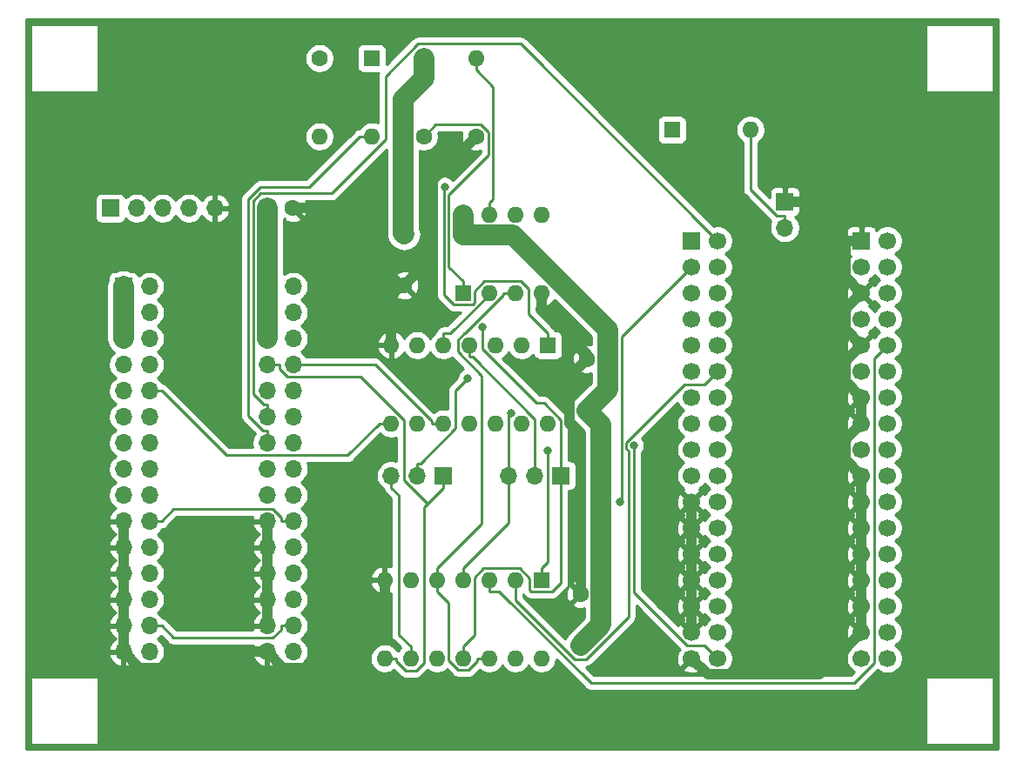
<source format=gbl>
G04 #@! TF.GenerationSoftware,KiCad,Pcbnew,(5.1.9)-1*
G04 #@! TF.CreationDate,2021-12-30T22:55:07+09:00*
G04 #@! TF.ProjectId,FDSPlus_BX3,46445350-6c75-4735-9f42-58332e6b6963,rev?*
G04 #@! TF.SameCoordinates,Original*
G04 #@! TF.FileFunction,Copper,L2,Bot*
G04 #@! TF.FilePolarity,Positive*
%FSLAX46Y46*%
G04 Gerber Fmt 4.6, Leading zero omitted, Abs format (unit mm)*
G04 Created by KiCad (PCBNEW (5.1.9)-1) date 2021-12-30 22:55:07*
%MOMM*%
%LPD*%
G01*
G04 APERTURE LIST*
G04 #@! TA.AperFunction,ComponentPad*
%ADD10C,1.600000*%
G04 #@! TD*
G04 #@! TA.AperFunction,ComponentPad*
%ADD11R,1.600000X1.600000*%
G04 #@! TD*
G04 #@! TA.AperFunction,ComponentPad*
%ADD12O,1.700000X1.700000*%
G04 #@! TD*
G04 #@! TA.AperFunction,ComponentPad*
%ADD13R,1.700000X1.700000*%
G04 #@! TD*
G04 #@! TA.AperFunction,ComponentPad*
%ADD14C,1.700000*%
G04 #@! TD*
G04 #@! TA.AperFunction,ComponentPad*
%ADD15O,1.600000X1.600000*%
G04 #@! TD*
G04 #@! TA.AperFunction,ViaPad*
%ADD16C,0.800000*%
G04 #@! TD*
G04 #@! TA.AperFunction,Conductor*
%ADD17C,1.000000*%
G04 #@! TD*
G04 #@! TA.AperFunction,Conductor*
%ADD18C,2.000000*%
G04 #@! TD*
G04 #@! TA.AperFunction,Conductor*
%ADD19C,0.250000*%
G04 #@! TD*
G04 #@! TA.AperFunction,Conductor*
%ADD20C,0.254000*%
G04 #@! TD*
G04 #@! TA.AperFunction,Conductor*
%ADD21C,0.100000*%
G04 #@! TD*
G04 APERTURE END LIST*
D10*
G04 #@! TO.P,C1,2*
G04 #@! TO.N,GND*
X114895000Y-90805000D03*
D11*
G04 #@! TO.P,C1,1*
G04 #@! TO.N,+5V*
X112395000Y-90805000D03*
G04 #@! TD*
D10*
G04 #@! TO.P,C2,2*
G04 #@! TO.N,GND*
X142875000Y-128350000D03*
G04 #@! TO.P,C2,1*
G04 #@! TO.N,+5V*
X142875000Y-133350000D03*
G04 #@! TD*
G04 #@! TO.P,C3,1*
G04 #@! TO.N,+5V*
X143510000Y-110490000D03*
G04 #@! TO.P,C3,2*
G04 #@! TO.N,GND*
X143510000Y-105490000D03*
G04 #@! TD*
G04 #@! TO.P,C4,2*
G04 #@! TO.N,GND*
X125730000Y-98345000D03*
G04 #@! TO.P,C4,1*
G04 #@! TO.N,+5V*
X125730000Y-93345000D03*
G04 #@! TD*
D12*
G04 #@! TO.P,J1,30*
G04 #@! TO.N,/SIDE*
X100965000Y-133985000D03*
G04 #@! TO.P,J1,29*
G04 #@! TO.N,GND*
X98425000Y-133985000D03*
G04 #@! TO.P,J1,28*
G04 #@! TO.N,/RD*
X100965000Y-131445000D03*
G04 #@! TO.P,J1,27*
G04 #@! TO.N,GND*
X98425000Y-131445000D03*
G04 #@! TO.P,J1,26*
G04 #@! TO.N,/WP*
X100965000Y-128905000D03*
G04 #@! TO.P,J1,25*
G04 #@! TO.N,GND*
X98425000Y-128905000D03*
G04 #@! TO.P,J1,24*
G04 #@! TO.N,/T00*
X100965000Y-126365000D03*
G04 #@! TO.P,J1,23*
G04 #@! TO.N,GND*
X98425000Y-126365000D03*
G04 #@! TO.P,J1,22*
G04 #@! TO.N,/WG*
X100965000Y-123825000D03*
G04 #@! TO.P,J1,21*
G04 #@! TO.N,GND*
X98425000Y-123825000D03*
G04 #@! TO.P,J1,20*
G04 #@! TO.N,/WD*
X100965000Y-121285000D03*
G04 #@! TO.P,J1,19*
G04 #@! TO.N,GND*
X98425000Y-121285000D03*
G04 #@! TO.P,J1,18*
G04 #@! TO.N,N/C*
X100965000Y-118745000D03*
G04 #@! TO.P,J1,17*
G04 #@! TO.N,/F_MS1*
X98425000Y-118745000D03*
G04 #@! TO.P,J1,16*
G04 #@! TO.N,N/C*
X100965000Y-116205000D03*
G04 #@! TO.P,J1,15*
X98425000Y-116205000D03*
G04 #@! TO.P,J1,14*
G04 #@! TO.N,/STEP*
X100965000Y-113665000D03*
G04 #@! TO.P,J1,13*
G04 #@! TO.N,/F_MS0*
X98425000Y-113665000D03*
G04 #@! TO.P,J1,12*
G04 #@! TO.N,/DIR*
X100965000Y-111125000D03*
G04 #@! TO.P,J1,11*
G04 #@! TO.N,/DEN*
X98425000Y-111125000D03*
G04 #@! TO.P,J1,10*
G04 #@! TO.N,/M_MON*
X100965000Y-108585000D03*
G04 #@! TO.P,J1,9*
G04 #@! TO.N,/F_HL*
X98425000Y-108585000D03*
G04 #@! TO.P,J1,8*
G04 #@! TO.N,/M_RDY*
X100965000Y-106045000D03*
G04 #@! TO.P,J1,7*
G04 #@! TO.N,/M_DS1*
X98425000Y-106045000D03*
G04 #@! TO.P,J1,6*
G04 #@! TO.N,/DCHG*
X100965000Y-103505000D03*
G04 #@! TO.P,J1,5*
G04 #@! TO.N,+5V*
X98425000Y-103505000D03*
G04 #@! TO.P,J1,4*
G04 #@! TO.N,/M_DS0*
X100965000Y-100965000D03*
G04 #@! TO.P,J1,3*
G04 #@! TO.N,+5V*
X98425000Y-100965000D03*
G04 #@! TO.P,J1,2*
G04 #@! TO.N,/IDX*
X100965000Y-98425000D03*
D13*
G04 #@! TO.P,J1,1*
G04 #@! TO.N,+5V*
X98425000Y-98425000D03*
G04 #@! TD*
D14*
G04 #@! TO.P,J3,34*
G04 #@! TO.N,/D_RDY*
X156210000Y-134620000D03*
G04 #@! TO.P,J3,33*
G04 #@! TO.N,GND*
X153670000Y-134620000D03*
G04 #@! TO.P,J3,32*
G04 #@! TO.N,/SIDE*
X156210000Y-132080000D03*
G04 #@! TO.P,J3,31*
G04 #@! TO.N,GND*
X153670000Y-132080000D03*
G04 #@! TO.P,J3,30*
G04 #@! TO.N,/RD*
X156210000Y-129540000D03*
G04 #@! TO.P,J3,29*
G04 #@! TO.N,GND*
X153670000Y-129540000D03*
G04 #@! TO.P,J3,28*
G04 #@! TO.N,/WP*
X156210000Y-127000000D03*
G04 #@! TO.P,J3,27*
G04 #@! TO.N,GND*
X153670000Y-127000000D03*
G04 #@! TO.P,J3,26*
G04 #@! TO.N,/T00*
X156210000Y-124460000D03*
G04 #@! TO.P,J3,25*
G04 #@! TO.N,GND*
X153670000Y-124460000D03*
G04 #@! TO.P,J3,24*
G04 #@! TO.N,/WG*
X156210000Y-121920000D03*
G04 #@! TO.P,J3,23*
G04 #@! TO.N,GND*
X153670000Y-121920000D03*
G04 #@! TO.P,J3,22*
G04 #@! TO.N,/WD*
X156210000Y-119380000D03*
G04 #@! TO.P,J3,21*
G04 #@! TO.N,GND*
X153670000Y-119380000D03*
G04 #@! TO.P,J3,20*
G04 #@! TO.N,/STEP*
X156210000Y-116840000D03*
G04 #@! TO.P,J3,19*
G04 #@! TO.N,N/C*
X153670000Y-116840000D03*
G04 #@! TO.P,J3,18*
G04 #@! TO.N,/DIR*
X156210000Y-114300000D03*
G04 #@! TO.P,J3,17*
G04 #@! TO.N,N/C*
X153670000Y-114300000D03*
G04 #@! TO.P,J3,16*
G04 #@! TO.N,/D_MON*
X156210000Y-111760000D03*
G04 #@! TO.P,J3,15*
G04 #@! TO.N,N/C*
X153670000Y-111760000D03*
G04 #@! TO.P,J3,14*
X156210000Y-109220000D03*
G04 #@! TO.P,J3,13*
X153670000Y-109220000D03*
G04 #@! TO.P,J3,12*
G04 #@! TO.N,/X_DS1*
X156210000Y-106680000D03*
G04 #@! TO.P,J3,11*
G04 #@! TO.N,N/C*
X153670000Y-106680000D03*
G04 #@! TO.P,J3,10*
G04 #@! TO.N,/X_DS0*
X156210000Y-104140000D03*
G04 #@! TO.P,J3,9*
G04 #@! TO.N,N/C*
X153670000Y-104140000D03*
G04 #@! TO.P,J3,8*
G04 #@! TO.N,/IDX*
X156210000Y-101600000D03*
G04 #@! TO.P,J3,7*
G04 #@! TO.N,N/C*
X153670000Y-101600000D03*
G04 #@! TO.P,J3,6*
X156210000Y-99060000D03*
G04 #@! TO.P,J3,5*
G04 #@! TO.N,/OPT2*
X153670000Y-99060000D03*
G04 #@! TO.P,J3,4*
G04 #@! TO.N,/X_PIN4*
X156210000Y-96520000D03*
G04 #@! TO.P,J3,3*
G04 #@! TO.N,/F_MS1*
X153670000Y-96520000D03*
G04 #@! TO.P,J3,2*
G04 #@! TO.N,/DEN*
X156210000Y-93980000D03*
D13*
G04 #@! TO.P,J3,1*
G04 #@! TO.N,/F_MS0*
X153670000Y-93980000D03*
G04 #@! TD*
G04 #@! TO.P,J4,1*
G04 #@! TO.N,GND*
X170180000Y-93980000D03*
D14*
G04 #@! TO.P,J4,2*
G04 #@! TO.N,/DEN*
X172720000Y-93980000D03*
G04 #@! TO.P,J4,3*
G04 #@! TO.N,N/C*
X170180000Y-96520000D03*
G04 #@! TO.P,J4,4*
G04 #@! TO.N,/D_HL*
X172720000Y-96520000D03*
G04 #@! TO.P,J4,5*
G04 #@! TO.N,GND*
X170180000Y-99060000D03*
G04 #@! TO.P,J4,6*
G04 #@! TO.N,N/C*
X172720000Y-99060000D03*
G04 #@! TO.P,J4,7*
X170180000Y-101600000D03*
G04 #@! TO.P,J4,8*
G04 #@! TO.N,/IDX*
X172720000Y-101600000D03*
G04 #@! TO.P,J4,9*
G04 #@! TO.N,GND*
X170180000Y-104140000D03*
G04 #@! TO.P,J4,10*
G04 #@! TO.N,/D_DS0*
X172720000Y-104140000D03*
G04 #@! TO.P,J4,11*
G04 #@! TO.N,N/C*
X170180000Y-106680000D03*
G04 #@! TO.P,J4,12*
G04 #@! TO.N,/D_DS1*
X172720000Y-106680000D03*
G04 #@! TO.P,J4,13*
G04 #@! TO.N,GND*
X170180000Y-109220000D03*
G04 #@! TO.P,J4,14*
G04 #@! TO.N,N/C*
X172720000Y-109220000D03*
G04 #@! TO.P,J4,15*
G04 #@! TO.N,GND*
X170180000Y-111760000D03*
G04 #@! TO.P,J4,16*
G04 #@! TO.N,/D_MON*
X172720000Y-111760000D03*
G04 #@! TO.P,J4,17*
G04 #@! TO.N,N/C*
X170180000Y-114300000D03*
G04 #@! TO.P,J4,18*
G04 #@! TO.N,/DIR*
X172720000Y-114300000D03*
G04 #@! TO.P,J4,19*
G04 #@! TO.N,GND*
X170180000Y-116840000D03*
G04 #@! TO.P,J4,20*
G04 #@! TO.N,/STEP*
X172720000Y-116840000D03*
G04 #@! TO.P,J4,21*
G04 #@! TO.N,GND*
X170180000Y-119380000D03*
G04 #@! TO.P,J4,22*
G04 #@! TO.N,/WD*
X172720000Y-119380000D03*
G04 #@! TO.P,J4,23*
G04 #@! TO.N,GND*
X170180000Y-121920000D03*
G04 #@! TO.P,J4,24*
G04 #@! TO.N,/WG*
X172720000Y-121920000D03*
G04 #@! TO.P,J4,25*
G04 #@! TO.N,GND*
X170180000Y-124460000D03*
G04 #@! TO.P,J4,26*
G04 #@! TO.N,/T00*
X172720000Y-124460000D03*
G04 #@! TO.P,J4,27*
G04 #@! TO.N,GND*
X170180000Y-127000000D03*
G04 #@! TO.P,J4,28*
G04 #@! TO.N,/WP*
X172720000Y-127000000D03*
G04 #@! TO.P,J4,29*
G04 #@! TO.N,GND*
X170180000Y-129540000D03*
G04 #@! TO.P,J4,30*
G04 #@! TO.N,/RD*
X172720000Y-129540000D03*
G04 #@! TO.P,J4,31*
G04 #@! TO.N,GND*
X170180000Y-132080000D03*
G04 #@! TO.P,J4,32*
G04 #@! TO.N,/SIDE*
X172720000Y-132080000D03*
G04 #@! TO.P,J4,33*
G04 #@! TO.N,N/C*
X170180000Y-134620000D03*
G04 #@! TO.P,J4,34*
G04 #@! TO.N,/D_RDY*
X172720000Y-134620000D03*
G04 #@! TD*
D12*
G04 #@! TO.P,JP2,3*
G04 #@! TO.N,/X_DS0*
X135890000Y-116840000D03*
G04 #@! TO.P,JP2,2*
G04 #@! TO.N,Net-(JP2-Pad2)*
X138430000Y-116840000D03*
D13*
G04 #@! TO.P,JP2,1*
G04 #@! TO.N,/F_DS0*
X140970000Y-116840000D03*
G04 #@! TD*
G04 #@! TO.P,JP3,1*
G04 #@! TO.N,/F_DS1*
X129540000Y-116840000D03*
D12*
G04 #@! TO.P,JP3,2*
G04 #@! TO.N,Net-(JP3-Pad2)*
X127000000Y-116840000D03*
G04 #@! TO.P,JP3,3*
G04 #@! TO.N,/X_DS1*
X124460000Y-116840000D03*
G04 #@! TD*
D11*
G04 #@! TO.P,U2,1*
G04 #@! TO.N,/D_DS1*
X139065000Y-127000000D03*
D15*
G04 #@! TO.P,U2,8*
G04 #@! TO.N,/F_DS1*
X123825000Y-134620000D03*
G04 #@! TO.P,U2,2*
G04 #@! TO.N,/X_DS1*
X136525000Y-127000000D03*
G04 #@! TO.P,U2,9*
X126365000Y-134620000D03*
G04 #@! TO.P,U2,3*
G04 #@! TO.N,/D_DS0*
X133985000Y-127000000D03*
G04 #@! TO.P,U2,10*
G04 #@! TO.N,/X_DS0*
X128905000Y-134620000D03*
G04 #@! TO.P,U2,4*
X131445000Y-127000000D03*
G04 #@! TO.P,U2,11*
G04 #@! TO.N,/F_DS0*
X131445000Y-134620000D03*
G04 #@! TO.P,U2,5*
G04 #@! TO.N,/CTL_MODE*
X128905000Y-127000000D03*
G04 #@! TO.P,U2,12*
X133985000Y-134620000D03*
G04 #@! TO.P,U2,6*
X126365000Y-127000000D03*
G04 #@! TO.P,U2,13*
X136525000Y-134620000D03*
G04 #@! TO.P,U2,7*
G04 #@! TO.N,GND*
X123825000Y-127000000D03*
G04 #@! TO.P,U2,14*
G04 #@! TO.N,+5V*
X139065000Y-134620000D03*
G04 #@! TD*
G04 #@! TO.P,U3,8*
G04 #@! TO.N,+5V*
X131445000Y-91440000D03*
G04 #@! TO.P,U3,4*
G04 #@! TO.N,GND*
X139065000Y-99060000D03*
G04 #@! TO.P,U3,7*
G04 #@! TO.N,/DS1INH*
X133985000Y-91440000D03*
G04 #@! TO.P,U3,3*
G04 #@! TO.N,/CTL_MODE*
X136525000Y-99060000D03*
G04 #@! TO.P,U3,6*
G04 #@! TO.N,/M_SW*
X136525000Y-91440000D03*
G04 #@! TO.P,U3,2*
G04 #@! TO.N,/EM_MODE*
X133985000Y-99060000D03*
G04 #@! TO.P,U3,5*
G04 #@! TO.N,Net-(R2-Pad1)*
X139065000Y-91440000D03*
D11*
G04 #@! TO.P,U3,1*
G04 #@! TO.N,Net-(R1-Pad1)*
X131445000Y-99060000D03*
G04 #@! TD*
D15*
G04 #@! TO.P,U1,14*
G04 #@! TO.N,+5V*
X139700000Y-111760000D03*
G04 #@! TO.P,U1,7*
G04 #@! TO.N,GND*
X124460000Y-104140000D03*
G04 #@! TO.P,U1,13*
G04 #@! TO.N,/EM_MODE*
X137160000Y-111760000D03*
G04 #@! TO.P,U1,6*
X127000000Y-104140000D03*
G04 #@! TO.P,U1,12*
X134620000Y-111760000D03*
G04 #@! TO.P,U1,5*
X129540000Y-104140000D03*
G04 #@! TO.P,U1,11*
G04 #@! TO.N,/M_RDY*
X132080000Y-111760000D03*
G04 #@! TO.P,U1,4*
G04 #@! TO.N,Net-(JP2-Pad2)*
X132080000Y-104140000D03*
G04 #@! TO.P,U1,10*
G04 #@! TO.N,/D_RDY*
X129540000Y-111760000D03*
G04 #@! TO.P,U1,3*
G04 #@! TO.N,/M_DS0*
X134620000Y-104140000D03*
G04 #@! TO.P,U1,9*
G04 #@! TO.N,/D_MON*
X127000000Y-111760000D03*
G04 #@! TO.P,U1,2*
G04 #@! TO.N,Net-(JP3-Pad2)*
X137160000Y-104140000D03*
G04 #@! TO.P,U1,8*
G04 #@! TO.N,/M_MON*
X124460000Y-111760000D03*
D11*
G04 #@! TO.P,U1,1*
G04 #@! TO.N,/M_DS1*
X139700000Y-104140000D03*
G04 #@! TD*
D15*
G04 #@! TO.P,R1,2*
G04 #@! TO.N,+5V*
X127635000Y-76200000D03*
D10*
G04 #@! TO.P,R1,1*
G04 #@! TO.N,Net-(R1-Pad1)*
X127635000Y-83820000D03*
G04 #@! TD*
G04 #@! TO.P,R2,1*
G04 #@! TO.N,Net-(R2-Pad1)*
X117475000Y-76200000D03*
D15*
G04 #@! TO.P,R2,2*
G04 #@! TO.N,/LED*
X117475000Y-83820000D03*
G04 #@! TD*
D11*
G04 #@! TO.P,D5,1*
G04 #@! TO.N,Net-(D5-Pad1)*
X122555000Y-76200000D03*
D15*
G04 #@! TO.P,D5,2*
G04 #@! TO.N,/F_MS0*
X122555000Y-83820000D03*
G04 #@! TD*
G04 #@! TO.P,D6,2*
G04 #@! TO.N,/D_HL*
X159385000Y-83185000D03*
D11*
G04 #@! TO.P,D6,1*
G04 #@! TO.N,Net-(D6-Pad1)*
X151765000Y-83185000D03*
G04 #@! TD*
D12*
G04 #@! TO.P,J2,30*
G04 #@! TO.N,/SIDE*
X114935000Y-133985000D03*
G04 #@! TO.P,J2,29*
G04 #@! TO.N,GND*
X112395000Y-133985000D03*
G04 #@! TO.P,J2,28*
G04 #@! TO.N,/RD*
X114935000Y-131445000D03*
G04 #@! TO.P,J2,27*
G04 #@! TO.N,GND*
X112395000Y-131445000D03*
G04 #@! TO.P,J2,26*
G04 #@! TO.N,/WP*
X114935000Y-128905000D03*
G04 #@! TO.P,J2,25*
G04 #@! TO.N,GND*
X112395000Y-128905000D03*
G04 #@! TO.P,J2,24*
G04 #@! TO.N,/T00*
X114935000Y-126365000D03*
G04 #@! TO.P,J2,23*
G04 #@! TO.N,GND*
X112395000Y-126365000D03*
G04 #@! TO.P,J2,22*
G04 #@! TO.N,/WG*
X114935000Y-123825000D03*
G04 #@! TO.P,J2,21*
G04 #@! TO.N,GND*
X112395000Y-123825000D03*
G04 #@! TO.P,J2,20*
G04 #@! TO.N,/WD*
X114935000Y-121285000D03*
G04 #@! TO.P,J2,19*
G04 #@! TO.N,GND*
X112395000Y-121285000D03*
G04 #@! TO.P,J2,18*
G04 #@! TO.N,/STEP*
X114935000Y-118745000D03*
G04 #@! TO.P,J2,17*
G04 #@! TO.N,/F_MS1*
X112395000Y-118745000D03*
G04 #@! TO.P,J2,16*
G04 #@! TO.N,N/C*
X114935000Y-116205000D03*
G04 #@! TO.P,J2,15*
X112395000Y-116205000D03*
G04 #@! TO.P,J2,14*
G04 #@! TO.N,/STEP*
X114935000Y-113665000D03*
G04 #@! TO.P,J2,13*
G04 #@! TO.N,/F_MS0*
X112395000Y-113665000D03*
G04 #@! TO.P,J2,12*
G04 #@! TO.N,/DIR*
X114935000Y-111125000D03*
G04 #@! TO.P,J2,11*
G04 #@! TO.N,/DEN*
X112395000Y-111125000D03*
G04 #@! TO.P,J2,10*
G04 #@! TO.N,/D_MON*
X114935000Y-108585000D03*
G04 #@! TO.P,J2,9*
G04 #@! TO.N,/F_HL*
X112395000Y-108585000D03*
G04 #@! TO.P,J2,8*
G04 #@! TO.N,/D_RDY*
X114935000Y-106045000D03*
G04 #@! TO.P,J2,7*
G04 #@! TO.N,/F_DS1*
X112395000Y-106045000D03*
G04 #@! TO.P,J2,6*
G04 #@! TO.N,/DCHG*
X114935000Y-103505000D03*
G04 #@! TO.P,J2,5*
G04 #@! TO.N,+5V*
X112395000Y-103505000D03*
G04 #@! TO.P,J2,4*
G04 #@! TO.N,/F_DS0*
X114935000Y-100965000D03*
G04 #@! TO.P,J2,3*
G04 #@! TO.N,+5V*
X112395000Y-100965000D03*
G04 #@! TO.P,J2,2*
G04 #@! TO.N,/IDX*
X114935000Y-98425000D03*
D13*
G04 #@! TO.P,J2,1*
G04 #@! TO.N,+5V*
X112395000Y-98425000D03*
G04 #@! TD*
D12*
G04 #@! TO.P,JP7,2*
G04 #@! TO.N,/D_HL*
X162740000Y-92710000D03*
D13*
G04 #@! TO.P,JP7,1*
G04 #@! TO.N,GND*
X162740000Y-90170000D03*
G04 #@! TD*
D12*
G04 #@! TO.P,J5,5*
G04 #@! TO.N,GND*
X107315000Y-90805000D03*
G04 #@! TO.P,J5,4*
G04 #@! TO.N,/DS1INH*
X104775000Y-90805000D03*
G04 #@! TO.P,J5,3*
G04 #@! TO.N,/M_SW*
X102235000Y-90805000D03*
G04 #@! TO.P,J5,2*
G04 #@! TO.N,/LED*
X99695000Y-90805000D03*
D13*
G04 #@! TO.P,J5,1*
G04 #@! TO.N,+5V*
X97155000Y-90805000D03*
G04 #@! TD*
D15*
G04 #@! TO.P,R3,2*
G04 #@! TO.N,/DS1INH*
X132715000Y-76200000D03*
D10*
G04 #@! TO.P,R3,1*
G04 #@! TO.N,GND*
X132715000Y-83820000D03*
G04 #@! TD*
D16*
G04 #@! TO.N,/M_DS1*
X129654600Y-88726000D03*
G04 #@! TO.N,/D_RDY*
X148050900Y-113918900D03*
G04 #@! TO.N,/F_DS0*
X133314700Y-102407500D03*
G04 #@! TO.N,/X_DS0*
X136123100Y-110747300D03*
G04 #@! TO.N,/D_DS1*
X139700000Y-114367400D03*
G04 #@! TO.N,Net-(JP3-Pad2)*
X131920100Y-107362200D03*
G04 #@! TO.N,/F_MS1*
X146735300Y-119384200D03*
G04 #@! TD*
D17*
G04 #@! TO.N,GND*
X142875000Y-128350000D02*
X142875000Y-112824500D01*
X142875000Y-112824500D02*
X141809600Y-111759100D01*
X141809600Y-111759100D02*
X141809600Y-107190400D01*
X141809600Y-107190400D02*
X143510000Y-105490000D01*
X112395000Y-133985000D02*
X110844700Y-133985000D01*
X110844700Y-133985000D02*
X109283400Y-135546300D01*
X109283400Y-135546300D02*
X99986300Y-135546300D01*
X99986300Y-135546300D02*
X98425000Y-133985000D01*
X123825000Y-128500300D02*
X116788400Y-135536900D01*
X116788400Y-135536900D02*
X113946900Y-135536900D01*
X113946900Y-135536900D02*
X112395000Y-133985000D01*
X124460000Y-98345000D02*
X116920000Y-90805000D01*
X116920000Y-90805000D02*
X114895000Y-90805000D01*
X132715000Y-83820000D02*
X128481900Y-88053100D01*
X128481900Y-88053100D02*
X128481900Y-95593100D01*
X128481900Y-95593100D02*
X125730000Y-98345000D01*
X124460000Y-98345000D02*
X125730000Y-98345000D01*
X124460000Y-98345000D02*
X124460000Y-102639700D01*
X124460000Y-104140000D02*
X124460000Y-102639700D01*
X170180000Y-109220000D02*
X168619000Y-107659000D01*
X168619000Y-107659000D02*
X168619000Y-105701000D01*
X168619000Y-105701000D02*
X170180000Y-104140000D01*
X170180000Y-104140000D02*
X168629600Y-102589600D01*
X168629600Y-102589600D02*
X168629600Y-100610400D01*
X168629600Y-100610400D02*
X170180000Y-99060000D01*
X170180000Y-111760000D02*
X170180000Y-109220000D01*
X170180000Y-116840000D02*
X168629500Y-115289500D01*
X168629500Y-115289500D02*
X168629500Y-113310500D01*
X168629500Y-113310500D02*
X170180000Y-111760000D01*
X170180000Y-119380000D02*
X170180000Y-116840000D01*
X153670000Y-134620000D02*
X155224200Y-136174200D01*
X155224200Y-136174200D02*
X166085800Y-136174200D01*
X166085800Y-136174200D02*
X170180000Y-132080000D01*
X168629700Y-93980000D02*
X168629700Y-97509700D01*
X168629700Y-97509700D02*
X170180000Y-99060000D01*
X168929800Y-93980000D02*
X168629700Y-93980000D01*
X170180000Y-93980000D02*
X168929800Y-93980000D01*
X139065000Y-100560300D02*
X143510000Y-105005300D01*
X143510000Y-105005300D02*
X143510000Y-105490000D01*
X112395000Y-121285000D02*
X112395000Y-123825000D01*
X98425000Y-131445000D02*
X98425000Y-133985000D01*
X98425000Y-128905000D02*
X98425000Y-131445000D01*
X98425000Y-126365000D02*
X98425000Y-128905000D01*
X98425000Y-123825000D02*
X98425000Y-126365000D01*
X98425000Y-121285000D02*
X98425000Y-123825000D01*
X112395000Y-128905000D02*
X112395000Y-131445000D01*
X112395000Y-126365000D02*
X112395000Y-128905000D01*
X112395000Y-123825000D02*
X112395000Y-126365000D01*
X153670000Y-129540000D02*
X153670000Y-132080000D01*
X153670000Y-127000000D02*
X153670000Y-129540000D01*
X153670000Y-124460000D02*
X153670000Y-127000000D01*
X153670000Y-121920000D02*
X153670000Y-124460000D01*
X153670000Y-119380000D02*
X153670000Y-121920000D01*
X170180000Y-132080000D02*
X170180000Y-129540000D01*
X170180000Y-121920000D02*
X170180000Y-119380000D01*
X170180000Y-124460000D02*
X170180000Y-121920000D01*
X170180000Y-127000000D02*
X170180000Y-124460000D01*
X170180000Y-129540000D02*
X170180000Y-127000000D01*
X123825000Y-127000000D02*
X123825000Y-128500300D01*
X139065000Y-99060000D02*
X139065000Y-100560300D01*
X162740000Y-90170000D02*
X164819700Y-90170000D01*
X164819700Y-90170000D02*
X168629700Y-93980000D01*
D18*
G04 #@! TO.N,+5V*
X127635000Y-76200000D02*
X127635000Y-78200300D01*
X125730000Y-93345000D02*
X125634700Y-93249700D01*
X125634700Y-93249700D02*
X125634700Y-80200600D01*
X125634700Y-80200600D02*
X127635000Y-78200300D01*
X143510000Y-110490000D02*
X144875400Y-111855400D01*
X144875400Y-111855400D02*
X144875400Y-131349600D01*
X144875400Y-131349600D02*
X142875000Y-133350000D01*
X131445000Y-93440300D02*
X136333300Y-93440300D01*
X136333300Y-93440300D02*
X145510800Y-102617800D01*
X145510800Y-102617800D02*
X145510800Y-108489200D01*
X145510800Y-108489200D02*
X143510000Y-110490000D01*
X131445000Y-91440000D02*
X131445000Y-93440300D01*
X98425000Y-100965000D02*
X98425000Y-103505000D01*
X98425000Y-98425000D02*
X98425000Y-100965000D01*
X112395000Y-98425000D02*
X112395000Y-90805000D01*
X112395000Y-100965000D02*
X112395000Y-98425000D01*
X112395000Y-100965000D02*
X112395000Y-103505000D01*
D19*
G04 #@! TO.N,/RD*
X100965000Y-131445000D02*
X102140300Y-131445000D01*
X114935000Y-131445000D02*
X113759700Y-131445000D01*
X113759700Y-131445000D02*
X113759700Y-131812300D01*
X113759700Y-131812300D02*
X112951700Y-132620300D01*
X112951700Y-132620300D02*
X103315600Y-132620300D01*
X103315600Y-132620300D02*
X102140300Y-131445000D01*
G04 #@! TO.N,/WD*
X100965000Y-121285000D02*
X102140300Y-121285000D01*
X114935000Y-121285000D02*
X113759700Y-121285000D01*
X113759700Y-121285000D02*
X113759700Y-120917700D01*
X113759700Y-120917700D02*
X112951700Y-120109700D01*
X112951700Y-120109700D02*
X103315600Y-120109700D01*
X103315600Y-120109700D02*
X102140300Y-121285000D01*
G04 #@! TO.N,/EM_MODE*
X129540000Y-104140000D02*
X129540000Y-103014700D01*
X129540000Y-103014700D02*
X130189000Y-103014700D01*
X130189000Y-103014700D02*
X133985000Y-99218700D01*
X133985000Y-99218700D02*
X133985000Y-99060000D01*
G04 #@! TO.N,/DEN*
X156210000Y-93980000D02*
X137048700Y-74818700D01*
X137048700Y-74818700D02*
X127065600Y-74818700D01*
X127065600Y-74818700D02*
X123911400Y-77972900D01*
X123911400Y-77972900D02*
X123911400Y-84137800D01*
X123911400Y-84137800D02*
X118674300Y-89374900D01*
X118674300Y-89374900D02*
X111747100Y-89374900D01*
X111747100Y-89374900D02*
X111030400Y-90091600D01*
X111030400Y-90091600D02*
X111030400Y-108937000D01*
X111030400Y-108937000D02*
X112043100Y-109949700D01*
X112043100Y-109949700D02*
X112395000Y-109949700D01*
X112395000Y-111125000D02*
X112395000Y-109949700D01*
G04 #@! TO.N,/M_MON*
X100965000Y-108585000D02*
X102140300Y-108585000D01*
X124460000Y-111760000D02*
X123334700Y-111760000D01*
X123334700Y-111760000D02*
X120247100Y-114847600D01*
X120247100Y-114847600D02*
X108402900Y-114847600D01*
X108402900Y-114847600D02*
X102140300Y-108585000D01*
G04 #@! TO.N,/M_DS1*
X139700000Y-104140000D02*
X139700000Y-103014700D01*
X139700000Y-103014700D02*
X137795000Y-101109700D01*
X137795000Y-101109700D02*
X137795000Y-98684200D01*
X137795000Y-98684200D02*
X137045400Y-97934600D01*
X137045400Y-97934600D02*
X133515500Y-97934600D01*
X133515500Y-97934600D02*
X132570400Y-98879700D01*
X132570400Y-98879700D02*
X132570400Y-99995800D01*
X132570400Y-99995800D02*
X132380800Y-100185400D01*
X132380800Y-100185400D02*
X130510300Y-100185400D01*
X130510300Y-100185400D02*
X129616000Y-99291100D01*
X129616000Y-99291100D02*
X129616000Y-88764600D01*
X129616000Y-88764600D02*
X129654600Y-88726000D01*
G04 #@! TO.N,/D_RDY*
X148050900Y-113918900D02*
X148050900Y-128175800D01*
X148050900Y-128175800D02*
X153225100Y-133350000D01*
X153225100Y-133350000D02*
X154940000Y-133350000D01*
X154940000Y-133350000D02*
X156210000Y-134620000D01*
X128414700Y-111760000D02*
X128414700Y-111568000D01*
X128414700Y-111568000D02*
X122891700Y-106045000D01*
X122891700Y-106045000D02*
X116110300Y-106045000D01*
X114935000Y-106045000D02*
X116110300Y-106045000D01*
X129540000Y-111760000D02*
X128414700Y-111760000D01*
G04 #@! TO.N,/F_DS1*
X128012300Y-119543000D02*
X129540000Y-118015300D01*
X124950300Y-134620000D02*
X124950300Y-134901300D01*
X124950300Y-134901300D02*
X125867300Y-135818300D01*
X125867300Y-135818300D02*
X126858600Y-135818300D01*
X126858600Y-135818300D02*
X127635000Y-135041900D01*
X127635000Y-135041900D02*
X127635000Y-119920300D01*
X127635000Y-119920300D02*
X128012300Y-119543000D01*
X128012300Y-119543000D02*
X125730000Y-117260800D01*
X125730000Y-117260800D02*
X125730000Y-111435600D01*
X125730000Y-111435600D02*
X121514700Y-107220300D01*
X121514700Y-107220300D02*
X114378200Y-107220300D01*
X114378200Y-107220300D02*
X113570300Y-106412400D01*
X113570300Y-106412400D02*
X113570300Y-106045000D01*
X112395000Y-106045000D02*
X113570300Y-106045000D01*
X129540000Y-116840000D02*
X129540000Y-118015300D01*
X123825000Y-134620000D02*
X124950300Y-134620000D01*
G04 #@! TO.N,/F_DS0*
X140970000Y-116840000D02*
X140970000Y-111405100D01*
X140970000Y-111405100D02*
X139324300Y-109759400D01*
X139324300Y-109759400D02*
X138571000Y-109759400D01*
X138571000Y-109759400D02*
X133314700Y-104503100D01*
X133314700Y-104503100D02*
X133314700Y-102407500D01*
X140970000Y-117427600D02*
X140970000Y-116840000D01*
X140970000Y-117427600D02*
X140970000Y-118015300D01*
X140970000Y-118015300D02*
X140970000Y-127266500D01*
X140970000Y-127266500D02*
X140111100Y-128125400D01*
X140111100Y-128125400D02*
X138102800Y-128125400D01*
X138102800Y-128125400D02*
X137939600Y-127962200D01*
X137939600Y-127962200D02*
X137939600Y-126819700D01*
X137939600Y-126819700D02*
X136994500Y-125874600D01*
X136994500Y-125874600D02*
X133450900Y-125874600D01*
X133450900Y-125874600D02*
X132570300Y-126755200D01*
X132570300Y-126755200D02*
X132570300Y-132369400D01*
X132570300Y-132369400D02*
X131445000Y-133494700D01*
X131445000Y-134620000D02*
X131445000Y-133494700D01*
G04 #@! TO.N,/X_DS1*
X156210000Y-106680000D02*
X154940000Y-107950000D01*
X154940000Y-107950000D02*
X152994100Y-107950000D01*
X152994100Y-107950000D02*
X147325600Y-113618500D01*
X147325600Y-113618500D02*
X147325600Y-114219300D01*
X147325600Y-114219300D02*
X147522900Y-114416600D01*
X147522900Y-114416600D02*
X147522900Y-130579300D01*
X147522900Y-130579300D02*
X143405500Y-134696700D01*
X143405500Y-134696700D02*
X142280500Y-134696700D01*
X142280500Y-134696700D02*
X136525000Y-128941200D01*
X136525000Y-128941200D02*
X136525000Y-127000000D01*
X124460000Y-116840000D02*
X124460000Y-118015300D01*
X126365000Y-134620000D02*
X126365000Y-133494700D01*
X126365000Y-133494700D02*
X125188100Y-132317800D01*
X125188100Y-132317800D02*
X125188100Y-118743400D01*
X125188100Y-118743400D02*
X124460000Y-118015300D01*
G04 #@! TO.N,/X_DS0*
X135890000Y-116840000D02*
X135890000Y-110980400D01*
X135890000Y-110980400D02*
X136123100Y-110747300D01*
X131445000Y-125874700D02*
X135890000Y-121429700D01*
X135890000Y-121429700D02*
X135890000Y-116840000D01*
X131445000Y-127000000D02*
X131445000Y-125874700D01*
G04 #@! TO.N,/D_DS0*
X133985000Y-127000000D02*
X133985000Y-128125300D01*
X133985000Y-128125300D02*
X134976300Y-128125300D01*
X134976300Y-128125300D02*
X143877300Y-137026300D01*
X143877300Y-137026300D02*
X169462200Y-137026300D01*
X169462200Y-137026300D02*
X171450000Y-135038500D01*
X171450000Y-135038500D02*
X171450000Y-105410000D01*
X171450000Y-105410000D02*
X172720000Y-104140000D01*
G04 #@! TO.N,/D_DS1*
X139065000Y-125874700D02*
X139700000Y-125239700D01*
X139700000Y-125239700D02*
X139700000Y-114367400D01*
X139065000Y-127000000D02*
X139065000Y-125874700D01*
G04 #@! TO.N,/CTL_MODE*
X128905000Y-127000000D02*
X128905000Y-125874700D01*
X136525000Y-99060000D02*
X135399700Y-99060000D01*
X135399700Y-99060000D02*
X135399700Y-99282300D01*
X135399700Y-99282300D02*
X131667300Y-103014700D01*
X131667300Y-103014700D02*
X131538300Y-103014700D01*
X131538300Y-103014700D02*
X130920100Y-103632900D01*
X130920100Y-103632900D02*
X130920100Y-104785900D01*
X130920100Y-104785900D02*
X133237500Y-107103300D01*
X133237500Y-107103300D02*
X133237500Y-121542200D01*
X133237500Y-121542200D02*
X128905000Y-125874700D01*
X133985000Y-134620000D02*
X132859700Y-134620000D01*
X128905000Y-127000000D02*
X128905000Y-128125300D01*
X128905000Y-128125300D02*
X130030300Y-129250600D01*
X130030300Y-129250600D02*
X130030300Y-134797100D01*
X130030300Y-134797100D02*
X130978500Y-135745300D01*
X130978500Y-135745300D02*
X132015800Y-135745300D01*
X132015800Y-135745300D02*
X132859700Y-134901400D01*
X132859700Y-134901400D02*
X132859700Y-134620000D01*
G04 #@! TO.N,Net-(JP2-Pad2)*
X132080000Y-104140000D02*
X132080000Y-105265300D01*
X132080000Y-105265300D02*
X132361300Y-105265300D01*
X132361300Y-105265300D02*
X138430000Y-111334000D01*
X138430000Y-111334000D02*
X138430000Y-116840000D01*
G04 #@! TO.N,Net-(JP3-Pad2)*
X127000000Y-116840000D02*
X127000000Y-115664700D01*
X131920100Y-107362200D02*
X130721300Y-108561000D01*
X130721300Y-108561000D02*
X130721300Y-112237200D01*
X130721300Y-112237200D02*
X127293800Y-115664700D01*
X127293800Y-115664700D02*
X127000000Y-115664700D01*
G04 #@! TO.N,Net-(R1-Pad1)*
X131445000Y-99060000D02*
X131445000Y-97934700D01*
X127635000Y-83820000D02*
X128800100Y-82654900D01*
X128800100Y-82654900D02*
X133157900Y-82654900D01*
X133157900Y-82654900D02*
X133919000Y-83416000D01*
X133919000Y-83416000D02*
X133919000Y-85652000D01*
X133919000Y-85652000D02*
X130066400Y-89504600D01*
X130066400Y-89504600D02*
X130066400Y-96556100D01*
X130066400Y-96556100D02*
X131445000Y-97934700D01*
G04 #@! TO.N,/F_MS0*
X121429700Y-83820000D02*
X116484100Y-88765600D01*
X116484100Y-88765600D02*
X111719500Y-88765600D01*
X111719500Y-88765600D02*
X110580100Y-89905000D01*
X110580100Y-89905000D02*
X110580100Y-111042100D01*
X110580100Y-111042100D02*
X112027700Y-112489700D01*
X112027700Y-112489700D02*
X112395000Y-112489700D01*
X122555000Y-83820000D02*
X121429700Y-83820000D01*
X112395000Y-113665000D02*
X112395000Y-112489700D01*
G04 #@! TO.N,/D_HL*
X162740000Y-92710000D02*
X162740000Y-91534700D01*
X162740000Y-91534700D02*
X161932000Y-91534700D01*
X161932000Y-91534700D02*
X159385000Y-88987700D01*
X159385000Y-88987700D02*
X159385000Y-83185000D01*
G04 #@! TO.N,/F_MS1*
X153670000Y-96520000D02*
X146875200Y-103314800D01*
X146875200Y-103314800D02*
X146875200Y-119244300D01*
X146875200Y-119244300D02*
X146735300Y-119384200D01*
G04 #@! TO.N,/DS1INH*
X133985000Y-91440000D02*
X133985000Y-90314700D01*
X133985000Y-90314700D02*
X134369400Y-89930300D01*
X134369400Y-89930300D02*
X134369400Y-78979700D01*
X134369400Y-78979700D02*
X132715000Y-77325300D01*
X132715000Y-76200000D02*
X132715000Y-77325300D01*
G04 #@! TD*
D20*
G04 #@! TO.N,GND*
X183490001Y-143485000D02*
X88925000Y-143485000D01*
X88925000Y-136525000D01*
X89408000Y-136525000D01*
X89408000Y-142875000D01*
X89410440Y-142899776D01*
X89417667Y-142923601D01*
X89429403Y-142945557D01*
X89445197Y-142964803D01*
X89464443Y-142980597D01*
X89486399Y-142992333D01*
X89510224Y-142999560D01*
X89535000Y-143002000D01*
X95885000Y-143002000D01*
X95909776Y-142999560D01*
X95933601Y-142992333D01*
X95955557Y-142980597D01*
X95974803Y-142964803D01*
X95990597Y-142945557D01*
X96002333Y-142923601D01*
X96009560Y-142899776D01*
X96012000Y-142875000D01*
X96012000Y-136525000D01*
X96009560Y-136500224D01*
X96002333Y-136476399D01*
X95990597Y-136454443D01*
X95974803Y-136435197D01*
X95955557Y-136419403D01*
X95933601Y-136407667D01*
X95909776Y-136400440D01*
X95885000Y-136398000D01*
X89535000Y-136398000D01*
X89510224Y-136400440D01*
X89486399Y-136407667D01*
X89464443Y-136419403D01*
X89445197Y-136435197D01*
X89429403Y-136454443D01*
X89417667Y-136476399D01*
X89410440Y-136500224D01*
X89408000Y-136525000D01*
X88925000Y-136525000D01*
X88925000Y-134341890D01*
X96983524Y-134341890D01*
X97028175Y-134489099D01*
X97153359Y-134751920D01*
X97327412Y-134985269D01*
X97543645Y-135180178D01*
X97793748Y-135329157D01*
X98068109Y-135426481D01*
X98298000Y-135305814D01*
X98298000Y-134112000D01*
X97104845Y-134112000D01*
X96983524Y-134341890D01*
X88925000Y-134341890D01*
X88925000Y-131801890D01*
X96983524Y-131801890D01*
X97028175Y-131949099D01*
X97153359Y-132211920D01*
X97327412Y-132445269D01*
X97543645Y-132640178D01*
X97669255Y-132715000D01*
X97543645Y-132789822D01*
X97327412Y-132984731D01*
X97153359Y-133218080D01*
X97028175Y-133480901D01*
X96983524Y-133628110D01*
X97104845Y-133858000D01*
X98298000Y-133858000D01*
X98298000Y-131572000D01*
X97104845Y-131572000D01*
X96983524Y-131801890D01*
X88925000Y-131801890D01*
X88925000Y-129261890D01*
X96983524Y-129261890D01*
X97028175Y-129409099D01*
X97153359Y-129671920D01*
X97327412Y-129905269D01*
X97543645Y-130100178D01*
X97669255Y-130175000D01*
X97543645Y-130249822D01*
X97327412Y-130444731D01*
X97153359Y-130678080D01*
X97028175Y-130940901D01*
X96983524Y-131088110D01*
X97104845Y-131318000D01*
X98298000Y-131318000D01*
X98298000Y-129032000D01*
X97104845Y-129032000D01*
X96983524Y-129261890D01*
X88925000Y-129261890D01*
X88925000Y-126721890D01*
X96983524Y-126721890D01*
X97028175Y-126869099D01*
X97153359Y-127131920D01*
X97327412Y-127365269D01*
X97543645Y-127560178D01*
X97669255Y-127635000D01*
X97543645Y-127709822D01*
X97327412Y-127904731D01*
X97153359Y-128138080D01*
X97028175Y-128400901D01*
X96983524Y-128548110D01*
X97104845Y-128778000D01*
X98298000Y-128778000D01*
X98298000Y-126492000D01*
X97104845Y-126492000D01*
X96983524Y-126721890D01*
X88925000Y-126721890D01*
X88925000Y-124181890D01*
X96983524Y-124181890D01*
X97028175Y-124329099D01*
X97153359Y-124591920D01*
X97327412Y-124825269D01*
X97543645Y-125020178D01*
X97669255Y-125095000D01*
X97543645Y-125169822D01*
X97327412Y-125364731D01*
X97153359Y-125598080D01*
X97028175Y-125860901D01*
X96983524Y-126008110D01*
X97104845Y-126238000D01*
X98298000Y-126238000D01*
X98298000Y-123952000D01*
X97104845Y-123952000D01*
X96983524Y-124181890D01*
X88925000Y-124181890D01*
X88925000Y-121641890D01*
X96983524Y-121641890D01*
X97028175Y-121789099D01*
X97153359Y-122051920D01*
X97327412Y-122285269D01*
X97543645Y-122480178D01*
X97669255Y-122555000D01*
X97543645Y-122629822D01*
X97327412Y-122824731D01*
X97153359Y-123058080D01*
X97028175Y-123320901D01*
X96983524Y-123468110D01*
X97104845Y-123698000D01*
X98298000Y-123698000D01*
X98298000Y-121412000D01*
X97104845Y-121412000D01*
X96983524Y-121641890D01*
X88925000Y-121641890D01*
X88925000Y-98344679D01*
X96790000Y-98344679D01*
X96790001Y-100884669D01*
X96790000Y-100884679D01*
X96790001Y-103585322D01*
X96813658Y-103825516D01*
X96907149Y-104133715D01*
X97058970Y-104417752D01*
X97263287Y-104666714D01*
X97510809Y-104869849D01*
X97478368Y-104891525D01*
X97271525Y-105098368D01*
X97109010Y-105341589D01*
X96997068Y-105611842D01*
X96940000Y-105898740D01*
X96940000Y-106191260D01*
X96997068Y-106478158D01*
X97109010Y-106748411D01*
X97271525Y-106991632D01*
X97478368Y-107198475D01*
X97652760Y-107315000D01*
X97478368Y-107431525D01*
X97271525Y-107638368D01*
X97109010Y-107881589D01*
X96997068Y-108151842D01*
X96940000Y-108438740D01*
X96940000Y-108731260D01*
X96997068Y-109018158D01*
X97109010Y-109288411D01*
X97271525Y-109531632D01*
X97478368Y-109738475D01*
X97652760Y-109855000D01*
X97478368Y-109971525D01*
X97271525Y-110178368D01*
X97109010Y-110421589D01*
X96997068Y-110691842D01*
X96940000Y-110978740D01*
X96940000Y-111271260D01*
X96997068Y-111558158D01*
X97109010Y-111828411D01*
X97271525Y-112071632D01*
X97478368Y-112278475D01*
X97652760Y-112395000D01*
X97478368Y-112511525D01*
X97271525Y-112718368D01*
X97109010Y-112961589D01*
X96997068Y-113231842D01*
X96940000Y-113518740D01*
X96940000Y-113811260D01*
X96997068Y-114098158D01*
X97109010Y-114368411D01*
X97271525Y-114611632D01*
X97478368Y-114818475D01*
X97652760Y-114935000D01*
X97478368Y-115051525D01*
X97271525Y-115258368D01*
X97109010Y-115501589D01*
X96997068Y-115771842D01*
X96940000Y-116058740D01*
X96940000Y-116351260D01*
X96997068Y-116638158D01*
X97109010Y-116908411D01*
X97271525Y-117151632D01*
X97478368Y-117358475D01*
X97652760Y-117475000D01*
X97478368Y-117591525D01*
X97271525Y-117798368D01*
X97109010Y-118041589D01*
X96997068Y-118311842D01*
X96940000Y-118598740D01*
X96940000Y-118891260D01*
X96997068Y-119178158D01*
X97109010Y-119448411D01*
X97271525Y-119691632D01*
X97478368Y-119898475D01*
X97660534Y-120020195D01*
X97543645Y-120089822D01*
X97327412Y-120284731D01*
X97153359Y-120518080D01*
X97028175Y-120780901D01*
X96983524Y-120928110D01*
X97104845Y-121158000D01*
X98298000Y-121158000D01*
X98298000Y-121138000D01*
X98552000Y-121138000D01*
X98552000Y-121158000D01*
X98572000Y-121158000D01*
X98572000Y-121412000D01*
X98552000Y-121412000D01*
X98552000Y-123698000D01*
X98572000Y-123698000D01*
X98572000Y-123952000D01*
X98552000Y-123952000D01*
X98552000Y-126238000D01*
X98572000Y-126238000D01*
X98572000Y-126492000D01*
X98552000Y-126492000D01*
X98552000Y-128778000D01*
X98572000Y-128778000D01*
X98572000Y-129032000D01*
X98552000Y-129032000D01*
X98552000Y-131318000D01*
X98572000Y-131318000D01*
X98572000Y-131572000D01*
X98552000Y-131572000D01*
X98552000Y-133858000D01*
X98572000Y-133858000D01*
X98572000Y-134112000D01*
X98552000Y-134112000D01*
X98552000Y-135305814D01*
X98781891Y-135426481D01*
X99056252Y-135329157D01*
X99306355Y-135180178D01*
X99522588Y-134985269D01*
X99693900Y-134755594D01*
X99811525Y-134931632D01*
X100018368Y-135138475D01*
X100261589Y-135300990D01*
X100531842Y-135412932D01*
X100818740Y-135470000D01*
X101111260Y-135470000D01*
X101398158Y-135412932D01*
X101668411Y-135300990D01*
X101911632Y-135138475D01*
X102118475Y-134931632D01*
X102280990Y-134688411D01*
X102392932Y-134418158D01*
X102408102Y-134341890D01*
X110953524Y-134341890D01*
X110998175Y-134489099D01*
X111123359Y-134751920D01*
X111297412Y-134985269D01*
X111513645Y-135180178D01*
X111763748Y-135329157D01*
X112038109Y-135426481D01*
X112268000Y-135305814D01*
X112268000Y-134112000D01*
X111074845Y-134112000D01*
X110953524Y-134341890D01*
X102408102Y-134341890D01*
X102450000Y-134131260D01*
X102450000Y-133838740D01*
X102392932Y-133551842D01*
X102280990Y-133281589D01*
X102118475Y-133038368D01*
X101911632Y-132831525D01*
X101737240Y-132715000D01*
X101911632Y-132598475D01*
X102065303Y-132444804D01*
X102751801Y-133131303D01*
X102775599Y-133160301D01*
X102891324Y-133255274D01*
X103023353Y-133325846D01*
X103166614Y-133369303D01*
X103278267Y-133380300D01*
X103278276Y-133380300D01*
X103315599Y-133383976D01*
X103352922Y-133380300D01*
X111046092Y-133380300D01*
X110998175Y-133480901D01*
X110953524Y-133628110D01*
X111074845Y-133858000D01*
X112268000Y-133858000D01*
X112268000Y-133838000D01*
X112522000Y-133838000D01*
X112522000Y-133858000D01*
X112542000Y-133858000D01*
X112542000Y-134112000D01*
X112522000Y-134112000D01*
X112522000Y-135305814D01*
X112751891Y-135426481D01*
X113026252Y-135329157D01*
X113276355Y-135180178D01*
X113492588Y-134985269D01*
X113663900Y-134755594D01*
X113781525Y-134931632D01*
X113988368Y-135138475D01*
X114231589Y-135300990D01*
X114501842Y-135412932D01*
X114788740Y-135470000D01*
X115081260Y-135470000D01*
X115368158Y-135412932D01*
X115638411Y-135300990D01*
X115881632Y-135138475D01*
X116088475Y-134931632D01*
X116250990Y-134688411D01*
X116362932Y-134418158D01*
X116420000Y-134131260D01*
X116420000Y-133838740D01*
X116362932Y-133551842D01*
X116250990Y-133281589D01*
X116088475Y-133038368D01*
X115881632Y-132831525D01*
X115707240Y-132715000D01*
X115881632Y-132598475D01*
X116088475Y-132391632D01*
X116250990Y-132148411D01*
X116362932Y-131878158D01*
X116420000Y-131591260D01*
X116420000Y-131298740D01*
X116362932Y-131011842D01*
X116250990Y-130741589D01*
X116088475Y-130498368D01*
X115881632Y-130291525D01*
X115707240Y-130175000D01*
X115881632Y-130058475D01*
X116088475Y-129851632D01*
X116250990Y-129608411D01*
X116362932Y-129338158D01*
X116420000Y-129051260D01*
X116420000Y-128758740D01*
X116362932Y-128471842D01*
X116250990Y-128201589D01*
X116088475Y-127958368D01*
X115881632Y-127751525D01*
X115707240Y-127635000D01*
X115881632Y-127518475D01*
X116051067Y-127349040D01*
X122433091Y-127349040D01*
X122527930Y-127613881D01*
X122672615Y-127855131D01*
X122861586Y-128063519D01*
X123087580Y-128231037D01*
X123341913Y-128351246D01*
X123475961Y-128391904D01*
X123698000Y-128269915D01*
X123698000Y-127127000D01*
X122554376Y-127127000D01*
X122433091Y-127349040D01*
X116051067Y-127349040D01*
X116088475Y-127311632D01*
X116250990Y-127068411D01*
X116362932Y-126798158D01*
X116392211Y-126650960D01*
X122433091Y-126650960D01*
X122554376Y-126873000D01*
X123698000Y-126873000D01*
X123698000Y-125730085D01*
X123475961Y-125608096D01*
X123341913Y-125648754D01*
X123087580Y-125768963D01*
X122861586Y-125936481D01*
X122672615Y-126144869D01*
X122527930Y-126386119D01*
X122433091Y-126650960D01*
X116392211Y-126650960D01*
X116420000Y-126511260D01*
X116420000Y-126218740D01*
X116362932Y-125931842D01*
X116250990Y-125661589D01*
X116088475Y-125418368D01*
X115881632Y-125211525D01*
X115707240Y-125095000D01*
X115881632Y-124978475D01*
X116088475Y-124771632D01*
X116250990Y-124528411D01*
X116362932Y-124258158D01*
X116420000Y-123971260D01*
X116420000Y-123678740D01*
X116362932Y-123391842D01*
X116250990Y-123121589D01*
X116088475Y-122878368D01*
X115881632Y-122671525D01*
X115707240Y-122555000D01*
X115881632Y-122438475D01*
X116088475Y-122231632D01*
X116250990Y-121988411D01*
X116362932Y-121718158D01*
X116420000Y-121431260D01*
X116420000Y-121138740D01*
X116362932Y-120851842D01*
X116250990Y-120581589D01*
X116088475Y-120338368D01*
X115881632Y-120131525D01*
X115707240Y-120015000D01*
X115881632Y-119898475D01*
X116088475Y-119691632D01*
X116250990Y-119448411D01*
X116362932Y-119178158D01*
X116420000Y-118891260D01*
X116420000Y-118598740D01*
X116362932Y-118311842D01*
X116250990Y-118041589D01*
X116088475Y-117798368D01*
X115881632Y-117591525D01*
X115707240Y-117475000D01*
X115881632Y-117358475D01*
X116088475Y-117151632D01*
X116250990Y-116908411D01*
X116362932Y-116638158D01*
X116420000Y-116351260D01*
X116420000Y-116058740D01*
X116362932Y-115771842D01*
X116294901Y-115607600D01*
X120209778Y-115607600D01*
X120247100Y-115611276D01*
X120284422Y-115607600D01*
X120284433Y-115607600D01*
X120396086Y-115596603D01*
X120539347Y-115553146D01*
X120671376Y-115482574D01*
X120787101Y-115387601D01*
X120810904Y-115358597D01*
X123420053Y-112749449D01*
X123545241Y-112874637D01*
X123780273Y-113031680D01*
X124041426Y-113139853D01*
X124318665Y-113195000D01*
X124601335Y-113195000D01*
X124878574Y-113139853D01*
X124970001Y-113101983D01*
X124970000Y-115443897D01*
X124893158Y-115412068D01*
X124606260Y-115355000D01*
X124313740Y-115355000D01*
X124026842Y-115412068D01*
X123756589Y-115524010D01*
X123513368Y-115686525D01*
X123306525Y-115893368D01*
X123144010Y-116136589D01*
X123032068Y-116406842D01*
X122975000Y-116693740D01*
X122975000Y-116986260D01*
X123032068Y-117273158D01*
X123144010Y-117543411D01*
X123306525Y-117786632D01*
X123513368Y-117993475D01*
X123706912Y-118122797D01*
X123710998Y-118164286D01*
X123722863Y-118203399D01*
X123754454Y-118307546D01*
X123825026Y-118439576D01*
X123896201Y-118526302D01*
X123920000Y-118555301D01*
X123948998Y-118579099D01*
X124428101Y-119058203D01*
X124428100Y-125705478D01*
X124308087Y-125648754D01*
X124174039Y-125608096D01*
X123952000Y-125730085D01*
X123952000Y-126873000D01*
X123972000Y-126873000D01*
X123972000Y-127127000D01*
X123952000Y-127127000D01*
X123952000Y-128269915D01*
X124174039Y-128391904D01*
X124308087Y-128351246D01*
X124428100Y-128294522D01*
X124428100Y-132280478D01*
X124424424Y-132317800D01*
X124428100Y-132355122D01*
X124428100Y-132355132D01*
X124439097Y-132466785D01*
X124475358Y-132586324D01*
X124482554Y-132610046D01*
X124553126Y-132742076D01*
X124575456Y-132769285D01*
X124648099Y-132857801D01*
X124677103Y-132881604D01*
X125375551Y-133580053D01*
X125250363Y-133705241D01*
X125132813Y-133881167D01*
X125099286Y-133870997D01*
X125046947Y-133865842D01*
X124939637Y-133705241D01*
X124739759Y-133505363D01*
X124504727Y-133348320D01*
X124243574Y-133240147D01*
X123966335Y-133185000D01*
X123683665Y-133185000D01*
X123406426Y-133240147D01*
X123145273Y-133348320D01*
X122910241Y-133505363D01*
X122710363Y-133705241D01*
X122553320Y-133940273D01*
X122445147Y-134201426D01*
X122390000Y-134478665D01*
X122390000Y-134761335D01*
X122445147Y-135038574D01*
X122553320Y-135299727D01*
X122710363Y-135534759D01*
X122910241Y-135734637D01*
X123145273Y-135891680D01*
X123406426Y-135999853D01*
X123683665Y-136055000D01*
X123966335Y-136055000D01*
X124243574Y-135999853D01*
X124504727Y-135891680D01*
X124721222Y-135747023D01*
X125303501Y-136329303D01*
X125327299Y-136358301D01*
X125443024Y-136453274D01*
X125575053Y-136523846D01*
X125718314Y-136567303D01*
X125829967Y-136578300D01*
X125829977Y-136578300D01*
X125867300Y-136581976D01*
X125904623Y-136578300D01*
X126821278Y-136578300D01*
X126858600Y-136581976D01*
X126895922Y-136578300D01*
X126895933Y-136578300D01*
X127007586Y-136567303D01*
X127150847Y-136523846D01*
X127282876Y-136453274D01*
X127398601Y-136358301D01*
X127422403Y-136329298D01*
X128006321Y-135745381D01*
X128225273Y-135891680D01*
X128486426Y-135999853D01*
X128763665Y-136055000D01*
X129046335Y-136055000D01*
X129323574Y-135999853D01*
X129584727Y-135891680D01*
X129819759Y-135734637D01*
X129856397Y-135697999D01*
X130414701Y-136256303D01*
X130438499Y-136285301D01*
X130554224Y-136380274D01*
X130686253Y-136450846D01*
X130829514Y-136494303D01*
X130941167Y-136505300D01*
X130941176Y-136505300D01*
X130978499Y-136508976D01*
X131015822Y-136505300D01*
X131978478Y-136505300D01*
X132015800Y-136508976D01*
X132053122Y-136505300D01*
X132053133Y-136505300D01*
X132164786Y-136494303D01*
X132308047Y-136450846D01*
X132440076Y-136380274D01*
X132555801Y-136285301D01*
X132579603Y-136256298D01*
X133088838Y-135747063D01*
X133305273Y-135891680D01*
X133566426Y-135999853D01*
X133843665Y-136055000D01*
X134126335Y-136055000D01*
X134403574Y-135999853D01*
X134664727Y-135891680D01*
X134899759Y-135734637D01*
X135099637Y-135534759D01*
X135255000Y-135302241D01*
X135410363Y-135534759D01*
X135610241Y-135734637D01*
X135845273Y-135891680D01*
X136106426Y-135999853D01*
X136383665Y-136055000D01*
X136666335Y-136055000D01*
X136943574Y-135999853D01*
X137204727Y-135891680D01*
X137439759Y-135734637D01*
X137639637Y-135534759D01*
X137795000Y-135302241D01*
X137950363Y-135534759D01*
X138150241Y-135734637D01*
X138385273Y-135891680D01*
X138646426Y-135999853D01*
X138923665Y-136055000D01*
X139206335Y-136055000D01*
X139483574Y-135999853D01*
X139744727Y-135891680D01*
X139979759Y-135734637D01*
X140179637Y-135534759D01*
X140336680Y-135299727D01*
X140444853Y-135038574D01*
X140500000Y-134761335D01*
X140500000Y-134723802D01*
X143313501Y-137537303D01*
X143337299Y-137566301D01*
X143366297Y-137590099D01*
X143453023Y-137661274D01*
X143585053Y-137731846D01*
X143728314Y-137775303D01*
X143839967Y-137786300D01*
X143839977Y-137786300D01*
X143877300Y-137789976D01*
X143914623Y-137786300D01*
X169424878Y-137786300D01*
X169462200Y-137789976D01*
X169499522Y-137786300D01*
X169499533Y-137786300D01*
X169611186Y-137775303D01*
X169754447Y-137731846D01*
X169886476Y-137661274D01*
X170002201Y-137566301D01*
X170026004Y-137537297D01*
X171038301Y-136525000D01*
X176403000Y-136525000D01*
X176403000Y-142875000D01*
X176405440Y-142899776D01*
X176412667Y-142923601D01*
X176424403Y-142945557D01*
X176440197Y-142964803D01*
X176459443Y-142980597D01*
X176481399Y-142992333D01*
X176505224Y-142999560D01*
X176530000Y-143002000D01*
X182880000Y-143002000D01*
X182904776Y-142999560D01*
X182928601Y-142992333D01*
X182950557Y-142980597D01*
X182969803Y-142964803D01*
X182985597Y-142945557D01*
X182997333Y-142923601D01*
X183004560Y-142899776D01*
X183007000Y-142875000D01*
X183007000Y-136525000D01*
X183004560Y-136500224D01*
X182997333Y-136476399D01*
X182985597Y-136454443D01*
X182969803Y-136435197D01*
X182950557Y-136419403D01*
X182928601Y-136407667D01*
X182904776Y-136400440D01*
X182880000Y-136398000D01*
X176530000Y-136398000D01*
X176505224Y-136400440D01*
X176481399Y-136407667D01*
X176459443Y-136419403D01*
X176440197Y-136435197D01*
X176424403Y-136454443D01*
X176412667Y-136476399D01*
X176405440Y-136500224D01*
X176403000Y-136525000D01*
X171038301Y-136525000D01*
X171783234Y-135780068D01*
X172016589Y-135935990D01*
X172286842Y-136047932D01*
X172573740Y-136105000D01*
X172866260Y-136105000D01*
X173153158Y-136047932D01*
X173423411Y-135935990D01*
X173666632Y-135773475D01*
X173873475Y-135566632D01*
X174035990Y-135323411D01*
X174147932Y-135053158D01*
X174205000Y-134766260D01*
X174205000Y-134473740D01*
X174147932Y-134186842D01*
X174035990Y-133916589D01*
X173873475Y-133673368D01*
X173666632Y-133466525D01*
X173492240Y-133350000D01*
X173666632Y-133233475D01*
X173873475Y-133026632D01*
X174035990Y-132783411D01*
X174147932Y-132513158D01*
X174205000Y-132226260D01*
X174205000Y-131933740D01*
X174147932Y-131646842D01*
X174035990Y-131376589D01*
X173873475Y-131133368D01*
X173666632Y-130926525D01*
X173492240Y-130810000D01*
X173666632Y-130693475D01*
X173873475Y-130486632D01*
X174035990Y-130243411D01*
X174147932Y-129973158D01*
X174205000Y-129686260D01*
X174205000Y-129393740D01*
X174147932Y-129106842D01*
X174035990Y-128836589D01*
X173873475Y-128593368D01*
X173666632Y-128386525D01*
X173492240Y-128270000D01*
X173666632Y-128153475D01*
X173873475Y-127946632D01*
X174035990Y-127703411D01*
X174147932Y-127433158D01*
X174205000Y-127146260D01*
X174205000Y-126853740D01*
X174147932Y-126566842D01*
X174035990Y-126296589D01*
X173873475Y-126053368D01*
X173666632Y-125846525D01*
X173492240Y-125730000D01*
X173666632Y-125613475D01*
X173873475Y-125406632D01*
X174035990Y-125163411D01*
X174147932Y-124893158D01*
X174205000Y-124606260D01*
X174205000Y-124313740D01*
X174147932Y-124026842D01*
X174035990Y-123756589D01*
X173873475Y-123513368D01*
X173666632Y-123306525D01*
X173492240Y-123190000D01*
X173666632Y-123073475D01*
X173873475Y-122866632D01*
X174035990Y-122623411D01*
X174147932Y-122353158D01*
X174205000Y-122066260D01*
X174205000Y-121773740D01*
X174147932Y-121486842D01*
X174035990Y-121216589D01*
X173873475Y-120973368D01*
X173666632Y-120766525D01*
X173492240Y-120650000D01*
X173666632Y-120533475D01*
X173873475Y-120326632D01*
X174035990Y-120083411D01*
X174147932Y-119813158D01*
X174205000Y-119526260D01*
X174205000Y-119233740D01*
X174147932Y-118946842D01*
X174035990Y-118676589D01*
X173873475Y-118433368D01*
X173666632Y-118226525D01*
X173492240Y-118110000D01*
X173666632Y-117993475D01*
X173873475Y-117786632D01*
X174035990Y-117543411D01*
X174147932Y-117273158D01*
X174205000Y-116986260D01*
X174205000Y-116693740D01*
X174147932Y-116406842D01*
X174035990Y-116136589D01*
X173873475Y-115893368D01*
X173666632Y-115686525D01*
X173492240Y-115570000D01*
X173666632Y-115453475D01*
X173873475Y-115246632D01*
X174035990Y-115003411D01*
X174147932Y-114733158D01*
X174205000Y-114446260D01*
X174205000Y-114153740D01*
X174147932Y-113866842D01*
X174035990Y-113596589D01*
X173873475Y-113353368D01*
X173666632Y-113146525D01*
X173492240Y-113030000D01*
X173666632Y-112913475D01*
X173873475Y-112706632D01*
X174035990Y-112463411D01*
X174147932Y-112193158D01*
X174205000Y-111906260D01*
X174205000Y-111613740D01*
X174147932Y-111326842D01*
X174035990Y-111056589D01*
X173873475Y-110813368D01*
X173666632Y-110606525D01*
X173492240Y-110490000D01*
X173666632Y-110373475D01*
X173873475Y-110166632D01*
X174035990Y-109923411D01*
X174147932Y-109653158D01*
X174205000Y-109366260D01*
X174205000Y-109073740D01*
X174147932Y-108786842D01*
X174035990Y-108516589D01*
X173873475Y-108273368D01*
X173666632Y-108066525D01*
X173492240Y-107950000D01*
X173666632Y-107833475D01*
X173873475Y-107626632D01*
X174035990Y-107383411D01*
X174147932Y-107113158D01*
X174205000Y-106826260D01*
X174205000Y-106533740D01*
X174147932Y-106246842D01*
X174035990Y-105976589D01*
X173873475Y-105733368D01*
X173666632Y-105526525D01*
X173492240Y-105410000D01*
X173666632Y-105293475D01*
X173873475Y-105086632D01*
X174035990Y-104843411D01*
X174147932Y-104573158D01*
X174205000Y-104286260D01*
X174205000Y-103993740D01*
X174147932Y-103706842D01*
X174035990Y-103436589D01*
X173873475Y-103193368D01*
X173666632Y-102986525D01*
X173492240Y-102870000D01*
X173666632Y-102753475D01*
X173873475Y-102546632D01*
X174035990Y-102303411D01*
X174147932Y-102033158D01*
X174205000Y-101746260D01*
X174205000Y-101453740D01*
X174147932Y-101166842D01*
X174035990Y-100896589D01*
X173873475Y-100653368D01*
X173666632Y-100446525D01*
X173492240Y-100330000D01*
X173666632Y-100213475D01*
X173873475Y-100006632D01*
X174035990Y-99763411D01*
X174147932Y-99493158D01*
X174205000Y-99206260D01*
X174205000Y-98913740D01*
X174147932Y-98626842D01*
X174035990Y-98356589D01*
X173873475Y-98113368D01*
X173666632Y-97906525D01*
X173492240Y-97790000D01*
X173666632Y-97673475D01*
X173873475Y-97466632D01*
X174035990Y-97223411D01*
X174147932Y-96953158D01*
X174205000Y-96666260D01*
X174205000Y-96373740D01*
X174147932Y-96086842D01*
X174035990Y-95816589D01*
X173873475Y-95573368D01*
X173666632Y-95366525D01*
X173492240Y-95250000D01*
X173666632Y-95133475D01*
X173873475Y-94926632D01*
X174035990Y-94683411D01*
X174147932Y-94413158D01*
X174205000Y-94126260D01*
X174205000Y-93833740D01*
X174147932Y-93546842D01*
X174035990Y-93276589D01*
X173873475Y-93033368D01*
X173666632Y-92826525D01*
X173423411Y-92664010D01*
X173153158Y-92552068D01*
X172866260Y-92495000D01*
X172573740Y-92495000D01*
X172286842Y-92552068D01*
X172016589Y-92664010D01*
X171773368Y-92826525D01*
X171641513Y-92958380D01*
X171619502Y-92885820D01*
X171560537Y-92775506D01*
X171481185Y-92678815D01*
X171384494Y-92599463D01*
X171274180Y-92540498D01*
X171154482Y-92504188D01*
X171030000Y-92491928D01*
X170465750Y-92495000D01*
X170307000Y-92653750D01*
X170307000Y-93853000D01*
X170327000Y-93853000D01*
X170327000Y-94107000D01*
X170307000Y-94107000D01*
X170307000Y-94127000D01*
X170053000Y-94127000D01*
X170053000Y-94107000D01*
X168853750Y-94107000D01*
X168695000Y-94265750D01*
X168691928Y-94830000D01*
X168704188Y-94954482D01*
X168740498Y-95074180D01*
X168799463Y-95184494D01*
X168878815Y-95281185D01*
X168975506Y-95360537D01*
X169085820Y-95419502D01*
X169158380Y-95441513D01*
X169026525Y-95573368D01*
X168864010Y-95816589D01*
X168752068Y-96086842D01*
X168695000Y-96373740D01*
X168695000Y-96666260D01*
X168752068Y-96953158D01*
X168864010Y-97223411D01*
X169026525Y-97466632D01*
X169233368Y-97673475D01*
X169406729Y-97789311D01*
X169331208Y-98031603D01*
X170180000Y-98880395D01*
X171028792Y-98031603D01*
X170953271Y-97789311D01*
X171126632Y-97673475D01*
X171333475Y-97466632D01*
X171450000Y-97292240D01*
X171566525Y-97466632D01*
X171773368Y-97673475D01*
X171947760Y-97790000D01*
X171773368Y-97906525D01*
X171566525Y-98113368D01*
X171450689Y-98286729D01*
X171208397Y-98211208D01*
X170359605Y-99060000D01*
X171208397Y-99908792D01*
X171450689Y-99833271D01*
X171566525Y-100006632D01*
X171773368Y-100213475D01*
X171947760Y-100330000D01*
X171773368Y-100446525D01*
X171566525Y-100653368D01*
X171450000Y-100827760D01*
X171333475Y-100653368D01*
X171126632Y-100446525D01*
X170953271Y-100330689D01*
X171028792Y-100088397D01*
X170180000Y-99239605D01*
X169331208Y-100088397D01*
X169406729Y-100330689D01*
X169233368Y-100446525D01*
X169026525Y-100653368D01*
X168864010Y-100896589D01*
X168752068Y-101166842D01*
X168695000Y-101453740D01*
X168695000Y-101746260D01*
X168752068Y-102033158D01*
X168864010Y-102303411D01*
X169026525Y-102546632D01*
X169233368Y-102753475D01*
X169406729Y-102869311D01*
X169331208Y-103111603D01*
X170180000Y-103960395D01*
X171028792Y-103111603D01*
X170953271Y-102869311D01*
X171126632Y-102753475D01*
X171333475Y-102546632D01*
X171450000Y-102372240D01*
X171566525Y-102546632D01*
X171773368Y-102753475D01*
X171947760Y-102870000D01*
X171773368Y-102986525D01*
X171566525Y-103193368D01*
X171450689Y-103366729D01*
X171208397Y-103291208D01*
X170359605Y-104140000D01*
X170373748Y-104154143D01*
X170194143Y-104333748D01*
X170180000Y-104319605D01*
X169331208Y-105168397D01*
X169406729Y-105410689D01*
X169233368Y-105526525D01*
X169026525Y-105733368D01*
X168864010Y-105976589D01*
X168752068Y-106246842D01*
X168695000Y-106533740D01*
X168695000Y-106826260D01*
X168752068Y-107113158D01*
X168864010Y-107383411D01*
X169026525Y-107626632D01*
X169233368Y-107833475D01*
X169406729Y-107949311D01*
X169331208Y-108191603D01*
X170180000Y-109040395D01*
X170194143Y-109026253D01*
X170373748Y-109205858D01*
X170359605Y-109220000D01*
X170373748Y-109234143D01*
X170194143Y-109413748D01*
X170180000Y-109399605D01*
X169331208Y-110248397D01*
X169406514Y-110490000D01*
X169331208Y-110731603D01*
X170180000Y-111580395D01*
X170194143Y-111566253D01*
X170373748Y-111745858D01*
X170359605Y-111760000D01*
X170373748Y-111774143D01*
X170194143Y-111953748D01*
X170180000Y-111939605D01*
X169331208Y-112788397D01*
X169406729Y-113030689D01*
X169233368Y-113146525D01*
X169026525Y-113353368D01*
X168864010Y-113596589D01*
X168752068Y-113866842D01*
X168695000Y-114153740D01*
X168695000Y-114446260D01*
X168752068Y-114733158D01*
X168864010Y-115003411D01*
X169026525Y-115246632D01*
X169233368Y-115453475D01*
X169406729Y-115569311D01*
X169331208Y-115811603D01*
X170180000Y-116660395D01*
X170194143Y-116646253D01*
X170373748Y-116825858D01*
X170359605Y-116840000D01*
X170373748Y-116854143D01*
X170194143Y-117033748D01*
X170180000Y-117019605D01*
X169331208Y-117868397D01*
X169406514Y-118110000D01*
X169331208Y-118351603D01*
X170180000Y-119200395D01*
X170194143Y-119186253D01*
X170373748Y-119365858D01*
X170359605Y-119380000D01*
X170373748Y-119394143D01*
X170194143Y-119573748D01*
X170180000Y-119559605D01*
X169331208Y-120408397D01*
X169406514Y-120650000D01*
X169331208Y-120891603D01*
X170180000Y-121740395D01*
X170194143Y-121726253D01*
X170373748Y-121905858D01*
X170359605Y-121920000D01*
X170373748Y-121934143D01*
X170194143Y-122113748D01*
X170180000Y-122099605D01*
X169331208Y-122948397D01*
X169406514Y-123190000D01*
X169331208Y-123431603D01*
X170180000Y-124280395D01*
X170194143Y-124266253D01*
X170373748Y-124445858D01*
X170359605Y-124460000D01*
X170373748Y-124474143D01*
X170194143Y-124653748D01*
X170180000Y-124639605D01*
X169331208Y-125488397D01*
X169406514Y-125730000D01*
X169331208Y-125971603D01*
X170180000Y-126820395D01*
X170194143Y-126806253D01*
X170373748Y-126985858D01*
X170359605Y-127000000D01*
X170373748Y-127014143D01*
X170194143Y-127193748D01*
X170180000Y-127179605D01*
X169331208Y-128028397D01*
X169406514Y-128270000D01*
X169331208Y-128511603D01*
X170180000Y-129360395D01*
X170194143Y-129346253D01*
X170373748Y-129525858D01*
X170359605Y-129540000D01*
X170373748Y-129554143D01*
X170194143Y-129733748D01*
X170180000Y-129719605D01*
X169331208Y-130568397D01*
X169406514Y-130810000D01*
X169331208Y-131051603D01*
X170180000Y-131900395D01*
X170194143Y-131886253D01*
X170373748Y-132065858D01*
X170359605Y-132080000D01*
X170373748Y-132094143D01*
X170194143Y-132273748D01*
X170180000Y-132259605D01*
X169331208Y-133108397D01*
X169406729Y-133350689D01*
X169233368Y-133466525D01*
X169026525Y-133673368D01*
X168864010Y-133916589D01*
X168752068Y-134186842D01*
X168695000Y-134473740D01*
X168695000Y-134766260D01*
X168752068Y-135053158D01*
X168864010Y-135323411D01*
X169026525Y-135566632D01*
X169233368Y-135773475D01*
X169476589Y-135935990D01*
X169477381Y-135936318D01*
X169147399Y-136266300D01*
X144192102Y-136266300D01*
X143574199Y-135648397D01*
X152821208Y-135648397D01*
X152898843Y-135897472D01*
X153162883Y-136023371D01*
X153446411Y-136095339D01*
X153738531Y-136110611D01*
X154028019Y-136068599D01*
X154303747Y-135970919D01*
X154441157Y-135897472D01*
X154518792Y-135648397D01*
X153670000Y-134799605D01*
X152821208Y-135648397D01*
X143574199Y-135648397D01*
X143384067Y-135458265D01*
X143405500Y-135460376D01*
X143442822Y-135456700D01*
X143442833Y-135456700D01*
X143554486Y-135445703D01*
X143697747Y-135402246D01*
X143829776Y-135331674D01*
X143945501Y-135236701D01*
X143969304Y-135207697D01*
X148033903Y-131143099D01*
X148062901Y-131119301D01*
X148089232Y-131087217D01*
X148157874Y-131003577D01*
X148228446Y-130871547D01*
X148244849Y-130817472D01*
X148271903Y-130728286D01*
X148282900Y-130616633D01*
X148282900Y-130616623D01*
X148286576Y-130579300D01*
X148282900Y-130541977D01*
X148282900Y-129482601D01*
X152588163Y-133787865D01*
X152392528Y-133848843D01*
X152266629Y-134112883D01*
X152194661Y-134396411D01*
X152179389Y-134688531D01*
X152221401Y-134978019D01*
X152319081Y-135253747D01*
X152392528Y-135391157D01*
X152641603Y-135468792D01*
X153490395Y-134620000D01*
X153476253Y-134605858D01*
X153655858Y-134426253D01*
X153670000Y-134440395D01*
X153684143Y-134426253D01*
X153863748Y-134605858D01*
X153849605Y-134620000D01*
X154698397Y-135468792D01*
X154940689Y-135393271D01*
X155056525Y-135566632D01*
X155263368Y-135773475D01*
X155506589Y-135935990D01*
X155776842Y-136047932D01*
X156063740Y-136105000D01*
X156356260Y-136105000D01*
X156643158Y-136047932D01*
X156913411Y-135935990D01*
X157156632Y-135773475D01*
X157363475Y-135566632D01*
X157525990Y-135323411D01*
X157637932Y-135053158D01*
X157695000Y-134766260D01*
X157695000Y-134473740D01*
X157637932Y-134186842D01*
X157525990Y-133916589D01*
X157363475Y-133673368D01*
X157156632Y-133466525D01*
X156982240Y-133350000D01*
X157156632Y-133233475D01*
X157363475Y-133026632D01*
X157525990Y-132783411D01*
X157637932Y-132513158D01*
X157695000Y-132226260D01*
X157695000Y-132148531D01*
X168689389Y-132148531D01*
X168731401Y-132438019D01*
X168829081Y-132713747D01*
X168902528Y-132851157D01*
X169151603Y-132928792D01*
X170000395Y-132080000D01*
X169151603Y-131231208D01*
X168902528Y-131308843D01*
X168776629Y-131572883D01*
X168704661Y-131856411D01*
X168689389Y-132148531D01*
X157695000Y-132148531D01*
X157695000Y-131933740D01*
X157637932Y-131646842D01*
X157525990Y-131376589D01*
X157363475Y-131133368D01*
X157156632Y-130926525D01*
X156982240Y-130810000D01*
X157156632Y-130693475D01*
X157363475Y-130486632D01*
X157525990Y-130243411D01*
X157637932Y-129973158D01*
X157695000Y-129686260D01*
X157695000Y-129608531D01*
X168689389Y-129608531D01*
X168731401Y-129898019D01*
X168829081Y-130173747D01*
X168902528Y-130311157D01*
X169151603Y-130388792D01*
X170000395Y-129540000D01*
X169151603Y-128691208D01*
X168902528Y-128768843D01*
X168776629Y-129032883D01*
X168704661Y-129316411D01*
X168689389Y-129608531D01*
X157695000Y-129608531D01*
X157695000Y-129393740D01*
X157637932Y-129106842D01*
X157525990Y-128836589D01*
X157363475Y-128593368D01*
X157156632Y-128386525D01*
X156982240Y-128270000D01*
X157156632Y-128153475D01*
X157363475Y-127946632D01*
X157525990Y-127703411D01*
X157637932Y-127433158D01*
X157695000Y-127146260D01*
X157695000Y-127068531D01*
X168689389Y-127068531D01*
X168731401Y-127358019D01*
X168829081Y-127633747D01*
X168902528Y-127771157D01*
X169151603Y-127848792D01*
X170000395Y-127000000D01*
X169151603Y-126151208D01*
X168902528Y-126228843D01*
X168776629Y-126492883D01*
X168704661Y-126776411D01*
X168689389Y-127068531D01*
X157695000Y-127068531D01*
X157695000Y-126853740D01*
X157637932Y-126566842D01*
X157525990Y-126296589D01*
X157363475Y-126053368D01*
X157156632Y-125846525D01*
X156982240Y-125730000D01*
X157156632Y-125613475D01*
X157363475Y-125406632D01*
X157525990Y-125163411D01*
X157637932Y-124893158D01*
X157695000Y-124606260D01*
X157695000Y-124528531D01*
X168689389Y-124528531D01*
X168731401Y-124818019D01*
X168829081Y-125093747D01*
X168902528Y-125231157D01*
X169151603Y-125308792D01*
X170000395Y-124460000D01*
X169151603Y-123611208D01*
X168902528Y-123688843D01*
X168776629Y-123952883D01*
X168704661Y-124236411D01*
X168689389Y-124528531D01*
X157695000Y-124528531D01*
X157695000Y-124313740D01*
X157637932Y-124026842D01*
X157525990Y-123756589D01*
X157363475Y-123513368D01*
X157156632Y-123306525D01*
X156982240Y-123190000D01*
X157156632Y-123073475D01*
X157363475Y-122866632D01*
X157525990Y-122623411D01*
X157637932Y-122353158D01*
X157695000Y-122066260D01*
X157695000Y-121988531D01*
X168689389Y-121988531D01*
X168731401Y-122278019D01*
X168829081Y-122553747D01*
X168902528Y-122691157D01*
X169151603Y-122768792D01*
X170000395Y-121920000D01*
X169151603Y-121071208D01*
X168902528Y-121148843D01*
X168776629Y-121412883D01*
X168704661Y-121696411D01*
X168689389Y-121988531D01*
X157695000Y-121988531D01*
X157695000Y-121773740D01*
X157637932Y-121486842D01*
X157525990Y-121216589D01*
X157363475Y-120973368D01*
X157156632Y-120766525D01*
X156982240Y-120650000D01*
X157156632Y-120533475D01*
X157363475Y-120326632D01*
X157525990Y-120083411D01*
X157637932Y-119813158D01*
X157695000Y-119526260D01*
X157695000Y-119448531D01*
X168689389Y-119448531D01*
X168731401Y-119738019D01*
X168829081Y-120013747D01*
X168902528Y-120151157D01*
X169151603Y-120228792D01*
X170000395Y-119380000D01*
X169151603Y-118531208D01*
X168902528Y-118608843D01*
X168776629Y-118872883D01*
X168704661Y-119156411D01*
X168689389Y-119448531D01*
X157695000Y-119448531D01*
X157695000Y-119233740D01*
X157637932Y-118946842D01*
X157525990Y-118676589D01*
X157363475Y-118433368D01*
X157156632Y-118226525D01*
X156982240Y-118110000D01*
X157156632Y-117993475D01*
X157363475Y-117786632D01*
X157525990Y-117543411D01*
X157637932Y-117273158D01*
X157695000Y-116986260D01*
X157695000Y-116908531D01*
X168689389Y-116908531D01*
X168731401Y-117198019D01*
X168829081Y-117473747D01*
X168902528Y-117611157D01*
X169151603Y-117688792D01*
X170000395Y-116840000D01*
X169151603Y-115991208D01*
X168902528Y-116068843D01*
X168776629Y-116332883D01*
X168704661Y-116616411D01*
X168689389Y-116908531D01*
X157695000Y-116908531D01*
X157695000Y-116693740D01*
X157637932Y-116406842D01*
X157525990Y-116136589D01*
X157363475Y-115893368D01*
X157156632Y-115686525D01*
X156982240Y-115570000D01*
X157156632Y-115453475D01*
X157363475Y-115246632D01*
X157525990Y-115003411D01*
X157637932Y-114733158D01*
X157695000Y-114446260D01*
X157695000Y-114153740D01*
X157637932Y-113866842D01*
X157525990Y-113596589D01*
X157363475Y-113353368D01*
X157156632Y-113146525D01*
X156982240Y-113030000D01*
X157156632Y-112913475D01*
X157363475Y-112706632D01*
X157525990Y-112463411D01*
X157637932Y-112193158D01*
X157695000Y-111906260D01*
X157695000Y-111828531D01*
X168689389Y-111828531D01*
X168731401Y-112118019D01*
X168829081Y-112393747D01*
X168902528Y-112531157D01*
X169151603Y-112608792D01*
X170000395Y-111760000D01*
X169151603Y-110911208D01*
X168902528Y-110988843D01*
X168776629Y-111252883D01*
X168704661Y-111536411D01*
X168689389Y-111828531D01*
X157695000Y-111828531D01*
X157695000Y-111613740D01*
X157637932Y-111326842D01*
X157525990Y-111056589D01*
X157363475Y-110813368D01*
X157156632Y-110606525D01*
X156982240Y-110490000D01*
X157156632Y-110373475D01*
X157363475Y-110166632D01*
X157525990Y-109923411D01*
X157637932Y-109653158D01*
X157695000Y-109366260D01*
X157695000Y-109288531D01*
X168689389Y-109288531D01*
X168731401Y-109578019D01*
X168829081Y-109853747D01*
X168902528Y-109991157D01*
X169151603Y-110068792D01*
X170000395Y-109220000D01*
X169151603Y-108371208D01*
X168902528Y-108448843D01*
X168776629Y-108712883D01*
X168704661Y-108996411D01*
X168689389Y-109288531D01*
X157695000Y-109288531D01*
X157695000Y-109073740D01*
X157637932Y-108786842D01*
X157525990Y-108516589D01*
X157363475Y-108273368D01*
X157156632Y-108066525D01*
X156982240Y-107950000D01*
X157156632Y-107833475D01*
X157363475Y-107626632D01*
X157525990Y-107383411D01*
X157637932Y-107113158D01*
X157695000Y-106826260D01*
X157695000Y-106533740D01*
X157637932Y-106246842D01*
X157525990Y-105976589D01*
X157363475Y-105733368D01*
X157156632Y-105526525D01*
X156982240Y-105410000D01*
X157156632Y-105293475D01*
X157363475Y-105086632D01*
X157525990Y-104843411D01*
X157637932Y-104573158D01*
X157695000Y-104286260D01*
X157695000Y-104208531D01*
X168689389Y-104208531D01*
X168731401Y-104498019D01*
X168829081Y-104773747D01*
X168902528Y-104911157D01*
X169151603Y-104988792D01*
X170000395Y-104140000D01*
X169151603Y-103291208D01*
X168902528Y-103368843D01*
X168776629Y-103632883D01*
X168704661Y-103916411D01*
X168689389Y-104208531D01*
X157695000Y-104208531D01*
X157695000Y-103993740D01*
X157637932Y-103706842D01*
X157525990Y-103436589D01*
X157363475Y-103193368D01*
X157156632Y-102986525D01*
X156982240Y-102870000D01*
X157156632Y-102753475D01*
X157363475Y-102546632D01*
X157525990Y-102303411D01*
X157637932Y-102033158D01*
X157695000Y-101746260D01*
X157695000Y-101453740D01*
X157637932Y-101166842D01*
X157525990Y-100896589D01*
X157363475Y-100653368D01*
X157156632Y-100446525D01*
X156982240Y-100330000D01*
X157156632Y-100213475D01*
X157363475Y-100006632D01*
X157525990Y-99763411D01*
X157637932Y-99493158D01*
X157695000Y-99206260D01*
X157695000Y-99128531D01*
X168689389Y-99128531D01*
X168731401Y-99418019D01*
X168829081Y-99693747D01*
X168902528Y-99831157D01*
X169151603Y-99908792D01*
X170000395Y-99060000D01*
X169151603Y-98211208D01*
X168902528Y-98288843D01*
X168776629Y-98552883D01*
X168704661Y-98836411D01*
X168689389Y-99128531D01*
X157695000Y-99128531D01*
X157695000Y-98913740D01*
X157637932Y-98626842D01*
X157525990Y-98356589D01*
X157363475Y-98113368D01*
X157156632Y-97906525D01*
X156982240Y-97790000D01*
X157156632Y-97673475D01*
X157363475Y-97466632D01*
X157525990Y-97223411D01*
X157637932Y-96953158D01*
X157695000Y-96666260D01*
X157695000Y-96373740D01*
X157637932Y-96086842D01*
X157525990Y-95816589D01*
X157363475Y-95573368D01*
X157156632Y-95366525D01*
X156982240Y-95250000D01*
X157156632Y-95133475D01*
X157363475Y-94926632D01*
X157525990Y-94683411D01*
X157637932Y-94413158D01*
X157695000Y-94126260D01*
X157695000Y-93833740D01*
X157637932Y-93546842D01*
X157525990Y-93276589D01*
X157363475Y-93033368D01*
X157156632Y-92826525D01*
X156913411Y-92664010D01*
X156643158Y-92552068D01*
X156356260Y-92495000D01*
X156063740Y-92495000D01*
X155843592Y-92538790D01*
X145689802Y-82385000D01*
X150326928Y-82385000D01*
X150326928Y-83985000D01*
X150339188Y-84109482D01*
X150375498Y-84229180D01*
X150434463Y-84339494D01*
X150513815Y-84436185D01*
X150610506Y-84515537D01*
X150720820Y-84574502D01*
X150840518Y-84610812D01*
X150965000Y-84623072D01*
X152565000Y-84623072D01*
X152689482Y-84610812D01*
X152809180Y-84574502D01*
X152919494Y-84515537D01*
X153016185Y-84436185D01*
X153095537Y-84339494D01*
X153154502Y-84229180D01*
X153190812Y-84109482D01*
X153203072Y-83985000D01*
X153203072Y-83043665D01*
X157950000Y-83043665D01*
X157950000Y-83326335D01*
X158005147Y-83603574D01*
X158113320Y-83864727D01*
X158270363Y-84099759D01*
X158470241Y-84299637D01*
X158625001Y-84403044D01*
X158625000Y-88950377D01*
X158621324Y-88987700D01*
X158625000Y-89025022D01*
X158625000Y-89025032D01*
X158635997Y-89136685D01*
X158676445Y-89270026D01*
X158679454Y-89279946D01*
X158750026Y-89411976D01*
X158772179Y-89438969D01*
X158844999Y-89527701D01*
X158874003Y-89551504D01*
X161368201Y-92045703D01*
X161391999Y-92074701D01*
X161394834Y-92077027D01*
X161312068Y-92276842D01*
X161255000Y-92563740D01*
X161255000Y-92856260D01*
X161312068Y-93143158D01*
X161424010Y-93413411D01*
X161586525Y-93656632D01*
X161793368Y-93863475D01*
X162036589Y-94025990D01*
X162306842Y-94137932D01*
X162593740Y-94195000D01*
X162886260Y-94195000D01*
X163173158Y-94137932D01*
X163443411Y-94025990D01*
X163686632Y-93863475D01*
X163893475Y-93656632D01*
X164055990Y-93413411D01*
X164167932Y-93143158D01*
X164170549Y-93130000D01*
X168691928Y-93130000D01*
X168695000Y-93694250D01*
X168853750Y-93853000D01*
X170053000Y-93853000D01*
X170053000Y-92653750D01*
X169894250Y-92495000D01*
X169330000Y-92491928D01*
X169205518Y-92504188D01*
X169085820Y-92540498D01*
X168975506Y-92599463D01*
X168878815Y-92678815D01*
X168799463Y-92775506D01*
X168740498Y-92885820D01*
X168704188Y-93005518D01*
X168691928Y-93130000D01*
X164170549Y-93130000D01*
X164225000Y-92856260D01*
X164225000Y-92563740D01*
X164167932Y-92276842D01*
X164055990Y-92006589D01*
X163893475Y-91763368D01*
X163761620Y-91631513D01*
X163834180Y-91609502D01*
X163944494Y-91550537D01*
X164041185Y-91471185D01*
X164120537Y-91374494D01*
X164179502Y-91264180D01*
X164215812Y-91144482D01*
X164228072Y-91020000D01*
X164225000Y-90455750D01*
X164066250Y-90297000D01*
X162867000Y-90297000D01*
X162867000Y-90317000D01*
X162613000Y-90317000D01*
X162613000Y-90297000D01*
X162593000Y-90297000D01*
X162593000Y-90043000D01*
X162613000Y-90043000D01*
X162613000Y-88843750D01*
X162867000Y-88843750D01*
X162867000Y-90043000D01*
X164066250Y-90043000D01*
X164225000Y-89884250D01*
X164228072Y-89320000D01*
X164215812Y-89195518D01*
X164179502Y-89075820D01*
X164120537Y-88965506D01*
X164041185Y-88868815D01*
X163944494Y-88789463D01*
X163834180Y-88730498D01*
X163714482Y-88694188D01*
X163590000Y-88681928D01*
X163025750Y-88685000D01*
X162867000Y-88843750D01*
X162613000Y-88843750D01*
X162454250Y-88685000D01*
X161890000Y-88681928D01*
X161765518Y-88694188D01*
X161645820Y-88730498D01*
X161535506Y-88789463D01*
X161438815Y-88868815D01*
X161359463Y-88965506D01*
X161300498Y-89075820D01*
X161264188Y-89195518D01*
X161251928Y-89320000D01*
X161254445Y-89782344D01*
X160145000Y-88672899D01*
X160145000Y-84403043D01*
X160299759Y-84299637D01*
X160499637Y-84099759D01*
X160656680Y-83864727D01*
X160764853Y-83603574D01*
X160820000Y-83326335D01*
X160820000Y-83043665D01*
X160764853Y-82766426D01*
X160656680Y-82505273D01*
X160499637Y-82270241D01*
X160299759Y-82070363D01*
X160064727Y-81913320D01*
X159803574Y-81805147D01*
X159526335Y-81750000D01*
X159243665Y-81750000D01*
X158966426Y-81805147D01*
X158705273Y-81913320D01*
X158470241Y-82070363D01*
X158270363Y-82270241D01*
X158113320Y-82505273D01*
X158005147Y-82766426D01*
X157950000Y-83043665D01*
X153203072Y-83043665D01*
X153203072Y-82385000D01*
X153190812Y-82260518D01*
X153154502Y-82140820D01*
X153095537Y-82030506D01*
X153016185Y-81933815D01*
X152919494Y-81854463D01*
X152809180Y-81795498D01*
X152689482Y-81759188D01*
X152565000Y-81746928D01*
X150965000Y-81746928D01*
X150840518Y-81759188D01*
X150720820Y-81795498D01*
X150610506Y-81854463D01*
X150513815Y-81933815D01*
X150434463Y-82030506D01*
X150375498Y-82140820D01*
X150339188Y-82260518D01*
X150326928Y-82385000D01*
X145689802Y-82385000D01*
X137612504Y-74307703D01*
X137588701Y-74278699D01*
X137472976Y-74183726D01*
X137340947Y-74113154D01*
X137197686Y-74069697D01*
X137086033Y-74058700D01*
X137086022Y-74058700D01*
X137048700Y-74055024D01*
X137011378Y-74058700D01*
X127102922Y-74058700D01*
X127065599Y-74055024D01*
X127028276Y-74058700D01*
X127028267Y-74058700D01*
X126916614Y-74069697D01*
X126773353Y-74113154D01*
X126641324Y-74183726D01*
X126641322Y-74183727D01*
X126641323Y-74183727D01*
X126554596Y-74254901D01*
X126554592Y-74254905D01*
X126525599Y-74278699D01*
X126501805Y-74307692D01*
X123993072Y-76816427D01*
X123993072Y-75400000D01*
X123980812Y-75275518D01*
X123944502Y-75155820D01*
X123885537Y-75045506D01*
X123806185Y-74948815D01*
X123709494Y-74869463D01*
X123599180Y-74810498D01*
X123479482Y-74774188D01*
X123355000Y-74761928D01*
X121755000Y-74761928D01*
X121630518Y-74774188D01*
X121510820Y-74810498D01*
X121400506Y-74869463D01*
X121303815Y-74948815D01*
X121224463Y-75045506D01*
X121165498Y-75155820D01*
X121129188Y-75275518D01*
X121116928Y-75400000D01*
X121116928Y-77000000D01*
X121129188Y-77124482D01*
X121165498Y-77244180D01*
X121224463Y-77354494D01*
X121303815Y-77451185D01*
X121400506Y-77530537D01*
X121510820Y-77589502D01*
X121630518Y-77625812D01*
X121755000Y-77638072D01*
X123228615Y-77638072D01*
X123205854Y-77680654D01*
X123162397Y-77823915D01*
X123151400Y-77935568D01*
X123151400Y-77935578D01*
X123147724Y-77972900D01*
X123151400Y-78010223D01*
X123151401Y-82513805D01*
X122973574Y-82440147D01*
X122696335Y-82385000D01*
X122413665Y-82385000D01*
X122136426Y-82440147D01*
X121875273Y-82548320D01*
X121640241Y-82705363D01*
X121440363Y-82905241D01*
X121333053Y-83065842D01*
X121280714Y-83070997D01*
X121137453Y-83114454D01*
X121005424Y-83185026D01*
X120889699Y-83279999D01*
X120865901Y-83308997D01*
X116169299Y-88005600D01*
X111756823Y-88005600D01*
X111719500Y-88001924D01*
X111682177Y-88005600D01*
X111682167Y-88005600D01*
X111570514Y-88016597D01*
X111430550Y-88059054D01*
X111427253Y-88060054D01*
X111295223Y-88130626D01*
X111227752Y-88185999D01*
X111179499Y-88225599D01*
X111155701Y-88254597D01*
X110069102Y-89341196D01*
X110040099Y-89364999D01*
X109998656Y-89415498D01*
X109945126Y-89480724D01*
X109906058Y-89553815D01*
X109874554Y-89612754D01*
X109831097Y-89756015D01*
X109820100Y-89867668D01*
X109820100Y-89867678D01*
X109816424Y-89905000D01*
X109820100Y-89942322D01*
X109820101Y-111004767D01*
X109816424Y-111042100D01*
X109831098Y-111191085D01*
X109874554Y-111334346D01*
X109945126Y-111466376D01*
X110016301Y-111553102D01*
X110040100Y-111582101D01*
X110069098Y-111605899D01*
X111217509Y-112754311D01*
X111079010Y-112961589D01*
X110967068Y-113231842D01*
X110910000Y-113518740D01*
X110910000Y-113811260D01*
X110964968Y-114087600D01*
X108717702Y-114087600D01*
X102704104Y-108074003D01*
X102680301Y-108044999D01*
X102564576Y-107950026D01*
X102432547Y-107879454D01*
X102289286Y-107835997D01*
X102247796Y-107831911D01*
X102118475Y-107638368D01*
X101911632Y-107431525D01*
X101737240Y-107315000D01*
X101911632Y-107198475D01*
X102118475Y-106991632D01*
X102280990Y-106748411D01*
X102392932Y-106478158D01*
X102450000Y-106191260D01*
X102450000Y-105898740D01*
X102392932Y-105611842D01*
X102280990Y-105341589D01*
X102118475Y-105098368D01*
X101911632Y-104891525D01*
X101737240Y-104775000D01*
X101911632Y-104658475D01*
X102118475Y-104451632D01*
X102280990Y-104208411D01*
X102392932Y-103938158D01*
X102450000Y-103651260D01*
X102450000Y-103358740D01*
X102392932Y-103071842D01*
X102280990Y-102801589D01*
X102118475Y-102558368D01*
X101911632Y-102351525D01*
X101737240Y-102235000D01*
X101911632Y-102118475D01*
X102118475Y-101911632D01*
X102280990Y-101668411D01*
X102392932Y-101398158D01*
X102450000Y-101111260D01*
X102450000Y-100818740D01*
X102392932Y-100531842D01*
X102280990Y-100261589D01*
X102118475Y-100018368D01*
X101911632Y-99811525D01*
X101737240Y-99695000D01*
X101911632Y-99578475D01*
X102118475Y-99371632D01*
X102280990Y-99128411D01*
X102392932Y-98858158D01*
X102450000Y-98571260D01*
X102450000Y-98278740D01*
X102392932Y-97991842D01*
X102280990Y-97721589D01*
X102118475Y-97478368D01*
X101911632Y-97271525D01*
X101668411Y-97109010D01*
X101398158Y-96997068D01*
X101111260Y-96940000D01*
X100818740Y-96940000D01*
X100531842Y-96997068D01*
X100261589Y-97109010D01*
X100018368Y-97271525D01*
X99886513Y-97403380D01*
X99864502Y-97330820D01*
X99805537Y-97220506D01*
X99726185Y-97123815D01*
X99629494Y-97044463D01*
X99519180Y-96985498D01*
X99399482Y-96949188D01*
X99275000Y-96936928D01*
X99109428Y-96936928D01*
X99053714Y-96907148D01*
X98745515Y-96813657D01*
X98425000Y-96782089D01*
X98104484Y-96813657D01*
X97796285Y-96907148D01*
X97740571Y-96936928D01*
X97575000Y-96936928D01*
X97450518Y-96949188D01*
X97330820Y-96985498D01*
X97220506Y-97044463D01*
X97123815Y-97123815D01*
X97044463Y-97220506D01*
X96985498Y-97330820D01*
X96949188Y-97450518D01*
X96936928Y-97575000D01*
X96936928Y-97740572D01*
X96907148Y-97796286D01*
X96813657Y-98104485D01*
X96790000Y-98344679D01*
X88925000Y-98344679D01*
X88925000Y-89955000D01*
X95666928Y-89955000D01*
X95666928Y-91655000D01*
X95679188Y-91779482D01*
X95715498Y-91899180D01*
X95774463Y-92009494D01*
X95853815Y-92106185D01*
X95950506Y-92185537D01*
X96060820Y-92244502D01*
X96180518Y-92280812D01*
X96305000Y-92293072D01*
X98005000Y-92293072D01*
X98129482Y-92280812D01*
X98249180Y-92244502D01*
X98359494Y-92185537D01*
X98456185Y-92106185D01*
X98535537Y-92009494D01*
X98594502Y-91899180D01*
X98616513Y-91826620D01*
X98748368Y-91958475D01*
X98991589Y-92120990D01*
X99261842Y-92232932D01*
X99548740Y-92290000D01*
X99841260Y-92290000D01*
X100128158Y-92232932D01*
X100398411Y-92120990D01*
X100641632Y-91958475D01*
X100848475Y-91751632D01*
X100965000Y-91577240D01*
X101081525Y-91751632D01*
X101288368Y-91958475D01*
X101531589Y-92120990D01*
X101801842Y-92232932D01*
X102088740Y-92290000D01*
X102381260Y-92290000D01*
X102668158Y-92232932D01*
X102938411Y-92120990D01*
X103181632Y-91958475D01*
X103388475Y-91751632D01*
X103505000Y-91577240D01*
X103621525Y-91751632D01*
X103828368Y-91958475D01*
X104071589Y-92120990D01*
X104341842Y-92232932D01*
X104628740Y-92290000D01*
X104921260Y-92290000D01*
X105208158Y-92232932D01*
X105478411Y-92120990D01*
X105721632Y-91958475D01*
X105928475Y-91751632D01*
X106050195Y-91569466D01*
X106119822Y-91686355D01*
X106314731Y-91902588D01*
X106548080Y-92076641D01*
X106810901Y-92201825D01*
X106958110Y-92246476D01*
X107188000Y-92125155D01*
X107188000Y-90932000D01*
X107442000Y-90932000D01*
X107442000Y-92125155D01*
X107671890Y-92246476D01*
X107819099Y-92201825D01*
X108081920Y-92076641D01*
X108315269Y-91902588D01*
X108510178Y-91686355D01*
X108659157Y-91436252D01*
X108756481Y-91161891D01*
X108635814Y-90932000D01*
X107442000Y-90932000D01*
X107188000Y-90932000D01*
X107168000Y-90932000D01*
X107168000Y-90678000D01*
X107188000Y-90678000D01*
X107188000Y-89484845D01*
X107442000Y-89484845D01*
X107442000Y-90678000D01*
X108635814Y-90678000D01*
X108756481Y-90448109D01*
X108659157Y-90173748D01*
X108510178Y-89923645D01*
X108315269Y-89707412D01*
X108081920Y-89533359D01*
X107819099Y-89408175D01*
X107671890Y-89363524D01*
X107442000Y-89484845D01*
X107188000Y-89484845D01*
X106958110Y-89363524D01*
X106810901Y-89408175D01*
X106548080Y-89533359D01*
X106314731Y-89707412D01*
X106119822Y-89923645D01*
X106050195Y-90040534D01*
X105928475Y-89858368D01*
X105721632Y-89651525D01*
X105478411Y-89489010D01*
X105208158Y-89377068D01*
X104921260Y-89320000D01*
X104628740Y-89320000D01*
X104341842Y-89377068D01*
X104071589Y-89489010D01*
X103828368Y-89651525D01*
X103621525Y-89858368D01*
X103505000Y-90032760D01*
X103388475Y-89858368D01*
X103181632Y-89651525D01*
X102938411Y-89489010D01*
X102668158Y-89377068D01*
X102381260Y-89320000D01*
X102088740Y-89320000D01*
X101801842Y-89377068D01*
X101531589Y-89489010D01*
X101288368Y-89651525D01*
X101081525Y-89858368D01*
X100965000Y-90032760D01*
X100848475Y-89858368D01*
X100641632Y-89651525D01*
X100398411Y-89489010D01*
X100128158Y-89377068D01*
X99841260Y-89320000D01*
X99548740Y-89320000D01*
X99261842Y-89377068D01*
X98991589Y-89489010D01*
X98748368Y-89651525D01*
X98616513Y-89783380D01*
X98594502Y-89710820D01*
X98535537Y-89600506D01*
X98456185Y-89503815D01*
X98359494Y-89424463D01*
X98249180Y-89365498D01*
X98129482Y-89329188D01*
X98005000Y-89316928D01*
X96305000Y-89316928D01*
X96180518Y-89329188D01*
X96060820Y-89365498D01*
X95950506Y-89424463D01*
X95853815Y-89503815D01*
X95774463Y-89600506D01*
X95715498Y-89710820D01*
X95679188Y-89830518D01*
X95666928Y-89955000D01*
X88925000Y-89955000D01*
X88925000Y-83678665D01*
X116040000Y-83678665D01*
X116040000Y-83961335D01*
X116095147Y-84238574D01*
X116203320Y-84499727D01*
X116360363Y-84734759D01*
X116560241Y-84934637D01*
X116795273Y-85091680D01*
X117056426Y-85199853D01*
X117333665Y-85255000D01*
X117616335Y-85255000D01*
X117893574Y-85199853D01*
X118154727Y-85091680D01*
X118389759Y-84934637D01*
X118589637Y-84734759D01*
X118746680Y-84499727D01*
X118854853Y-84238574D01*
X118910000Y-83961335D01*
X118910000Y-83678665D01*
X118854853Y-83401426D01*
X118746680Y-83140273D01*
X118589637Y-82905241D01*
X118389759Y-82705363D01*
X118154727Y-82548320D01*
X117893574Y-82440147D01*
X117616335Y-82385000D01*
X117333665Y-82385000D01*
X117056426Y-82440147D01*
X116795273Y-82548320D01*
X116560241Y-82705363D01*
X116360363Y-82905241D01*
X116203320Y-83140273D01*
X116095147Y-83401426D01*
X116040000Y-83678665D01*
X88925000Y-83678665D01*
X88925000Y-73025000D01*
X89408000Y-73025000D01*
X89408000Y-79375000D01*
X89410440Y-79399776D01*
X89417667Y-79423601D01*
X89429403Y-79445557D01*
X89445197Y-79464803D01*
X89464443Y-79480597D01*
X89486399Y-79492333D01*
X89510224Y-79499560D01*
X89535000Y-79502000D01*
X95885000Y-79502000D01*
X95909776Y-79499560D01*
X95933601Y-79492333D01*
X95955557Y-79480597D01*
X95974803Y-79464803D01*
X95990597Y-79445557D01*
X96002333Y-79423601D01*
X96009560Y-79399776D01*
X96012000Y-79375000D01*
X96012000Y-76058665D01*
X116040000Y-76058665D01*
X116040000Y-76341335D01*
X116095147Y-76618574D01*
X116203320Y-76879727D01*
X116360363Y-77114759D01*
X116560241Y-77314637D01*
X116795273Y-77471680D01*
X117056426Y-77579853D01*
X117333665Y-77635000D01*
X117616335Y-77635000D01*
X117893574Y-77579853D01*
X118154727Y-77471680D01*
X118389759Y-77314637D01*
X118589637Y-77114759D01*
X118746680Y-76879727D01*
X118854853Y-76618574D01*
X118910000Y-76341335D01*
X118910000Y-76058665D01*
X118854853Y-75781426D01*
X118746680Y-75520273D01*
X118589637Y-75285241D01*
X118389759Y-75085363D01*
X118154727Y-74928320D01*
X117893574Y-74820147D01*
X117616335Y-74765000D01*
X117333665Y-74765000D01*
X117056426Y-74820147D01*
X116795273Y-74928320D01*
X116560241Y-75085363D01*
X116360363Y-75285241D01*
X116203320Y-75520273D01*
X116095147Y-75781426D01*
X116040000Y-76058665D01*
X96012000Y-76058665D01*
X96012000Y-73025000D01*
X176403000Y-73025000D01*
X176403000Y-79375000D01*
X176405440Y-79399776D01*
X176412667Y-79423601D01*
X176424403Y-79445557D01*
X176440197Y-79464803D01*
X176459443Y-79480597D01*
X176481399Y-79492333D01*
X176505224Y-79499560D01*
X176530000Y-79502000D01*
X182880000Y-79502000D01*
X182904776Y-79499560D01*
X182928601Y-79492333D01*
X182950557Y-79480597D01*
X182969803Y-79464803D01*
X182985597Y-79445557D01*
X182997333Y-79423601D01*
X183004560Y-79399776D01*
X183007000Y-79375000D01*
X183007000Y-73025000D01*
X183004560Y-73000224D01*
X182997333Y-72976399D01*
X182985597Y-72954443D01*
X182969803Y-72935197D01*
X182950557Y-72919403D01*
X182928601Y-72907667D01*
X182904776Y-72900440D01*
X182880000Y-72898000D01*
X176530000Y-72898000D01*
X176505224Y-72900440D01*
X176481399Y-72907667D01*
X176459443Y-72919403D01*
X176440197Y-72935197D01*
X176424403Y-72954443D01*
X176412667Y-72976399D01*
X176405440Y-73000224D01*
X176403000Y-73025000D01*
X96012000Y-73025000D01*
X96009560Y-73000224D01*
X96002333Y-72976399D01*
X95990597Y-72954443D01*
X95974803Y-72935197D01*
X95955557Y-72919403D01*
X95933601Y-72907667D01*
X95909776Y-72900440D01*
X95885000Y-72898000D01*
X89535000Y-72898000D01*
X89510224Y-72900440D01*
X89486399Y-72907667D01*
X89464443Y-72919403D01*
X89445197Y-72935197D01*
X89429403Y-72954443D01*
X89417667Y-72976399D01*
X89410440Y-73000224D01*
X89408000Y-73025000D01*
X88925000Y-73025000D01*
X88925000Y-72415000D01*
X183490000Y-72415000D01*
X183490001Y-143485000D01*
G04 #@! TA.AperFunction,Conductor*
D21*
G36*
X183490001Y-143485000D02*
G01*
X88925000Y-143485000D01*
X88925000Y-136525000D01*
X89408000Y-136525000D01*
X89408000Y-142875000D01*
X89410440Y-142899776D01*
X89417667Y-142923601D01*
X89429403Y-142945557D01*
X89445197Y-142964803D01*
X89464443Y-142980597D01*
X89486399Y-142992333D01*
X89510224Y-142999560D01*
X89535000Y-143002000D01*
X95885000Y-143002000D01*
X95909776Y-142999560D01*
X95933601Y-142992333D01*
X95955557Y-142980597D01*
X95974803Y-142964803D01*
X95990597Y-142945557D01*
X96002333Y-142923601D01*
X96009560Y-142899776D01*
X96012000Y-142875000D01*
X96012000Y-136525000D01*
X96009560Y-136500224D01*
X96002333Y-136476399D01*
X95990597Y-136454443D01*
X95974803Y-136435197D01*
X95955557Y-136419403D01*
X95933601Y-136407667D01*
X95909776Y-136400440D01*
X95885000Y-136398000D01*
X89535000Y-136398000D01*
X89510224Y-136400440D01*
X89486399Y-136407667D01*
X89464443Y-136419403D01*
X89445197Y-136435197D01*
X89429403Y-136454443D01*
X89417667Y-136476399D01*
X89410440Y-136500224D01*
X89408000Y-136525000D01*
X88925000Y-136525000D01*
X88925000Y-134341890D01*
X96983524Y-134341890D01*
X97028175Y-134489099D01*
X97153359Y-134751920D01*
X97327412Y-134985269D01*
X97543645Y-135180178D01*
X97793748Y-135329157D01*
X98068109Y-135426481D01*
X98298000Y-135305814D01*
X98298000Y-134112000D01*
X97104845Y-134112000D01*
X96983524Y-134341890D01*
X88925000Y-134341890D01*
X88925000Y-131801890D01*
X96983524Y-131801890D01*
X97028175Y-131949099D01*
X97153359Y-132211920D01*
X97327412Y-132445269D01*
X97543645Y-132640178D01*
X97669255Y-132715000D01*
X97543645Y-132789822D01*
X97327412Y-132984731D01*
X97153359Y-133218080D01*
X97028175Y-133480901D01*
X96983524Y-133628110D01*
X97104845Y-133858000D01*
X98298000Y-133858000D01*
X98298000Y-131572000D01*
X97104845Y-131572000D01*
X96983524Y-131801890D01*
X88925000Y-131801890D01*
X88925000Y-129261890D01*
X96983524Y-129261890D01*
X97028175Y-129409099D01*
X97153359Y-129671920D01*
X97327412Y-129905269D01*
X97543645Y-130100178D01*
X97669255Y-130175000D01*
X97543645Y-130249822D01*
X97327412Y-130444731D01*
X97153359Y-130678080D01*
X97028175Y-130940901D01*
X96983524Y-131088110D01*
X97104845Y-131318000D01*
X98298000Y-131318000D01*
X98298000Y-129032000D01*
X97104845Y-129032000D01*
X96983524Y-129261890D01*
X88925000Y-129261890D01*
X88925000Y-126721890D01*
X96983524Y-126721890D01*
X97028175Y-126869099D01*
X97153359Y-127131920D01*
X97327412Y-127365269D01*
X97543645Y-127560178D01*
X97669255Y-127635000D01*
X97543645Y-127709822D01*
X97327412Y-127904731D01*
X97153359Y-128138080D01*
X97028175Y-128400901D01*
X96983524Y-128548110D01*
X97104845Y-128778000D01*
X98298000Y-128778000D01*
X98298000Y-126492000D01*
X97104845Y-126492000D01*
X96983524Y-126721890D01*
X88925000Y-126721890D01*
X88925000Y-124181890D01*
X96983524Y-124181890D01*
X97028175Y-124329099D01*
X97153359Y-124591920D01*
X97327412Y-124825269D01*
X97543645Y-125020178D01*
X97669255Y-125095000D01*
X97543645Y-125169822D01*
X97327412Y-125364731D01*
X97153359Y-125598080D01*
X97028175Y-125860901D01*
X96983524Y-126008110D01*
X97104845Y-126238000D01*
X98298000Y-126238000D01*
X98298000Y-123952000D01*
X97104845Y-123952000D01*
X96983524Y-124181890D01*
X88925000Y-124181890D01*
X88925000Y-121641890D01*
X96983524Y-121641890D01*
X97028175Y-121789099D01*
X97153359Y-122051920D01*
X97327412Y-122285269D01*
X97543645Y-122480178D01*
X97669255Y-122555000D01*
X97543645Y-122629822D01*
X97327412Y-122824731D01*
X97153359Y-123058080D01*
X97028175Y-123320901D01*
X96983524Y-123468110D01*
X97104845Y-123698000D01*
X98298000Y-123698000D01*
X98298000Y-121412000D01*
X97104845Y-121412000D01*
X96983524Y-121641890D01*
X88925000Y-121641890D01*
X88925000Y-98344679D01*
X96790000Y-98344679D01*
X96790001Y-100884669D01*
X96790000Y-100884679D01*
X96790001Y-103585322D01*
X96813658Y-103825516D01*
X96907149Y-104133715D01*
X97058970Y-104417752D01*
X97263287Y-104666714D01*
X97510809Y-104869849D01*
X97478368Y-104891525D01*
X97271525Y-105098368D01*
X97109010Y-105341589D01*
X96997068Y-105611842D01*
X96940000Y-105898740D01*
X96940000Y-106191260D01*
X96997068Y-106478158D01*
X97109010Y-106748411D01*
X97271525Y-106991632D01*
X97478368Y-107198475D01*
X97652760Y-107315000D01*
X97478368Y-107431525D01*
X97271525Y-107638368D01*
X97109010Y-107881589D01*
X96997068Y-108151842D01*
X96940000Y-108438740D01*
X96940000Y-108731260D01*
X96997068Y-109018158D01*
X97109010Y-109288411D01*
X97271525Y-109531632D01*
X97478368Y-109738475D01*
X97652760Y-109855000D01*
X97478368Y-109971525D01*
X97271525Y-110178368D01*
X97109010Y-110421589D01*
X96997068Y-110691842D01*
X96940000Y-110978740D01*
X96940000Y-111271260D01*
X96997068Y-111558158D01*
X97109010Y-111828411D01*
X97271525Y-112071632D01*
X97478368Y-112278475D01*
X97652760Y-112395000D01*
X97478368Y-112511525D01*
X97271525Y-112718368D01*
X97109010Y-112961589D01*
X96997068Y-113231842D01*
X96940000Y-113518740D01*
X96940000Y-113811260D01*
X96997068Y-114098158D01*
X97109010Y-114368411D01*
X97271525Y-114611632D01*
X97478368Y-114818475D01*
X97652760Y-114935000D01*
X97478368Y-115051525D01*
X97271525Y-115258368D01*
X97109010Y-115501589D01*
X96997068Y-115771842D01*
X96940000Y-116058740D01*
X96940000Y-116351260D01*
X96997068Y-116638158D01*
X97109010Y-116908411D01*
X97271525Y-117151632D01*
X97478368Y-117358475D01*
X97652760Y-117475000D01*
X97478368Y-117591525D01*
X97271525Y-117798368D01*
X97109010Y-118041589D01*
X96997068Y-118311842D01*
X96940000Y-118598740D01*
X96940000Y-118891260D01*
X96997068Y-119178158D01*
X97109010Y-119448411D01*
X97271525Y-119691632D01*
X97478368Y-119898475D01*
X97660534Y-120020195D01*
X97543645Y-120089822D01*
X97327412Y-120284731D01*
X97153359Y-120518080D01*
X97028175Y-120780901D01*
X96983524Y-120928110D01*
X97104845Y-121158000D01*
X98298000Y-121158000D01*
X98298000Y-121138000D01*
X98552000Y-121138000D01*
X98552000Y-121158000D01*
X98572000Y-121158000D01*
X98572000Y-121412000D01*
X98552000Y-121412000D01*
X98552000Y-123698000D01*
X98572000Y-123698000D01*
X98572000Y-123952000D01*
X98552000Y-123952000D01*
X98552000Y-126238000D01*
X98572000Y-126238000D01*
X98572000Y-126492000D01*
X98552000Y-126492000D01*
X98552000Y-128778000D01*
X98572000Y-128778000D01*
X98572000Y-129032000D01*
X98552000Y-129032000D01*
X98552000Y-131318000D01*
X98572000Y-131318000D01*
X98572000Y-131572000D01*
X98552000Y-131572000D01*
X98552000Y-133858000D01*
X98572000Y-133858000D01*
X98572000Y-134112000D01*
X98552000Y-134112000D01*
X98552000Y-135305814D01*
X98781891Y-135426481D01*
X99056252Y-135329157D01*
X99306355Y-135180178D01*
X99522588Y-134985269D01*
X99693900Y-134755594D01*
X99811525Y-134931632D01*
X100018368Y-135138475D01*
X100261589Y-135300990D01*
X100531842Y-135412932D01*
X100818740Y-135470000D01*
X101111260Y-135470000D01*
X101398158Y-135412932D01*
X101668411Y-135300990D01*
X101911632Y-135138475D01*
X102118475Y-134931632D01*
X102280990Y-134688411D01*
X102392932Y-134418158D01*
X102408102Y-134341890D01*
X110953524Y-134341890D01*
X110998175Y-134489099D01*
X111123359Y-134751920D01*
X111297412Y-134985269D01*
X111513645Y-135180178D01*
X111763748Y-135329157D01*
X112038109Y-135426481D01*
X112268000Y-135305814D01*
X112268000Y-134112000D01*
X111074845Y-134112000D01*
X110953524Y-134341890D01*
X102408102Y-134341890D01*
X102450000Y-134131260D01*
X102450000Y-133838740D01*
X102392932Y-133551842D01*
X102280990Y-133281589D01*
X102118475Y-133038368D01*
X101911632Y-132831525D01*
X101737240Y-132715000D01*
X101911632Y-132598475D01*
X102065303Y-132444804D01*
X102751801Y-133131303D01*
X102775599Y-133160301D01*
X102891324Y-133255274D01*
X103023353Y-133325846D01*
X103166614Y-133369303D01*
X103278267Y-133380300D01*
X103278276Y-133380300D01*
X103315599Y-133383976D01*
X103352922Y-133380300D01*
X111046092Y-133380300D01*
X110998175Y-133480901D01*
X110953524Y-133628110D01*
X111074845Y-133858000D01*
X112268000Y-133858000D01*
X112268000Y-133838000D01*
X112522000Y-133838000D01*
X112522000Y-133858000D01*
X112542000Y-133858000D01*
X112542000Y-134112000D01*
X112522000Y-134112000D01*
X112522000Y-135305814D01*
X112751891Y-135426481D01*
X113026252Y-135329157D01*
X113276355Y-135180178D01*
X113492588Y-134985269D01*
X113663900Y-134755594D01*
X113781525Y-134931632D01*
X113988368Y-135138475D01*
X114231589Y-135300990D01*
X114501842Y-135412932D01*
X114788740Y-135470000D01*
X115081260Y-135470000D01*
X115368158Y-135412932D01*
X115638411Y-135300990D01*
X115881632Y-135138475D01*
X116088475Y-134931632D01*
X116250990Y-134688411D01*
X116362932Y-134418158D01*
X116420000Y-134131260D01*
X116420000Y-133838740D01*
X116362932Y-133551842D01*
X116250990Y-133281589D01*
X116088475Y-133038368D01*
X115881632Y-132831525D01*
X115707240Y-132715000D01*
X115881632Y-132598475D01*
X116088475Y-132391632D01*
X116250990Y-132148411D01*
X116362932Y-131878158D01*
X116420000Y-131591260D01*
X116420000Y-131298740D01*
X116362932Y-131011842D01*
X116250990Y-130741589D01*
X116088475Y-130498368D01*
X115881632Y-130291525D01*
X115707240Y-130175000D01*
X115881632Y-130058475D01*
X116088475Y-129851632D01*
X116250990Y-129608411D01*
X116362932Y-129338158D01*
X116420000Y-129051260D01*
X116420000Y-128758740D01*
X116362932Y-128471842D01*
X116250990Y-128201589D01*
X116088475Y-127958368D01*
X115881632Y-127751525D01*
X115707240Y-127635000D01*
X115881632Y-127518475D01*
X116051067Y-127349040D01*
X122433091Y-127349040D01*
X122527930Y-127613881D01*
X122672615Y-127855131D01*
X122861586Y-128063519D01*
X123087580Y-128231037D01*
X123341913Y-128351246D01*
X123475961Y-128391904D01*
X123698000Y-128269915D01*
X123698000Y-127127000D01*
X122554376Y-127127000D01*
X122433091Y-127349040D01*
X116051067Y-127349040D01*
X116088475Y-127311632D01*
X116250990Y-127068411D01*
X116362932Y-126798158D01*
X116392211Y-126650960D01*
X122433091Y-126650960D01*
X122554376Y-126873000D01*
X123698000Y-126873000D01*
X123698000Y-125730085D01*
X123475961Y-125608096D01*
X123341913Y-125648754D01*
X123087580Y-125768963D01*
X122861586Y-125936481D01*
X122672615Y-126144869D01*
X122527930Y-126386119D01*
X122433091Y-126650960D01*
X116392211Y-126650960D01*
X116420000Y-126511260D01*
X116420000Y-126218740D01*
X116362932Y-125931842D01*
X116250990Y-125661589D01*
X116088475Y-125418368D01*
X115881632Y-125211525D01*
X115707240Y-125095000D01*
X115881632Y-124978475D01*
X116088475Y-124771632D01*
X116250990Y-124528411D01*
X116362932Y-124258158D01*
X116420000Y-123971260D01*
X116420000Y-123678740D01*
X116362932Y-123391842D01*
X116250990Y-123121589D01*
X116088475Y-122878368D01*
X115881632Y-122671525D01*
X115707240Y-122555000D01*
X115881632Y-122438475D01*
X116088475Y-122231632D01*
X116250990Y-121988411D01*
X116362932Y-121718158D01*
X116420000Y-121431260D01*
X116420000Y-121138740D01*
X116362932Y-120851842D01*
X116250990Y-120581589D01*
X116088475Y-120338368D01*
X115881632Y-120131525D01*
X115707240Y-120015000D01*
X115881632Y-119898475D01*
X116088475Y-119691632D01*
X116250990Y-119448411D01*
X116362932Y-119178158D01*
X116420000Y-118891260D01*
X116420000Y-118598740D01*
X116362932Y-118311842D01*
X116250990Y-118041589D01*
X116088475Y-117798368D01*
X115881632Y-117591525D01*
X115707240Y-117475000D01*
X115881632Y-117358475D01*
X116088475Y-117151632D01*
X116250990Y-116908411D01*
X116362932Y-116638158D01*
X116420000Y-116351260D01*
X116420000Y-116058740D01*
X116362932Y-115771842D01*
X116294901Y-115607600D01*
X120209778Y-115607600D01*
X120247100Y-115611276D01*
X120284422Y-115607600D01*
X120284433Y-115607600D01*
X120396086Y-115596603D01*
X120539347Y-115553146D01*
X120671376Y-115482574D01*
X120787101Y-115387601D01*
X120810904Y-115358597D01*
X123420053Y-112749449D01*
X123545241Y-112874637D01*
X123780273Y-113031680D01*
X124041426Y-113139853D01*
X124318665Y-113195000D01*
X124601335Y-113195000D01*
X124878574Y-113139853D01*
X124970001Y-113101983D01*
X124970000Y-115443897D01*
X124893158Y-115412068D01*
X124606260Y-115355000D01*
X124313740Y-115355000D01*
X124026842Y-115412068D01*
X123756589Y-115524010D01*
X123513368Y-115686525D01*
X123306525Y-115893368D01*
X123144010Y-116136589D01*
X123032068Y-116406842D01*
X122975000Y-116693740D01*
X122975000Y-116986260D01*
X123032068Y-117273158D01*
X123144010Y-117543411D01*
X123306525Y-117786632D01*
X123513368Y-117993475D01*
X123706912Y-118122797D01*
X123710998Y-118164286D01*
X123722863Y-118203399D01*
X123754454Y-118307546D01*
X123825026Y-118439576D01*
X123896201Y-118526302D01*
X123920000Y-118555301D01*
X123948998Y-118579099D01*
X124428101Y-119058203D01*
X124428100Y-125705478D01*
X124308087Y-125648754D01*
X124174039Y-125608096D01*
X123952000Y-125730085D01*
X123952000Y-126873000D01*
X123972000Y-126873000D01*
X123972000Y-127127000D01*
X123952000Y-127127000D01*
X123952000Y-128269915D01*
X124174039Y-128391904D01*
X124308087Y-128351246D01*
X124428100Y-128294522D01*
X124428100Y-132280478D01*
X124424424Y-132317800D01*
X124428100Y-132355122D01*
X124428100Y-132355132D01*
X124439097Y-132466785D01*
X124475358Y-132586324D01*
X124482554Y-132610046D01*
X124553126Y-132742076D01*
X124575456Y-132769285D01*
X124648099Y-132857801D01*
X124677103Y-132881604D01*
X125375551Y-133580053D01*
X125250363Y-133705241D01*
X125132813Y-133881167D01*
X125099286Y-133870997D01*
X125046947Y-133865842D01*
X124939637Y-133705241D01*
X124739759Y-133505363D01*
X124504727Y-133348320D01*
X124243574Y-133240147D01*
X123966335Y-133185000D01*
X123683665Y-133185000D01*
X123406426Y-133240147D01*
X123145273Y-133348320D01*
X122910241Y-133505363D01*
X122710363Y-133705241D01*
X122553320Y-133940273D01*
X122445147Y-134201426D01*
X122390000Y-134478665D01*
X122390000Y-134761335D01*
X122445147Y-135038574D01*
X122553320Y-135299727D01*
X122710363Y-135534759D01*
X122910241Y-135734637D01*
X123145273Y-135891680D01*
X123406426Y-135999853D01*
X123683665Y-136055000D01*
X123966335Y-136055000D01*
X124243574Y-135999853D01*
X124504727Y-135891680D01*
X124721222Y-135747023D01*
X125303501Y-136329303D01*
X125327299Y-136358301D01*
X125443024Y-136453274D01*
X125575053Y-136523846D01*
X125718314Y-136567303D01*
X125829967Y-136578300D01*
X125829977Y-136578300D01*
X125867300Y-136581976D01*
X125904623Y-136578300D01*
X126821278Y-136578300D01*
X126858600Y-136581976D01*
X126895922Y-136578300D01*
X126895933Y-136578300D01*
X127007586Y-136567303D01*
X127150847Y-136523846D01*
X127282876Y-136453274D01*
X127398601Y-136358301D01*
X127422403Y-136329298D01*
X128006321Y-135745381D01*
X128225273Y-135891680D01*
X128486426Y-135999853D01*
X128763665Y-136055000D01*
X129046335Y-136055000D01*
X129323574Y-135999853D01*
X129584727Y-135891680D01*
X129819759Y-135734637D01*
X129856397Y-135697999D01*
X130414701Y-136256303D01*
X130438499Y-136285301D01*
X130554224Y-136380274D01*
X130686253Y-136450846D01*
X130829514Y-136494303D01*
X130941167Y-136505300D01*
X130941176Y-136505300D01*
X130978499Y-136508976D01*
X131015822Y-136505300D01*
X131978478Y-136505300D01*
X132015800Y-136508976D01*
X132053122Y-136505300D01*
X132053133Y-136505300D01*
X132164786Y-136494303D01*
X132308047Y-136450846D01*
X132440076Y-136380274D01*
X132555801Y-136285301D01*
X132579603Y-136256298D01*
X133088838Y-135747063D01*
X133305273Y-135891680D01*
X133566426Y-135999853D01*
X133843665Y-136055000D01*
X134126335Y-136055000D01*
X134403574Y-135999853D01*
X134664727Y-135891680D01*
X134899759Y-135734637D01*
X135099637Y-135534759D01*
X135255000Y-135302241D01*
X135410363Y-135534759D01*
X135610241Y-135734637D01*
X135845273Y-135891680D01*
X136106426Y-135999853D01*
X136383665Y-136055000D01*
X136666335Y-136055000D01*
X136943574Y-135999853D01*
X137204727Y-135891680D01*
X137439759Y-135734637D01*
X137639637Y-135534759D01*
X137795000Y-135302241D01*
X137950363Y-135534759D01*
X138150241Y-135734637D01*
X138385273Y-135891680D01*
X138646426Y-135999853D01*
X138923665Y-136055000D01*
X139206335Y-136055000D01*
X139483574Y-135999853D01*
X139744727Y-135891680D01*
X139979759Y-135734637D01*
X140179637Y-135534759D01*
X140336680Y-135299727D01*
X140444853Y-135038574D01*
X140500000Y-134761335D01*
X140500000Y-134723802D01*
X143313501Y-137537303D01*
X143337299Y-137566301D01*
X143366297Y-137590099D01*
X143453023Y-137661274D01*
X143585053Y-137731846D01*
X143728314Y-137775303D01*
X143839967Y-137786300D01*
X143839977Y-137786300D01*
X143877300Y-137789976D01*
X143914623Y-137786300D01*
X169424878Y-137786300D01*
X169462200Y-137789976D01*
X169499522Y-137786300D01*
X169499533Y-137786300D01*
X169611186Y-137775303D01*
X169754447Y-137731846D01*
X169886476Y-137661274D01*
X170002201Y-137566301D01*
X170026004Y-137537297D01*
X171038301Y-136525000D01*
X176403000Y-136525000D01*
X176403000Y-142875000D01*
X176405440Y-142899776D01*
X176412667Y-142923601D01*
X176424403Y-142945557D01*
X176440197Y-142964803D01*
X176459443Y-142980597D01*
X176481399Y-142992333D01*
X176505224Y-142999560D01*
X176530000Y-143002000D01*
X182880000Y-143002000D01*
X182904776Y-142999560D01*
X182928601Y-142992333D01*
X182950557Y-142980597D01*
X182969803Y-142964803D01*
X182985597Y-142945557D01*
X182997333Y-142923601D01*
X183004560Y-142899776D01*
X183007000Y-142875000D01*
X183007000Y-136525000D01*
X183004560Y-136500224D01*
X182997333Y-136476399D01*
X182985597Y-136454443D01*
X182969803Y-136435197D01*
X182950557Y-136419403D01*
X182928601Y-136407667D01*
X182904776Y-136400440D01*
X182880000Y-136398000D01*
X176530000Y-136398000D01*
X176505224Y-136400440D01*
X176481399Y-136407667D01*
X176459443Y-136419403D01*
X176440197Y-136435197D01*
X176424403Y-136454443D01*
X176412667Y-136476399D01*
X176405440Y-136500224D01*
X176403000Y-136525000D01*
X171038301Y-136525000D01*
X171783234Y-135780068D01*
X172016589Y-135935990D01*
X172286842Y-136047932D01*
X172573740Y-136105000D01*
X172866260Y-136105000D01*
X173153158Y-136047932D01*
X173423411Y-135935990D01*
X173666632Y-135773475D01*
X173873475Y-135566632D01*
X174035990Y-135323411D01*
X174147932Y-135053158D01*
X174205000Y-134766260D01*
X174205000Y-134473740D01*
X174147932Y-134186842D01*
X174035990Y-133916589D01*
X173873475Y-133673368D01*
X173666632Y-133466525D01*
X173492240Y-133350000D01*
X173666632Y-133233475D01*
X173873475Y-133026632D01*
X174035990Y-132783411D01*
X174147932Y-132513158D01*
X174205000Y-132226260D01*
X174205000Y-131933740D01*
X174147932Y-131646842D01*
X174035990Y-131376589D01*
X173873475Y-131133368D01*
X173666632Y-130926525D01*
X173492240Y-130810000D01*
X173666632Y-130693475D01*
X173873475Y-130486632D01*
X174035990Y-130243411D01*
X174147932Y-129973158D01*
X174205000Y-129686260D01*
X174205000Y-129393740D01*
X174147932Y-129106842D01*
X174035990Y-128836589D01*
X173873475Y-128593368D01*
X173666632Y-128386525D01*
X173492240Y-128270000D01*
X173666632Y-128153475D01*
X173873475Y-127946632D01*
X174035990Y-127703411D01*
X174147932Y-127433158D01*
X174205000Y-127146260D01*
X174205000Y-126853740D01*
X174147932Y-126566842D01*
X174035990Y-126296589D01*
X173873475Y-126053368D01*
X173666632Y-125846525D01*
X173492240Y-125730000D01*
X173666632Y-125613475D01*
X173873475Y-125406632D01*
X174035990Y-125163411D01*
X174147932Y-124893158D01*
X174205000Y-124606260D01*
X174205000Y-124313740D01*
X174147932Y-124026842D01*
X174035990Y-123756589D01*
X173873475Y-123513368D01*
X173666632Y-123306525D01*
X173492240Y-123190000D01*
X173666632Y-123073475D01*
X173873475Y-122866632D01*
X174035990Y-122623411D01*
X174147932Y-122353158D01*
X174205000Y-122066260D01*
X174205000Y-121773740D01*
X174147932Y-121486842D01*
X174035990Y-121216589D01*
X173873475Y-120973368D01*
X173666632Y-120766525D01*
X173492240Y-120650000D01*
X173666632Y-120533475D01*
X173873475Y-120326632D01*
X174035990Y-120083411D01*
X174147932Y-119813158D01*
X174205000Y-119526260D01*
X174205000Y-119233740D01*
X174147932Y-118946842D01*
X174035990Y-118676589D01*
X173873475Y-118433368D01*
X173666632Y-118226525D01*
X173492240Y-118110000D01*
X173666632Y-117993475D01*
X173873475Y-117786632D01*
X174035990Y-117543411D01*
X174147932Y-117273158D01*
X174205000Y-116986260D01*
X174205000Y-116693740D01*
X174147932Y-116406842D01*
X174035990Y-116136589D01*
X173873475Y-115893368D01*
X173666632Y-115686525D01*
X173492240Y-115570000D01*
X173666632Y-115453475D01*
X173873475Y-115246632D01*
X174035990Y-115003411D01*
X174147932Y-114733158D01*
X174205000Y-114446260D01*
X174205000Y-114153740D01*
X174147932Y-113866842D01*
X174035990Y-113596589D01*
X173873475Y-113353368D01*
X173666632Y-113146525D01*
X173492240Y-113030000D01*
X173666632Y-112913475D01*
X173873475Y-112706632D01*
X174035990Y-112463411D01*
X174147932Y-112193158D01*
X174205000Y-111906260D01*
X174205000Y-111613740D01*
X174147932Y-111326842D01*
X174035990Y-111056589D01*
X173873475Y-110813368D01*
X173666632Y-110606525D01*
X173492240Y-110490000D01*
X173666632Y-110373475D01*
X173873475Y-110166632D01*
X174035990Y-109923411D01*
X174147932Y-109653158D01*
X174205000Y-109366260D01*
X174205000Y-109073740D01*
X174147932Y-108786842D01*
X174035990Y-108516589D01*
X173873475Y-108273368D01*
X173666632Y-108066525D01*
X173492240Y-107950000D01*
X173666632Y-107833475D01*
X173873475Y-107626632D01*
X174035990Y-107383411D01*
X174147932Y-107113158D01*
X174205000Y-106826260D01*
X174205000Y-106533740D01*
X174147932Y-106246842D01*
X174035990Y-105976589D01*
X173873475Y-105733368D01*
X173666632Y-105526525D01*
X173492240Y-105410000D01*
X173666632Y-105293475D01*
X173873475Y-105086632D01*
X174035990Y-104843411D01*
X174147932Y-104573158D01*
X174205000Y-104286260D01*
X174205000Y-103993740D01*
X174147932Y-103706842D01*
X174035990Y-103436589D01*
X173873475Y-103193368D01*
X173666632Y-102986525D01*
X173492240Y-102870000D01*
X173666632Y-102753475D01*
X173873475Y-102546632D01*
X174035990Y-102303411D01*
X174147932Y-102033158D01*
X174205000Y-101746260D01*
X174205000Y-101453740D01*
X174147932Y-101166842D01*
X174035990Y-100896589D01*
X173873475Y-100653368D01*
X173666632Y-100446525D01*
X173492240Y-100330000D01*
X173666632Y-100213475D01*
X173873475Y-100006632D01*
X174035990Y-99763411D01*
X174147932Y-99493158D01*
X174205000Y-99206260D01*
X174205000Y-98913740D01*
X174147932Y-98626842D01*
X174035990Y-98356589D01*
X173873475Y-98113368D01*
X173666632Y-97906525D01*
X173492240Y-97790000D01*
X173666632Y-97673475D01*
X173873475Y-97466632D01*
X174035990Y-97223411D01*
X174147932Y-96953158D01*
X174205000Y-96666260D01*
X174205000Y-96373740D01*
X174147932Y-96086842D01*
X174035990Y-95816589D01*
X173873475Y-95573368D01*
X173666632Y-95366525D01*
X173492240Y-95250000D01*
X173666632Y-95133475D01*
X173873475Y-94926632D01*
X174035990Y-94683411D01*
X174147932Y-94413158D01*
X174205000Y-94126260D01*
X174205000Y-93833740D01*
X174147932Y-93546842D01*
X174035990Y-93276589D01*
X173873475Y-93033368D01*
X173666632Y-92826525D01*
X173423411Y-92664010D01*
X173153158Y-92552068D01*
X172866260Y-92495000D01*
X172573740Y-92495000D01*
X172286842Y-92552068D01*
X172016589Y-92664010D01*
X171773368Y-92826525D01*
X171641513Y-92958380D01*
X171619502Y-92885820D01*
X171560537Y-92775506D01*
X171481185Y-92678815D01*
X171384494Y-92599463D01*
X171274180Y-92540498D01*
X171154482Y-92504188D01*
X171030000Y-92491928D01*
X170465750Y-92495000D01*
X170307000Y-92653750D01*
X170307000Y-93853000D01*
X170327000Y-93853000D01*
X170327000Y-94107000D01*
X170307000Y-94107000D01*
X170307000Y-94127000D01*
X170053000Y-94127000D01*
X170053000Y-94107000D01*
X168853750Y-94107000D01*
X168695000Y-94265750D01*
X168691928Y-94830000D01*
X168704188Y-94954482D01*
X168740498Y-95074180D01*
X168799463Y-95184494D01*
X168878815Y-95281185D01*
X168975506Y-95360537D01*
X169085820Y-95419502D01*
X169158380Y-95441513D01*
X169026525Y-95573368D01*
X168864010Y-95816589D01*
X168752068Y-96086842D01*
X168695000Y-96373740D01*
X168695000Y-96666260D01*
X168752068Y-96953158D01*
X168864010Y-97223411D01*
X169026525Y-97466632D01*
X169233368Y-97673475D01*
X169406729Y-97789311D01*
X169331208Y-98031603D01*
X170180000Y-98880395D01*
X171028792Y-98031603D01*
X170953271Y-97789311D01*
X171126632Y-97673475D01*
X171333475Y-97466632D01*
X171450000Y-97292240D01*
X171566525Y-97466632D01*
X171773368Y-97673475D01*
X171947760Y-97790000D01*
X171773368Y-97906525D01*
X171566525Y-98113368D01*
X171450689Y-98286729D01*
X171208397Y-98211208D01*
X170359605Y-99060000D01*
X171208397Y-99908792D01*
X171450689Y-99833271D01*
X171566525Y-100006632D01*
X171773368Y-100213475D01*
X171947760Y-100330000D01*
X171773368Y-100446525D01*
X171566525Y-100653368D01*
X171450000Y-100827760D01*
X171333475Y-100653368D01*
X171126632Y-100446525D01*
X170953271Y-100330689D01*
X171028792Y-100088397D01*
X170180000Y-99239605D01*
X169331208Y-100088397D01*
X169406729Y-100330689D01*
X169233368Y-100446525D01*
X169026525Y-100653368D01*
X168864010Y-100896589D01*
X168752068Y-101166842D01*
X168695000Y-101453740D01*
X168695000Y-101746260D01*
X168752068Y-102033158D01*
X168864010Y-102303411D01*
X169026525Y-102546632D01*
X169233368Y-102753475D01*
X169406729Y-102869311D01*
X169331208Y-103111603D01*
X170180000Y-103960395D01*
X171028792Y-103111603D01*
X170953271Y-102869311D01*
X171126632Y-102753475D01*
X171333475Y-102546632D01*
X171450000Y-102372240D01*
X171566525Y-102546632D01*
X171773368Y-102753475D01*
X171947760Y-102870000D01*
X171773368Y-102986525D01*
X171566525Y-103193368D01*
X171450689Y-103366729D01*
X171208397Y-103291208D01*
X170359605Y-104140000D01*
X170373748Y-104154143D01*
X170194143Y-104333748D01*
X170180000Y-104319605D01*
X169331208Y-105168397D01*
X169406729Y-105410689D01*
X169233368Y-105526525D01*
X169026525Y-105733368D01*
X168864010Y-105976589D01*
X168752068Y-106246842D01*
X168695000Y-106533740D01*
X168695000Y-106826260D01*
X168752068Y-107113158D01*
X168864010Y-107383411D01*
X169026525Y-107626632D01*
X169233368Y-107833475D01*
X169406729Y-107949311D01*
X169331208Y-108191603D01*
X170180000Y-109040395D01*
X170194143Y-109026253D01*
X170373748Y-109205858D01*
X170359605Y-109220000D01*
X170373748Y-109234143D01*
X170194143Y-109413748D01*
X170180000Y-109399605D01*
X169331208Y-110248397D01*
X169406514Y-110490000D01*
X169331208Y-110731603D01*
X170180000Y-111580395D01*
X170194143Y-111566253D01*
X170373748Y-111745858D01*
X170359605Y-111760000D01*
X170373748Y-111774143D01*
X170194143Y-111953748D01*
X170180000Y-111939605D01*
X169331208Y-112788397D01*
X169406729Y-113030689D01*
X169233368Y-113146525D01*
X169026525Y-113353368D01*
X168864010Y-113596589D01*
X168752068Y-113866842D01*
X168695000Y-114153740D01*
X168695000Y-114446260D01*
X168752068Y-114733158D01*
X168864010Y-115003411D01*
X169026525Y-115246632D01*
X169233368Y-115453475D01*
X169406729Y-115569311D01*
X169331208Y-115811603D01*
X170180000Y-116660395D01*
X170194143Y-116646253D01*
X170373748Y-116825858D01*
X170359605Y-116840000D01*
X170373748Y-116854143D01*
X170194143Y-117033748D01*
X170180000Y-117019605D01*
X169331208Y-117868397D01*
X169406514Y-118110000D01*
X169331208Y-118351603D01*
X170180000Y-119200395D01*
X170194143Y-119186253D01*
X170373748Y-119365858D01*
X170359605Y-119380000D01*
X170373748Y-119394143D01*
X170194143Y-119573748D01*
X170180000Y-119559605D01*
X169331208Y-120408397D01*
X169406514Y-120650000D01*
X169331208Y-120891603D01*
X170180000Y-121740395D01*
X170194143Y-121726253D01*
X170373748Y-121905858D01*
X170359605Y-121920000D01*
X170373748Y-121934143D01*
X170194143Y-122113748D01*
X170180000Y-122099605D01*
X169331208Y-122948397D01*
X169406514Y-123190000D01*
X169331208Y-123431603D01*
X170180000Y-124280395D01*
X170194143Y-124266253D01*
X170373748Y-124445858D01*
X170359605Y-124460000D01*
X170373748Y-124474143D01*
X170194143Y-124653748D01*
X170180000Y-124639605D01*
X169331208Y-125488397D01*
X169406514Y-125730000D01*
X169331208Y-125971603D01*
X170180000Y-126820395D01*
X170194143Y-126806253D01*
X170373748Y-126985858D01*
X170359605Y-127000000D01*
X170373748Y-127014143D01*
X170194143Y-127193748D01*
X170180000Y-127179605D01*
X169331208Y-128028397D01*
X169406514Y-128270000D01*
X169331208Y-128511603D01*
X170180000Y-129360395D01*
X170194143Y-129346253D01*
X170373748Y-129525858D01*
X170359605Y-129540000D01*
X170373748Y-129554143D01*
X170194143Y-129733748D01*
X170180000Y-129719605D01*
X169331208Y-130568397D01*
X169406514Y-130810000D01*
X169331208Y-131051603D01*
X170180000Y-131900395D01*
X170194143Y-131886253D01*
X170373748Y-132065858D01*
X170359605Y-132080000D01*
X170373748Y-132094143D01*
X170194143Y-132273748D01*
X170180000Y-132259605D01*
X169331208Y-133108397D01*
X169406729Y-133350689D01*
X169233368Y-133466525D01*
X169026525Y-133673368D01*
X168864010Y-133916589D01*
X168752068Y-134186842D01*
X168695000Y-134473740D01*
X168695000Y-134766260D01*
X168752068Y-135053158D01*
X168864010Y-135323411D01*
X169026525Y-135566632D01*
X169233368Y-135773475D01*
X169476589Y-135935990D01*
X169477381Y-135936318D01*
X169147399Y-136266300D01*
X144192102Y-136266300D01*
X143574199Y-135648397D01*
X152821208Y-135648397D01*
X152898843Y-135897472D01*
X153162883Y-136023371D01*
X153446411Y-136095339D01*
X153738531Y-136110611D01*
X154028019Y-136068599D01*
X154303747Y-135970919D01*
X154441157Y-135897472D01*
X154518792Y-135648397D01*
X153670000Y-134799605D01*
X152821208Y-135648397D01*
X143574199Y-135648397D01*
X143384067Y-135458265D01*
X143405500Y-135460376D01*
X143442822Y-135456700D01*
X143442833Y-135456700D01*
X143554486Y-135445703D01*
X143697747Y-135402246D01*
X143829776Y-135331674D01*
X143945501Y-135236701D01*
X143969304Y-135207697D01*
X148033903Y-131143099D01*
X148062901Y-131119301D01*
X148089232Y-131087217D01*
X148157874Y-131003577D01*
X148228446Y-130871547D01*
X148244849Y-130817472D01*
X148271903Y-130728286D01*
X148282900Y-130616633D01*
X148282900Y-130616623D01*
X148286576Y-130579300D01*
X148282900Y-130541977D01*
X148282900Y-129482601D01*
X152588163Y-133787865D01*
X152392528Y-133848843D01*
X152266629Y-134112883D01*
X152194661Y-134396411D01*
X152179389Y-134688531D01*
X152221401Y-134978019D01*
X152319081Y-135253747D01*
X152392528Y-135391157D01*
X152641603Y-135468792D01*
X153490395Y-134620000D01*
X153476253Y-134605858D01*
X153655858Y-134426253D01*
X153670000Y-134440395D01*
X153684143Y-134426253D01*
X153863748Y-134605858D01*
X153849605Y-134620000D01*
X154698397Y-135468792D01*
X154940689Y-135393271D01*
X155056525Y-135566632D01*
X155263368Y-135773475D01*
X155506589Y-135935990D01*
X155776842Y-136047932D01*
X156063740Y-136105000D01*
X156356260Y-136105000D01*
X156643158Y-136047932D01*
X156913411Y-135935990D01*
X157156632Y-135773475D01*
X157363475Y-135566632D01*
X157525990Y-135323411D01*
X157637932Y-135053158D01*
X157695000Y-134766260D01*
X157695000Y-134473740D01*
X157637932Y-134186842D01*
X157525990Y-133916589D01*
X157363475Y-133673368D01*
X157156632Y-133466525D01*
X156982240Y-133350000D01*
X157156632Y-133233475D01*
X157363475Y-133026632D01*
X157525990Y-132783411D01*
X157637932Y-132513158D01*
X157695000Y-132226260D01*
X157695000Y-132148531D01*
X168689389Y-132148531D01*
X168731401Y-132438019D01*
X168829081Y-132713747D01*
X168902528Y-132851157D01*
X169151603Y-132928792D01*
X170000395Y-132080000D01*
X169151603Y-131231208D01*
X168902528Y-131308843D01*
X168776629Y-131572883D01*
X168704661Y-131856411D01*
X168689389Y-132148531D01*
X157695000Y-132148531D01*
X157695000Y-131933740D01*
X157637932Y-131646842D01*
X157525990Y-131376589D01*
X157363475Y-131133368D01*
X157156632Y-130926525D01*
X156982240Y-130810000D01*
X157156632Y-130693475D01*
X157363475Y-130486632D01*
X157525990Y-130243411D01*
X157637932Y-129973158D01*
X157695000Y-129686260D01*
X157695000Y-129608531D01*
X168689389Y-129608531D01*
X168731401Y-129898019D01*
X168829081Y-130173747D01*
X168902528Y-130311157D01*
X169151603Y-130388792D01*
X170000395Y-129540000D01*
X169151603Y-128691208D01*
X168902528Y-128768843D01*
X168776629Y-129032883D01*
X168704661Y-129316411D01*
X168689389Y-129608531D01*
X157695000Y-129608531D01*
X157695000Y-129393740D01*
X157637932Y-129106842D01*
X157525990Y-128836589D01*
X157363475Y-128593368D01*
X157156632Y-128386525D01*
X156982240Y-128270000D01*
X157156632Y-128153475D01*
X157363475Y-127946632D01*
X157525990Y-127703411D01*
X157637932Y-127433158D01*
X157695000Y-127146260D01*
X157695000Y-127068531D01*
X168689389Y-127068531D01*
X168731401Y-127358019D01*
X168829081Y-127633747D01*
X168902528Y-127771157D01*
X169151603Y-127848792D01*
X170000395Y-127000000D01*
X169151603Y-126151208D01*
X168902528Y-126228843D01*
X168776629Y-126492883D01*
X168704661Y-126776411D01*
X168689389Y-127068531D01*
X157695000Y-127068531D01*
X157695000Y-126853740D01*
X157637932Y-126566842D01*
X157525990Y-126296589D01*
X157363475Y-126053368D01*
X157156632Y-125846525D01*
X156982240Y-125730000D01*
X157156632Y-125613475D01*
X157363475Y-125406632D01*
X157525990Y-125163411D01*
X157637932Y-124893158D01*
X157695000Y-124606260D01*
X157695000Y-124528531D01*
X168689389Y-124528531D01*
X168731401Y-124818019D01*
X168829081Y-125093747D01*
X168902528Y-125231157D01*
X169151603Y-125308792D01*
X170000395Y-124460000D01*
X169151603Y-123611208D01*
X168902528Y-123688843D01*
X168776629Y-123952883D01*
X168704661Y-124236411D01*
X168689389Y-124528531D01*
X157695000Y-124528531D01*
X157695000Y-124313740D01*
X157637932Y-124026842D01*
X157525990Y-123756589D01*
X157363475Y-123513368D01*
X157156632Y-123306525D01*
X156982240Y-123190000D01*
X157156632Y-123073475D01*
X157363475Y-122866632D01*
X157525990Y-122623411D01*
X157637932Y-122353158D01*
X157695000Y-122066260D01*
X157695000Y-121988531D01*
X168689389Y-121988531D01*
X168731401Y-122278019D01*
X168829081Y-122553747D01*
X168902528Y-122691157D01*
X169151603Y-122768792D01*
X170000395Y-121920000D01*
X169151603Y-121071208D01*
X168902528Y-121148843D01*
X168776629Y-121412883D01*
X168704661Y-121696411D01*
X168689389Y-121988531D01*
X157695000Y-121988531D01*
X157695000Y-121773740D01*
X157637932Y-121486842D01*
X157525990Y-121216589D01*
X157363475Y-120973368D01*
X157156632Y-120766525D01*
X156982240Y-120650000D01*
X157156632Y-120533475D01*
X157363475Y-120326632D01*
X157525990Y-120083411D01*
X157637932Y-119813158D01*
X157695000Y-119526260D01*
X157695000Y-119448531D01*
X168689389Y-119448531D01*
X168731401Y-119738019D01*
X168829081Y-120013747D01*
X168902528Y-120151157D01*
X169151603Y-120228792D01*
X170000395Y-119380000D01*
X169151603Y-118531208D01*
X168902528Y-118608843D01*
X168776629Y-118872883D01*
X168704661Y-119156411D01*
X168689389Y-119448531D01*
X157695000Y-119448531D01*
X157695000Y-119233740D01*
X157637932Y-118946842D01*
X157525990Y-118676589D01*
X157363475Y-118433368D01*
X157156632Y-118226525D01*
X156982240Y-118110000D01*
X157156632Y-117993475D01*
X157363475Y-117786632D01*
X157525990Y-117543411D01*
X157637932Y-117273158D01*
X157695000Y-116986260D01*
X157695000Y-116908531D01*
X168689389Y-116908531D01*
X168731401Y-117198019D01*
X168829081Y-117473747D01*
X168902528Y-117611157D01*
X169151603Y-117688792D01*
X170000395Y-116840000D01*
X169151603Y-115991208D01*
X168902528Y-116068843D01*
X168776629Y-116332883D01*
X168704661Y-116616411D01*
X168689389Y-116908531D01*
X157695000Y-116908531D01*
X157695000Y-116693740D01*
X157637932Y-116406842D01*
X157525990Y-116136589D01*
X157363475Y-115893368D01*
X157156632Y-115686525D01*
X156982240Y-115570000D01*
X157156632Y-115453475D01*
X157363475Y-115246632D01*
X157525990Y-115003411D01*
X157637932Y-114733158D01*
X157695000Y-114446260D01*
X157695000Y-114153740D01*
X157637932Y-113866842D01*
X157525990Y-113596589D01*
X157363475Y-113353368D01*
X157156632Y-113146525D01*
X156982240Y-113030000D01*
X157156632Y-112913475D01*
X157363475Y-112706632D01*
X157525990Y-112463411D01*
X157637932Y-112193158D01*
X157695000Y-111906260D01*
X157695000Y-111828531D01*
X168689389Y-111828531D01*
X168731401Y-112118019D01*
X168829081Y-112393747D01*
X168902528Y-112531157D01*
X169151603Y-112608792D01*
X170000395Y-111760000D01*
X169151603Y-110911208D01*
X168902528Y-110988843D01*
X168776629Y-111252883D01*
X168704661Y-111536411D01*
X168689389Y-111828531D01*
X157695000Y-111828531D01*
X157695000Y-111613740D01*
X157637932Y-111326842D01*
X157525990Y-111056589D01*
X157363475Y-110813368D01*
X157156632Y-110606525D01*
X156982240Y-110490000D01*
X157156632Y-110373475D01*
X157363475Y-110166632D01*
X157525990Y-109923411D01*
X157637932Y-109653158D01*
X157695000Y-109366260D01*
X157695000Y-109288531D01*
X168689389Y-109288531D01*
X168731401Y-109578019D01*
X168829081Y-109853747D01*
X168902528Y-109991157D01*
X169151603Y-110068792D01*
X170000395Y-109220000D01*
X169151603Y-108371208D01*
X168902528Y-108448843D01*
X168776629Y-108712883D01*
X168704661Y-108996411D01*
X168689389Y-109288531D01*
X157695000Y-109288531D01*
X157695000Y-109073740D01*
X157637932Y-108786842D01*
X157525990Y-108516589D01*
X157363475Y-108273368D01*
X157156632Y-108066525D01*
X156982240Y-107950000D01*
X157156632Y-107833475D01*
X157363475Y-107626632D01*
X157525990Y-107383411D01*
X157637932Y-107113158D01*
X157695000Y-106826260D01*
X157695000Y-106533740D01*
X157637932Y-106246842D01*
X157525990Y-105976589D01*
X157363475Y-105733368D01*
X157156632Y-105526525D01*
X156982240Y-105410000D01*
X157156632Y-105293475D01*
X157363475Y-105086632D01*
X157525990Y-104843411D01*
X157637932Y-104573158D01*
X157695000Y-104286260D01*
X157695000Y-104208531D01*
X168689389Y-104208531D01*
X168731401Y-104498019D01*
X168829081Y-104773747D01*
X168902528Y-104911157D01*
X169151603Y-104988792D01*
X170000395Y-104140000D01*
X169151603Y-103291208D01*
X168902528Y-103368843D01*
X168776629Y-103632883D01*
X168704661Y-103916411D01*
X168689389Y-104208531D01*
X157695000Y-104208531D01*
X157695000Y-103993740D01*
X157637932Y-103706842D01*
X157525990Y-103436589D01*
X157363475Y-103193368D01*
X157156632Y-102986525D01*
X156982240Y-102870000D01*
X157156632Y-102753475D01*
X157363475Y-102546632D01*
X157525990Y-102303411D01*
X157637932Y-102033158D01*
X157695000Y-101746260D01*
X157695000Y-101453740D01*
X157637932Y-101166842D01*
X157525990Y-100896589D01*
X157363475Y-100653368D01*
X157156632Y-100446525D01*
X156982240Y-100330000D01*
X157156632Y-100213475D01*
X157363475Y-100006632D01*
X157525990Y-99763411D01*
X157637932Y-99493158D01*
X157695000Y-99206260D01*
X157695000Y-99128531D01*
X168689389Y-99128531D01*
X168731401Y-99418019D01*
X168829081Y-99693747D01*
X168902528Y-99831157D01*
X169151603Y-99908792D01*
X170000395Y-99060000D01*
X169151603Y-98211208D01*
X168902528Y-98288843D01*
X168776629Y-98552883D01*
X168704661Y-98836411D01*
X168689389Y-99128531D01*
X157695000Y-99128531D01*
X157695000Y-98913740D01*
X157637932Y-98626842D01*
X157525990Y-98356589D01*
X157363475Y-98113368D01*
X157156632Y-97906525D01*
X156982240Y-97790000D01*
X157156632Y-97673475D01*
X157363475Y-97466632D01*
X157525990Y-97223411D01*
X157637932Y-96953158D01*
X157695000Y-96666260D01*
X157695000Y-96373740D01*
X157637932Y-96086842D01*
X157525990Y-95816589D01*
X157363475Y-95573368D01*
X157156632Y-95366525D01*
X156982240Y-95250000D01*
X157156632Y-95133475D01*
X157363475Y-94926632D01*
X157525990Y-94683411D01*
X157637932Y-94413158D01*
X157695000Y-94126260D01*
X157695000Y-93833740D01*
X157637932Y-93546842D01*
X157525990Y-93276589D01*
X157363475Y-93033368D01*
X157156632Y-92826525D01*
X156913411Y-92664010D01*
X156643158Y-92552068D01*
X156356260Y-92495000D01*
X156063740Y-92495000D01*
X155843592Y-92538790D01*
X145689802Y-82385000D01*
X150326928Y-82385000D01*
X150326928Y-83985000D01*
X150339188Y-84109482D01*
X150375498Y-84229180D01*
X150434463Y-84339494D01*
X150513815Y-84436185D01*
X150610506Y-84515537D01*
X150720820Y-84574502D01*
X150840518Y-84610812D01*
X150965000Y-84623072D01*
X152565000Y-84623072D01*
X152689482Y-84610812D01*
X152809180Y-84574502D01*
X152919494Y-84515537D01*
X153016185Y-84436185D01*
X153095537Y-84339494D01*
X153154502Y-84229180D01*
X153190812Y-84109482D01*
X153203072Y-83985000D01*
X153203072Y-83043665D01*
X157950000Y-83043665D01*
X157950000Y-83326335D01*
X158005147Y-83603574D01*
X158113320Y-83864727D01*
X158270363Y-84099759D01*
X158470241Y-84299637D01*
X158625001Y-84403044D01*
X158625000Y-88950377D01*
X158621324Y-88987700D01*
X158625000Y-89025022D01*
X158625000Y-89025032D01*
X158635997Y-89136685D01*
X158676445Y-89270026D01*
X158679454Y-89279946D01*
X158750026Y-89411976D01*
X158772179Y-89438969D01*
X158844999Y-89527701D01*
X158874003Y-89551504D01*
X161368201Y-92045703D01*
X161391999Y-92074701D01*
X161394834Y-92077027D01*
X161312068Y-92276842D01*
X161255000Y-92563740D01*
X161255000Y-92856260D01*
X161312068Y-93143158D01*
X161424010Y-93413411D01*
X161586525Y-93656632D01*
X161793368Y-93863475D01*
X162036589Y-94025990D01*
X162306842Y-94137932D01*
X162593740Y-94195000D01*
X162886260Y-94195000D01*
X163173158Y-94137932D01*
X163443411Y-94025990D01*
X163686632Y-93863475D01*
X163893475Y-93656632D01*
X164055990Y-93413411D01*
X164167932Y-93143158D01*
X164170549Y-93130000D01*
X168691928Y-93130000D01*
X168695000Y-93694250D01*
X168853750Y-93853000D01*
X170053000Y-93853000D01*
X170053000Y-92653750D01*
X169894250Y-92495000D01*
X169330000Y-92491928D01*
X169205518Y-92504188D01*
X169085820Y-92540498D01*
X168975506Y-92599463D01*
X168878815Y-92678815D01*
X168799463Y-92775506D01*
X168740498Y-92885820D01*
X168704188Y-93005518D01*
X168691928Y-93130000D01*
X164170549Y-93130000D01*
X164225000Y-92856260D01*
X164225000Y-92563740D01*
X164167932Y-92276842D01*
X164055990Y-92006589D01*
X163893475Y-91763368D01*
X163761620Y-91631513D01*
X163834180Y-91609502D01*
X163944494Y-91550537D01*
X164041185Y-91471185D01*
X164120537Y-91374494D01*
X164179502Y-91264180D01*
X164215812Y-91144482D01*
X164228072Y-91020000D01*
X164225000Y-90455750D01*
X164066250Y-90297000D01*
X162867000Y-90297000D01*
X162867000Y-90317000D01*
X162613000Y-90317000D01*
X162613000Y-90297000D01*
X162593000Y-90297000D01*
X162593000Y-90043000D01*
X162613000Y-90043000D01*
X162613000Y-88843750D01*
X162867000Y-88843750D01*
X162867000Y-90043000D01*
X164066250Y-90043000D01*
X164225000Y-89884250D01*
X164228072Y-89320000D01*
X164215812Y-89195518D01*
X164179502Y-89075820D01*
X164120537Y-88965506D01*
X164041185Y-88868815D01*
X163944494Y-88789463D01*
X163834180Y-88730498D01*
X163714482Y-88694188D01*
X163590000Y-88681928D01*
X163025750Y-88685000D01*
X162867000Y-88843750D01*
X162613000Y-88843750D01*
X162454250Y-88685000D01*
X161890000Y-88681928D01*
X161765518Y-88694188D01*
X161645820Y-88730498D01*
X161535506Y-88789463D01*
X161438815Y-88868815D01*
X161359463Y-88965506D01*
X161300498Y-89075820D01*
X161264188Y-89195518D01*
X161251928Y-89320000D01*
X161254445Y-89782344D01*
X160145000Y-88672899D01*
X160145000Y-84403043D01*
X160299759Y-84299637D01*
X160499637Y-84099759D01*
X160656680Y-83864727D01*
X160764853Y-83603574D01*
X160820000Y-83326335D01*
X160820000Y-83043665D01*
X160764853Y-82766426D01*
X160656680Y-82505273D01*
X160499637Y-82270241D01*
X160299759Y-82070363D01*
X160064727Y-81913320D01*
X159803574Y-81805147D01*
X159526335Y-81750000D01*
X159243665Y-81750000D01*
X158966426Y-81805147D01*
X158705273Y-81913320D01*
X158470241Y-82070363D01*
X158270363Y-82270241D01*
X158113320Y-82505273D01*
X158005147Y-82766426D01*
X157950000Y-83043665D01*
X153203072Y-83043665D01*
X153203072Y-82385000D01*
X153190812Y-82260518D01*
X153154502Y-82140820D01*
X153095537Y-82030506D01*
X153016185Y-81933815D01*
X152919494Y-81854463D01*
X152809180Y-81795498D01*
X152689482Y-81759188D01*
X152565000Y-81746928D01*
X150965000Y-81746928D01*
X150840518Y-81759188D01*
X150720820Y-81795498D01*
X150610506Y-81854463D01*
X150513815Y-81933815D01*
X150434463Y-82030506D01*
X150375498Y-82140820D01*
X150339188Y-82260518D01*
X150326928Y-82385000D01*
X145689802Y-82385000D01*
X137612504Y-74307703D01*
X137588701Y-74278699D01*
X137472976Y-74183726D01*
X137340947Y-74113154D01*
X137197686Y-74069697D01*
X137086033Y-74058700D01*
X137086022Y-74058700D01*
X137048700Y-74055024D01*
X137011378Y-74058700D01*
X127102922Y-74058700D01*
X127065599Y-74055024D01*
X127028276Y-74058700D01*
X127028267Y-74058700D01*
X126916614Y-74069697D01*
X126773353Y-74113154D01*
X126641324Y-74183726D01*
X126641322Y-74183727D01*
X126641323Y-74183727D01*
X126554596Y-74254901D01*
X126554592Y-74254905D01*
X126525599Y-74278699D01*
X126501805Y-74307692D01*
X123993072Y-76816427D01*
X123993072Y-75400000D01*
X123980812Y-75275518D01*
X123944502Y-75155820D01*
X123885537Y-75045506D01*
X123806185Y-74948815D01*
X123709494Y-74869463D01*
X123599180Y-74810498D01*
X123479482Y-74774188D01*
X123355000Y-74761928D01*
X121755000Y-74761928D01*
X121630518Y-74774188D01*
X121510820Y-74810498D01*
X121400506Y-74869463D01*
X121303815Y-74948815D01*
X121224463Y-75045506D01*
X121165498Y-75155820D01*
X121129188Y-75275518D01*
X121116928Y-75400000D01*
X121116928Y-77000000D01*
X121129188Y-77124482D01*
X121165498Y-77244180D01*
X121224463Y-77354494D01*
X121303815Y-77451185D01*
X121400506Y-77530537D01*
X121510820Y-77589502D01*
X121630518Y-77625812D01*
X121755000Y-77638072D01*
X123228615Y-77638072D01*
X123205854Y-77680654D01*
X123162397Y-77823915D01*
X123151400Y-77935568D01*
X123151400Y-77935578D01*
X123147724Y-77972900D01*
X123151400Y-78010223D01*
X123151401Y-82513805D01*
X122973574Y-82440147D01*
X122696335Y-82385000D01*
X122413665Y-82385000D01*
X122136426Y-82440147D01*
X121875273Y-82548320D01*
X121640241Y-82705363D01*
X121440363Y-82905241D01*
X121333053Y-83065842D01*
X121280714Y-83070997D01*
X121137453Y-83114454D01*
X121005424Y-83185026D01*
X120889699Y-83279999D01*
X120865901Y-83308997D01*
X116169299Y-88005600D01*
X111756823Y-88005600D01*
X111719500Y-88001924D01*
X111682177Y-88005600D01*
X111682167Y-88005600D01*
X111570514Y-88016597D01*
X111430550Y-88059054D01*
X111427253Y-88060054D01*
X111295223Y-88130626D01*
X111227752Y-88185999D01*
X111179499Y-88225599D01*
X111155701Y-88254597D01*
X110069102Y-89341196D01*
X110040099Y-89364999D01*
X109998656Y-89415498D01*
X109945126Y-89480724D01*
X109906058Y-89553815D01*
X109874554Y-89612754D01*
X109831097Y-89756015D01*
X109820100Y-89867668D01*
X109820100Y-89867678D01*
X109816424Y-89905000D01*
X109820100Y-89942322D01*
X109820101Y-111004767D01*
X109816424Y-111042100D01*
X109831098Y-111191085D01*
X109874554Y-111334346D01*
X109945126Y-111466376D01*
X110016301Y-111553102D01*
X110040100Y-111582101D01*
X110069098Y-111605899D01*
X111217509Y-112754311D01*
X111079010Y-112961589D01*
X110967068Y-113231842D01*
X110910000Y-113518740D01*
X110910000Y-113811260D01*
X110964968Y-114087600D01*
X108717702Y-114087600D01*
X102704104Y-108074003D01*
X102680301Y-108044999D01*
X102564576Y-107950026D01*
X102432547Y-107879454D01*
X102289286Y-107835997D01*
X102247796Y-107831911D01*
X102118475Y-107638368D01*
X101911632Y-107431525D01*
X101737240Y-107315000D01*
X101911632Y-107198475D01*
X102118475Y-106991632D01*
X102280990Y-106748411D01*
X102392932Y-106478158D01*
X102450000Y-106191260D01*
X102450000Y-105898740D01*
X102392932Y-105611842D01*
X102280990Y-105341589D01*
X102118475Y-105098368D01*
X101911632Y-104891525D01*
X101737240Y-104775000D01*
X101911632Y-104658475D01*
X102118475Y-104451632D01*
X102280990Y-104208411D01*
X102392932Y-103938158D01*
X102450000Y-103651260D01*
X102450000Y-103358740D01*
X102392932Y-103071842D01*
X102280990Y-102801589D01*
X102118475Y-102558368D01*
X101911632Y-102351525D01*
X101737240Y-102235000D01*
X101911632Y-102118475D01*
X102118475Y-101911632D01*
X102280990Y-101668411D01*
X102392932Y-101398158D01*
X102450000Y-101111260D01*
X102450000Y-100818740D01*
X102392932Y-100531842D01*
X102280990Y-100261589D01*
X102118475Y-100018368D01*
X101911632Y-99811525D01*
X101737240Y-99695000D01*
X101911632Y-99578475D01*
X102118475Y-99371632D01*
X102280990Y-99128411D01*
X102392932Y-98858158D01*
X102450000Y-98571260D01*
X102450000Y-98278740D01*
X102392932Y-97991842D01*
X102280990Y-97721589D01*
X102118475Y-97478368D01*
X101911632Y-97271525D01*
X101668411Y-97109010D01*
X101398158Y-96997068D01*
X101111260Y-96940000D01*
X100818740Y-96940000D01*
X100531842Y-96997068D01*
X100261589Y-97109010D01*
X100018368Y-97271525D01*
X99886513Y-97403380D01*
X99864502Y-97330820D01*
X99805537Y-97220506D01*
X99726185Y-97123815D01*
X99629494Y-97044463D01*
X99519180Y-96985498D01*
X99399482Y-96949188D01*
X99275000Y-96936928D01*
X99109428Y-96936928D01*
X99053714Y-96907148D01*
X98745515Y-96813657D01*
X98425000Y-96782089D01*
X98104484Y-96813657D01*
X97796285Y-96907148D01*
X97740571Y-96936928D01*
X97575000Y-96936928D01*
X97450518Y-96949188D01*
X97330820Y-96985498D01*
X97220506Y-97044463D01*
X97123815Y-97123815D01*
X97044463Y-97220506D01*
X96985498Y-97330820D01*
X96949188Y-97450518D01*
X96936928Y-97575000D01*
X96936928Y-97740572D01*
X96907148Y-97796286D01*
X96813657Y-98104485D01*
X96790000Y-98344679D01*
X88925000Y-98344679D01*
X88925000Y-89955000D01*
X95666928Y-89955000D01*
X95666928Y-91655000D01*
X95679188Y-91779482D01*
X95715498Y-91899180D01*
X95774463Y-92009494D01*
X95853815Y-92106185D01*
X95950506Y-92185537D01*
X96060820Y-92244502D01*
X96180518Y-92280812D01*
X96305000Y-92293072D01*
X98005000Y-92293072D01*
X98129482Y-92280812D01*
X98249180Y-92244502D01*
X98359494Y-92185537D01*
X98456185Y-92106185D01*
X98535537Y-92009494D01*
X98594502Y-91899180D01*
X98616513Y-91826620D01*
X98748368Y-91958475D01*
X98991589Y-92120990D01*
X99261842Y-92232932D01*
X99548740Y-92290000D01*
X99841260Y-92290000D01*
X100128158Y-92232932D01*
X100398411Y-92120990D01*
X100641632Y-91958475D01*
X100848475Y-91751632D01*
X100965000Y-91577240D01*
X101081525Y-91751632D01*
X101288368Y-91958475D01*
X101531589Y-92120990D01*
X101801842Y-92232932D01*
X102088740Y-92290000D01*
X102381260Y-92290000D01*
X102668158Y-92232932D01*
X102938411Y-92120990D01*
X103181632Y-91958475D01*
X103388475Y-91751632D01*
X103505000Y-91577240D01*
X103621525Y-91751632D01*
X103828368Y-91958475D01*
X104071589Y-92120990D01*
X104341842Y-92232932D01*
X104628740Y-92290000D01*
X104921260Y-92290000D01*
X105208158Y-92232932D01*
X105478411Y-92120990D01*
X105721632Y-91958475D01*
X105928475Y-91751632D01*
X106050195Y-91569466D01*
X106119822Y-91686355D01*
X106314731Y-91902588D01*
X106548080Y-92076641D01*
X106810901Y-92201825D01*
X106958110Y-92246476D01*
X107188000Y-92125155D01*
X107188000Y-90932000D01*
X107442000Y-90932000D01*
X107442000Y-92125155D01*
X107671890Y-92246476D01*
X107819099Y-92201825D01*
X108081920Y-92076641D01*
X108315269Y-91902588D01*
X108510178Y-91686355D01*
X108659157Y-91436252D01*
X108756481Y-91161891D01*
X108635814Y-90932000D01*
X107442000Y-90932000D01*
X107188000Y-90932000D01*
X107168000Y-90932000D01*
X107168000Y-90678000D01*
X107188000Y-90678000D01*
X107188000Y-89484845D01*
X107442000Y-89484845D01*
X107442000Y-90678000D01*
X108635814Y-90678000D01*
X108756481Y-90448109D01*
X108659157Y-90173748D01*
X108510178Y-89923645D01*
X108315269Y-89707412D01*
X108081920Y-89533359D01*
X107819099Y-89408175D01*
X107671890Y-89363524D01*
X107442000Y-89484845D01*
X107188000Y-89484845D01*
X106958110Y-89363524D01*
X106810901Y-89408175D01*
X106548080Y-89533359D01*
X106314731Y-89707412D01*
X106119822Y-89923645D01*
X106050195Y-90040534D01*
X105928475Y-89858368D01*
X105721632Y-89651525D01*
X105478411Y-89489010D01*
X105208158Y-89377068D01*
X104921260Y-89320000D01*
X104628740Y-89320000D01*
X104341842Y-89377068D01*
X104071589Y-89489010D01*
X103828368Y-89651525D01*
X103621525Y-89858368D01*
X103505000Y-90032760D01*
X103388475Y-89858368D01*
X103181632Y-89651525D01*
X102938411Y-89489010D01*
X102668158Y-89377068D01*
X102381260Y-89320000D01*
X102088740Y-89320000D01*
X101801842Y-89377068D01*
X101531589Y-89489010D01*
X101288368Y-89651525D01*
X101081525Y-89858368D01*
X100965000Y-90032760D01*
X100848475Y-89858368D01*
X100641632Y-89651525D01*
X100398411Y-89489010D01*
X100128158Y-89377068D01*
X99841260Y-89320000D01*
X99548740Y-89320000D01*
X99261842Y-89377068D01*
X98991589Y-89489010D01*
X98748368Y-89651525D01*
X98616513Y-89783380D01*
X98594502Y-89710820D01*
X98535537Y-89600506D01*
X98456185Y-89503815D01*
X98359494Y-89424463D01*
X98249180Y-89365498D01*
X98129482Y-89329188D01*
X98005000Y-89316928D01*
X96305000Y-89316928D01*
X96180518Y-89329188D01*
X96060820Y-89365498D01*
X95950506Y-89424463D01*
X95853815Y-89503815D01*
X95774463Y-89600506D01*
X95715498Y-89710820D01*
X95679188Y-89830518D01*
X95666928Y-89955000D01*
X88925000Y-89955000D01*
X88925000Y-83678665D01*
X116040000Y-83678665D01*
X116040000Y-83961335D01*
X116095147Y-84238574D01*
X116203320Y-84499727D01*
X116360363Y-84734759D01*
X116560241Y-84934637D01*
X116795273Y-85091680D01*
X117056426Y-85199853D01*
X117333665Y-85255000D01*
X117616335Y-85255000D01*
X117893574Y-85199853D01*
X118154727Y-85091680D01*
X118389759Y-84934637D01*
X118589637Y-84734759D01*
X118746680Y-84499727D01*
X118854853Y-84238574D01*
X118910000Y-83961335D01*
X118910000Y-83678665D01*
X118854853Y-83401426D01*
X118746680Y-83140273D01*
X118589637Y-82905241D01*
X118389759Y-82705363D01*
X118154727Y-82548320D01*
X117893574Y-82440147D01*
X117616335Y-82385000D01*
X117333665Y-82385000D01*
X117056426Y-82440147D01*
X116795273Y-82548320D01*
X116560241Y-82705363D01*
X116360363Y-82905241D01*
X116203320Y-83140273D01*
X116095147Y-83401426D01*
X116040000Y-83678665D01*
X88925000Y-83678665D01*
X88925000Y-73025000D01*
X89408000Y-73025000D01*
X89408000Y-79375000D01*
X89410440Y-79399776D01*
X89417667Y-79423601D01*
X89429403Y-79445557D01*
X89445197Y-79464803D01*
X89464443Y-79480597D01*
X89486399Y-79492333D01*
X89510224Y-79499560D01*
X89535000Y-79502000D01*
X95885000Y-79502000D01*
X95909776Y-79499560D01*
X95933601Y-79492333D01*
X95955557Y-79480597D01*
X95974803Y-79464803D01*
X95990597Y-79445557D01*
X96002333Y-79423601D01*
X96009560Y-79399776D01*
X96012000Y-79375000D01*
X96012000Y-76058665D01*
X116040000Y-76058665D01*
X116040000Y-76341335D01*
X116095147Y-76618574D01*
X116203320Y-76879727D01*
X116360363Y-77114759D01*
X116560241Y-77314637D01*
X116795273Y-77471680D01*
X117056426Y-77579853D01*
X117333665Y-77635000D01*
X117616335Y-77635000D01*
X117893574Y-77579853D01*
X118154727Y-77471680D01*
X118389759Y-77314637D01*
X118589637Y-77114759D01*
X118746680Y-76879727D01*
X118854853Y-76618574D01*
X118910000Y-76341335D01*
X118910000Y-76058665D01*
X118854853Y-75781426D01*
X118746680Y-75520273D01*
X118589637Y-75285241D01*
X118389759Y-75085363D01*
X118154727Y-74928320D01*
X117893574Y-74820147D01*
X117616335Y-74765000D01*
X117333665Y-74765000D01*
X117056426Y-74820147D01*
X116795273Y-74928320D01*
X116560241Y-75085363D01*
X116360363Y-75285241D01*
X116203320Y-75520273D01*
X116095147Y-75781426D01*
X116040000Y-76058665D01*
X96012000Y-76058665D01*
X96012000Y-73025000D01*
X176403000Y-73025000D01*
X176403000Y-79375000D01*
X176405440Y-79399776D01*
X176412667Y-79423601D01*
X176424403Y-79445557D01*
X176440197Y-79464803D01*
X176459443Y-79480597D01*
X176481399Y-79492333D01*
X176505224Y-79499560D01*
X176530000Y-79502000D01*
X182880000Y-79502000D01*
X182904776Y-79499560D01*
X182928601Y-79492333D01*
X182950557Y-79480597D01*
X182969803Y-79464803D01*
X182985597Y-79445557D01*
X182997333Y-79423601D01*
X183004560Y-79399776D01*
X183007000Y-79375000D01*
X183007000Y-73025000D01*
X183004560Y-73000224D01*
X182997333Y-72976399D01*
X182985597Y-72954443D01*
X182969803Y-72935197D01*
X182950557Y-72919403D01*
X182928601Y-72907667D01*
X182904776Y-72900440D01*
X182880000Y-72898000D01*
X176530000Y-72898000D01*
X176505224Y-72900440D01*
X176481399Y-72907667D01*
X176459443Y-72919403D01*
X176440197Y-72935197D01*
X176424403Y-72954443D01*
X176412667Y-72976399D01*
X176405440Y-73000224D01*
X176403000Y-73025000D01*
X96012000Y-73025000D01*
X96009560Y-73000224D01*
X96002333Y-72976399D01*
X95990597Y-72954443D01*
X95974803Y-72935197D01*
X95955557Y-72919403D01*
X95933601Y-72907667D01*
X95909776Y-72900440D01*
X95885000Y-72898000D01*
X89535000Y-72898000D01*
X89510224Y-72900440D01*
X89486399Y-72907667D01*
X89464443Y-72919403D01*
X89445197Y-72935197D01*
X89429403Y-72954443D01*
X89417667Y-72976399D01*
X89410440Y-73000224D01*
X89408000Y-73025000D01*
X88925000Y-73025000D01*
X88925000Y-72415000D01*
X183490000Y-72415000D01*
X183490001Y-143485000D01*
G37*
G04 #@! TD.AperFunction*
D20*
X139192000Y-98933000D02*
X139212000Y-98933000D01*
X139212000Y-99187000D01*
X139192000Y-99187000D01*
X139192000Y-100329915D01*
X139414039Y-100451904D01*
X139548087Y-100411246D01*
X139802420Y-100291037D01*
X140028414Y-100123519D01*
X140217385Y-99915131D01*
X140321796Y-99741035D01*
X143875800Y-103295039D01*
X143875800Y-104102298D01*
X143721816Y-104063700D01*
X143439488Y-104049783D01*
X143159870Y-104091213D01*
X142893708Y-104186397D01*
X142768486Y-104253329D01*
X142696903Y-104497298D01*
X143510000Y-105310395D01*
X143524143Y-105296253D01*
X143703748Y-105475858D01*
X143689605Y-105490000D01*
X143703748Y-105504143D01*
X143524143Y-105683748D01*
X143510000Y-105669605D01*
X142696903Y-106482702D01*
X142768486Y-106726671D01*
X143023996Y-106847571D01*
X143298184Y-106916300D01*
X143580512Y-106930217D01*
X143860130Y-106888787D01*
X143875801Y-106883183D01*
X143875801Y-107811960D01*
X142410678Y-109277084D01*
X142348287Y-109328287D01*
X142234323Y-109467153D01*
X142143970Y-109577248D01*
X141992148Y-109861286D01*
X141898658Y-110169484D01*
X141867089Y-110490000D01*
X141898658Y-110810516D01*
X141992148Y-111118714D01*
X142143970Y-111402752D01*
X142348287Y-111651713D01*
X142410677Y-111702915D01*
X143240400Y-112532639D01*
X143240401Y-126962198D01*
X143086816Y-126923700D01*
X142804488Y-126909783D01*
X142524870Y-126951213D01*
X142258708Y-127046397D01*
X142133486Y-127113329D01*
X142061903Y-127357298D01*
X142875000Y-128170395D01*
X142889143Y-128156253D01*
X143068748Y-128335858D01*
X143054605Y-128350000D01*
X143068748Y-128364143D01*
X142889143Y-128543748D01*
X142875000Y-128529605D01*
X142061903Y-129342702D01*
X142133486Y-129586671D01*
X142388996Y-129707571D01*
X142663184Y-129776300D01*
X142945512Y-129790217D01*
X143225130Y-129748787D01*
X143240401Y-129743326D01*
X143240401Y-130672360D01*
X141662085Y-132250677D01*
X141508970Y-132437248D01*
X141365069Y-132706467D01*
X137285000Y-128626399D01*
X137285000Y-128349759D01*
X137304626Y-128386476D01*
X137344449Y-128435000D01*
X137399599Y-128502201D01*
X137428603Y-128526004D01*
X137538996Y-128636397D01*
X137562799Y-128665401D01*
X137678524Y-128760374D01*
X137810553Y-128830946D01*
X137953814Y-128874403D01*
X138065467Y-128885400D01*
X138065475Y-128885400D01*
X138102800Y-128889076D01*
X138140125Y-128885400D01*
X140073778Y-128885400D01*
X140111100Y-128889076D01*
X140148422Y-128885400D01*
X140148433Y-128885400D01*
X140260086Y-128874403D01*
X140403347Y-128830946D01*
X140535376Y-128760374D01*
X140651101Y-128665401D01*
X140674903Y-128636398D01*
X141481003Y-127830299D01*
X141510001Y-127806501D01*
X141555119Y-127751525D01*
X141591790Y-127706842D01*
X141517429Y-127863996D01*
X141448700Y-128138184D01*
X141434783Y-128420512D01*
X141476213Y-128700130D01*
X141571397Y-128966292D01*
X141638329Y-129091514D01*
X141882298Y-129163097D01*
X142695395Y-128350000D01*
X141882298Y-127536903D01*
X141650937Y-127604787D01*
X141675546Y-127558747D01*
X141685708Y-127525246D01*
X141719003Y-127415486D01*
X141730000Y-127303833D01*
X141730000Y-127303824D01*
X141733676Y-127266501D01*
X141730000Y-127229178D01*
X141730000Y-118328072D01*
X141820000Y-118328072D01*
X141944482Y-118315812D01*
X142064180Y-118279502D01*
X142174494Y-118220537D01*
X142271185Y-118141185D01*
X142350537Y-118044494D01*
X142409502Y-117934180D01*
X142445812Y-117814482D01*
X142458072Y-117690000D01*
X142458072Y-115990000D01*
X142445812Y-115865518D01*
X142409502Y-115745820D01*
X142350537Y-115635506D01*
X142271185Y-115538815D01*
X142174494Y-115459463D01*
X142064180Y-115400498D01*
X141944482Y-115364188D01*
X141820000Y-115351928D01*
X141730000Y-115351928D01*
X141730000Y-111442422D01*
X141733676Y-111405099D01*
X141730000Y-111367776D01*
X141730000Y-111367767D01*
X141719003Y-111256114D01*
X141675546Y-111112853D01*
X141604974Y-110980824D01*
X141510001Y-110865099D01*
X141481003Y-110841301D01*
X139888104Y-109248403D01*
X139864301Y-109219399D01*
X139748576Y-109124426D01*
X139616547Y-109053854D01*
X139473286Y-109010397D01*
X139361633Y-108999400D01*
X139361622Y-108999400D01*
X139324300Y-108995724D01*
X139286978Y-108999400D01*
X138885802Y-108999400D01*
X135298563Y-105412162D01*
X135299727Y-105411680D01*
X135534759Y-105254637D01*
X135734637Y-105054759D01*
X135890000Y-104822241D01*
X136045363Y-105054759D01*
X136245241Y-105254637D01*
X136480273Y-105411680D01*
X136741426Y-105519853D01*
X137018665Y-105575000D01*
X137301335Y-105575000D01*
X137578574Y-105519853D01*
X137839727Y-105411680D01*
X138074759Y-105254637D01*
X138273357Y-105056039D01*
X138274188Y-105064482D01*
X138310498Y-105184180D01*
X138369463Y-105294494D01*
X138448815Y-105391185D01*
X138545506Y-105470537D01*
X138655820Y-105529502D01*
X138775518Y-105565812D01*
X138900000Y-105578072D01*
X140500000Y-105578072D01*
X140624482Y-105565812D01*
X140641953Y-105560512D01*
X142069783Y-105560512D01*
X142111213Y-105840130D01*
X142206397Y-106106292D01*
X142273329Y-106231514D01*
X142517298Y-106303097D01*
X143330395Y-105490000D01*
X142517298Y-104676903D01*
X142273329Y-104748486D01*
X142152429Y-105003996D01*
X142083700Y-105278184D01*
X142069783Y-105560512D01*
X140641953Y-105560512D01*
X140744180Y-105529502D01*
X140854494Y-105470537D01*
X140951185Y-105391185D01*
X141030537Y-105294494D01*
X141089502Y-105184180D01*
X141125812Y-105064482D01*
X141138072Y-104940000D01*
X141138072Y-103340000D01*
X141125812Y-103215518D01*
X141089502Y-103095820D01*
X141030537Y-102985506D01*
X140951185Y-102888815D01*
X140854494Y-102809463D01*
X140744180Y-102750498D01*
X140624482Y-102714188D01*
X140500000Y-102701928D01*
X140394575Y-102701928D01*
X140334974Y-102590424D01*
X140240001Y-102474699D01*
X140211003Y-102450901D01*
X138555000Y-100794899D01*
X138555000Y-100398526D01*
X138581913Y-100411246D01*
X138715961Y-100451904D01*
X138938000Y-100329915D01*
X138938000Y-99187000D01*
X138918000Y-99187000D01*
X138918000Y-98933000D01*
X138938000Y-98933000D01*
X138938000Y-98913000D01*
X139192000Y-98913000D01*
X139192000Y-98933000D01*
G04 #@! TA.AperFunction,Conductor*
D21*
G36*
X139192000Y-98933000D02*
G01*
X139212000Y-98933000D01*
X139212000Y-99187000D01*
X139192000Y-99187000D01*
X139192000Y-100329915D01*
X139414039Y-100451904D01*
X139548087Y-100411246D01*
X139802420Y-100291037D01*
X140028414Y-100123519D01*
X140217385Y-99915131D01*
X140321796Y-99741035D01*
X143875800Y-103295039D01*
X143875800Y-104102298D01*
X143721816Y-104063700D01*
X143439488Y-104049783D01*
X143159870Y-104091213D01*
X142893708Y-104186397D01*
X142768486Y-104253329D01*
X142696903Y-104497298D01*
X143510000Y-105310395D01*
X143524143Y-105296253D01*
X143703748Y-105475858D01*
X143689605Y-105490000D01*
X143703748Y-105504143D01*
X143524143Y-105683748D01*
X143510000Y-105669605D01*
X142696903Y-106482702D01*
X142768486Y-106726671D01*
X143023996Y-106847571D01*
X143298184Y-106916300D01*
X143580512Y-106930217D01*
X143860130Y-106888787D01*
X143875801Y-106883183D01*
X143875801Y-107811960D01*
X142410678Y-109277084D01*
X142348287Y-109328287D01*
X142234323Y-109467153D01*
X142143970Y-109577248D01*
X141992148Y-109861286D01*
X141898658Y-110169484D01*
X141867089Y-110490000D01*
X141898658Y-110810516D01*
X141992148Y-111118714D01*
X142143970Y-111402752D01*
X142348287Y-111651713D01*
X142410677Y-111702915D01*
X143240400Y-112532639D01*
X143240401Y-126962198D01*
X143086816Y-126923700D01*
X142804488Y-126909783D01*
X142524870Y-126951213D01*
X142258708Y-127046397D01*
X142133486Y-127113329D01*
X142061903Y-127357298D01*
X142875000Y-128170395D01*
X142889143Y-128156253D01*
X143068748Y-128335858D01*
X143054605Y-128350000D01*
X143068748Y-128364143D01*
X142889143Y-128543748D01*
X142875000Y-128529605D01*
X142061903Y-129342702D01*
X142133486Y-129586671D01*
X142388996Y-129707571D01*
X142663184Y-129776300D01*
X142945512Y-129790217D01*
X143225130Y-129748787D01*
X143240401Y-129743326D01*
X143240401Y-130672360D01*
X141662085Y-132250677D01*
X141508970Y-132437248D01*
X141365069Y-132706467D01*
X137285000Y-128626399D01*
X137285000Y-128349759D01*
X137304626Y-128386476D01*
X137344449Y-128435000D01*
X137399599Y-128502201D01*
X137428603Y-128526004D01*
X137538996Y-128636397D01*
X137562799Y-128665401D01*
X137678524Y-128760374D01*
X137810553Y-128830946D01*
X137953814Y-128874403D01*
X138065467Y-128885400D01*
X138065475Y-128885400D01*
X138102800Y-128889076D01*
X138140125Y-128885400D01*
X140073778Y-128885400D01*
X140111100Y-128889076D01*
X140148422Y-128885400D01*
X140148433Y-128885400D01*
X140260086Y-128874403D01*
X140403347Y-128830946D01*
X140535376Y-128760374D01*
X140651101Y-128665401D01*
X140674903Y-128636398D01*
X141481003Y-127830299D01*
X141510001Y-127806501D01*
X141555119Y-127751525D01*
X141591790Y-127706842D01*
X141517429Y-127863996D01*
X141448700Y-128138184D01*
X141434783Y-128420512D01*
X141476213Y-128700130D01*
X141571397Y-128966292D01*
X141638329Y-129091514D01*
X141882298Y-129163097D01*
X142695395Y-128350000D01*
X141882298Y-127536903D01*
X141650937Y-127604787D01*
X141675546Y-127558747D01*
X141685708Y-127525246D01*
X141719003Y-127415486D01*
X141730000Y-127303833D01*
X141730000Y-127303824D01*
X141733676Y-127266501D01*
X141730000Y-127229178D01*
X141730000Y-118328072D01*
X141820000Y-118328072D01*
X141944482Y-118315812D01*
X142064180Y-118279502D01*
X142174494Y-118220537D01*
X142271185Y-118141185D01*
X142350537Y-118044494D01*
X142409502Y-117934180D01*
X142445812Y-117814482D01*
X142458072Y-117690000D01*
X142458072Y-115990000D01*
X142445812Y-115865518D01*
X142409502Y-115745820D01*
X142350537Y-115635506D01*
X142271185Y-115538815D01*
X142174494Y-115459463D01*
X142064180Y-115400498D01*
X141944482Y-115364188D01*
X141820000Y-115351928D01*
X141730000Y-115351928D01*
X141730000Y-111442422D01*
X141733676Y-111405099D01*
X141730000Y-111367776D01*
X141730000Y-111367767D01*
X141719003Y-111256114D01*
X141675546Y-111112853D01*
X141604974Y-110980824D01*
X141510001Y-110865099D01*
X141481003Y-110841301D01*
X139888104Y-109248403D01*
X139864301Y-109219399D01*
X139748576Y-109124426D01*
X139616547Y-109053854D01*
X139473286Y-109010397D01*
X139361633Y-108999400D01*
X139361622Y-108999400D01*
X139324300Y-108995724D01*
X139286978Y-108999400D01*
X138885802Y-108999400D01*
X135298563Y-105412162D01*
X135299727Y-105411680D01*
X135534759Y-105254637D01*
X135734637Y-105054759D01*
X135890000Y-104822241D01*
X136045363Y-105054759D01*
X136245241Y-105254637D01*
X136480273Y-105411680D01*
X136741426Y-105519853D01*
X137018665Y-105575000D01*
X137301335Y-105575000D01*
X137578574Y-105519853D01*
X137839727Y-105411680D01*
X138074759Y-105254637D01*
X138273357Y-105056039D01*
X138274188Y-105064482D01*
X138310498Y-105184180D01*
X138369463Y-105294494D01*
X138448815Y-105391185D01*
X138545506Y-105470537D01*
X138655820Y-105529502D01*
X138775518Y-105565812D01*
X138900000Y-105578072D01*
X140500000Y-105578072D01*
X140624482Y-105565812D01*
X140641953Y-105560512D01*
X142069783Y-105560512D01*
X142111213Y-105840130D01*
X142206397Y-106106292D01*
X142273329Y-106231514D01*
X142517298Y-106303097D01*
X143330395Y-105490000D01*
X142517298Y-104676903D01*
X142273329Y-104748486D01*
X142152429Y-105003996D01*
X142083700Y-105278184D01*
X142069783Y-105560512D01*
X140641953Y-105560512D01*
X140744180Y-105529502D01*
X140854494Y-105470537D01*
X140951185Y-105391185D01*
X141030537Y-105294494D01*
X141089502Y-105184180D01*
X141125812Y-105064482D01*
X141138072Y-104940000D01*
X141138072Y-103340000D01*
X141125812Y-103215518D01*
X141089502Y-103095820D01*
X141030537Y-102985506D01*
X140951185Y-102888815D01*
X140854494Y-102809463D01*
X140744180Y-102750498D01*
X140624482Y-102714188D01*
X140500000Y-102701928D01*
X140394575Y-102701928D01*
X140334974Y-102590424D01*
X140240001Y-102474699D01*
X140211003Y-102450901D01*
X138555000Y-100794899D01*
X138555000Y-100398526D01*
X138581913Y-100411246D01*
X138715961Y-100451904D01*
X138938000Y-100329915D01*
X138938000Y-99187000D01*
X138918000Y-99187000D01*
X138918000Y-98933000D01*
X138938000Y-98933000D01*
X138938000Y-98913000D01*
X139192000Y-98913000D01*
X139192000Y-98933000D01*
G37*
G04 #@! TD.AperFunction*
D20*
X152354010Y-109923411D02*
X152516525Y-110166632D01*
X152723368Y-110373475D01*
X152897760Y-110490000D01*
X152723368Y-110606525D01*
X152516525Y-110813368D01*
X152354010Y-111056589D01*
X152242068Y-111326842D01*
X152185000Y-111613740D01*
X152185000Y-111906260D01*
X152242068Y-112193158D01*
X152354010Y-112463411D01*
X152516525Y-112706632D01*
X152723368Y-112913475D01*
X152897760Y-113030000D01*
X152723368Y-113146525D01*
X152516525Y-113353368D01*
X152354010Y-113596589D01*
X152242068Y-113866842D01*
X152185000Y-114153740D01*
X152185000Y-114446260D01*
X152242068Y-114733158D01*
X152354010Y-115003411D01*
X152516525Y-115246632D01*
X152723368Y-115453475D01*
X152897760Y-115570000D01*
X152723368Y-115686525D01*
X152516525Y-115893368D01*
X152354010Y-116136589D01*
X152242068Y-116406842D01*
X152185000Y-116693740D01*
X152185000Y-116986260D01*
X152242068Y-117273158D01*
X152354010Y-117543411D01*
X152516525Y-117786632D01*
X152723368Y-117993475D01*
X152896729Y-118109311D01*
X152821208Y-118351603D01*
X153670000Y-119200395D01*
X154518792Y-118351603D01*
X154443271Y-118109311D01*
X154616632Y-117993475D01*
X154823475Y-117786632D01*
X154940000Y-117612240D01*
X155056525Y-117786632D01*
X155263368Y-117993475D01*
X155437760Y-118110000D01*
X155263368Y-118226525D01*
X155056525Y-118433368D01*
X154940689Y-118606729D01*
X154698397Y-118531208D01*
X153849605Y-119380000D01*
X154698397Y-120228792D01*
X154940689Y-120153271D01*
X155056525Y-120326632D01*
X155263368Y-120533475D01*
X155437760Y-120650000D01*
X155263368Y-120766525D01*
X155056525Y-120973368D01*
X154940689Y-121146729D01*
X154698397Y-121071208D01*
X153849605Y-121920000D01*
X154698397Y-122768792D01*
X154940689Y-122693271D01*
X155056525Y-122866632D01*
X155263368Y-123073475D01*
X155437760Y-123190000D01*
X155263368Y-123306525D01*
X155056525Y-123513368D01*
X154940689Y-123686729D01*
X154698397Y-123611208D01*
X153849605Y-124460000D01*
X154698397Y-125308792D01*
X154940689Y-125233271D01*
X155056525Y-125406632D01*
X155263368Y-125613475D01*
X155437760Y-125730000D01*
X155263368Y-125846525D01*
X155056525Y-126053368D01*
X154940689Y-126226729D01*
X154698397Y-126151208D01*
X153849605Y-127000000D01*
X154698397Y-127848792D01*
X154940689Y-127773271D01*
X155056525Y-127946632D01*
X155263368Y-128153475D01*
X155437760Y-128270000D01*
X155263368Y-128386525D01*
X155056525Y-128593368D01*
X154940689Y-128766729D01*
X154698397Y-128691208D01*
X153849605Y-129540000D01*
X154698397Y-130388792D01*
X154940689Y-130313271D01*
X155056525Y-130486632D01*
X155263368Y-130693475D01*
X155437760Y-130810000D01*
X155263368Y-130926525D01*
X155056525Y-131133368D01*
X154940689Y-131306729D01*
X154698397Y-131231208D01*
X153849605Y-132080000D01*
X153863748Y-132094143D01*
X153684143Y-132273748D01*
X153670000Y-132259605D01*
X153655858Y-132273748D01*
X153476253Y-132094143D01*
X153490395Y-132080000D01*
X152641603Y-131231208D01*
X152392528Y-131308843D01*
X152349334Y-131399432D01*
X151518299Y-130568397D01*
X152821208Y-130568397D01*
X152896514Y-130810000D01*
X152821208Y-131051603D01*
X153670000Y-131900395D01*
X154518792Y-131051603D01*
X154443486Y-130810000D01*
X154518792Y-130568397D01*
X153670000Y-129719605D01*
X152821208Y-130568397D01*
X151518299Y-130568397D01*
X150558433Y-129608531D01*
X152179389Y-129608531D01*
X152221401Y-129898019D01*
X152319081Y-130173747D01*
X152392528Y-130311157D01*
X152641603Y-130388792D01*
X153490395Y-129540000D01*
X152641603Y-128691208D01*
X152392528Y-128768843D01*
X152266629Y-129032883D01*
X152194661Y-129316411D01*
X152179389Y-129608531D01*
X150558433Y-129608531D01*
X148978299Y-128028397D01*
X152821208Y-128028397D01*
X152896514Y-128270000D01*
X152821208Y-128511603D01*
X153670000Y-129360395D01*
X154518792Y-128511603D01*
X154443486Y-128270000D01*
X154518792Y-128028397D01*
X153670000Y-127179605D01*
X152821208Y-128028397D01*
X148978299Y-128028397D01*
X148810900Y-127860999D01*
X148810900Y-127068531D01*
X152179389Y-127068531D01*
X152221401Y-127358019D01*
X152319081Y-127633747D01*
X152392528Y-127771157D01*
X152641603Y-127848792D01*
X153490395Y-127000000D01*
X152641603Y-126151208D01*
X152392528Y-126228843D01*
X152266629Y-126492883D01*
X152194661Y-126776411D01*
X152179389Y-127068531D01*
X148810900Y-127068531D01*
X148810900Y-125488397D01*
X152821208Y-125488397D01*
X152896514Y-125730000D01*
X152821208Y-125971603D01*
X153670000Y-126820395D01*
X154518792Y-125971603D01*
X154443486Y-125730000D01*
X154518792Y-125488397D01*
X153670000Y-124639605D01*
X152821208Y-125488397D01*
X148810900Y-125488397D01*
X148810900Y-124528531D01*
X152179389Y-124528531D01*
X152221401Y-124818019D01*
X152319081Y-125093747D01*
X152392528Y-125231157D01*
X152641603Y-125308792D01*
X153490395Y-124460000D01*
X152641603Y-123611208D01*
X152392528Y-123688843D01*
X152266629Y-123952883D01*
X152194661Y-124236411D01*
X152179389Y-124528531D01*
X148810900Y-124528531D01*
X148810900Y-122948397D01*
X152821208Y-122948397D01*
X152896514Y-123190000D01*
X152821208Y-123431603D01*
X153670000Y-124280395D01*
X154518792Y-123431603D01*
X154443486Y-123190000D01*
X154518792Y-122948397D01*
X153670000Y-122099605D01*
X152821208Y-122948397D01*
X148810900Y-122948397D01*
X148810900Y-121988531D01*
X152179389Y-121988531D01*
X152221401Y-122278019D01*
X152319081Y-122553747D01*
X152392528Y-122691157D01*
X152641603Y-122768792D01*
X153490395Y-121920000D01*
X152641603Y-121071208D01*
X152392528Y-121148843D01*
X152266629Y-121412883D01*
X152194661Y-121696411D01*
X152179389Y-121988531D01*
X148810900Y-121988531D01*
X148810900Y-120408397D01*
X152821208Y-120408397D01*
X152896514Y-120650000D01*
X152821208Y-120891603D01*
X153670000Y-121740395D01*
X154518792Y-120891603D01*
X154443486Y-120650000D01*
X154518792Y-120408397D01*
X153670000Y-119559605D01*
X152821208Y-120408397D01*
X148810900Y-120408397D01*
X148810900Y-119448531D01*
X152179389Y-119448531D01*
X152221401Y-119738019D01*
X152319081Y-120013747D01*
X152392528Y-120151157D01*
X152641603Y-120228792D01*
X153490395Y-119380000D01*
X152641603Y-118531208D01*
X152392528Y-118608843D01*
X152266629Y-118872883D01*
X152194661Y-119156411D01*
X152179389Y-119448531D01*
X148810900Y-119448531D01*
X148810900Y-114622611D01*
X148854837Y-114578674D01*
X148968105Y-114409156D01*
X149046126Y-114220798D01*
X149085900Y-114020839D01*
X149085900Y-113816961D01*
X149046126Y-113617002D01*
X148968105Y-113428644D01*
X148854837Y-113259126D01*
X148807306Y-113211595D01*
X152278292Y-109740610D01*
X152354010Y-109923411D01*
G04 #@! TA.AperFunction,Conductor*
D21*
G36*
X152354010Y-109923411D02*
G01*
X152516525Y-110166632D01*
X152723368Y-110373475D01*
X152897760Y-110490000D01*
X152723368Y-110606525D01*
X152516525Y-110813368D01*
X152354010Y-111056589D01*
X152242068Y-111326842D01*
X152185000Y-111613740D01*
X152185000Y-111906260D01*
X152242068Y-112193158D01*
X152354010Y-112463411D01*
X152516525Y-112706632D01*
X152723368Y-112913475D01*
X152897760Y-113030000D01*
X152723368Y-113146525D01*
X152516525Y-113353368D01*
X152354010Y-113596589D01*
X152242068Y-113866842D01*
X152185000Y-114153740D01*
X152185000Y-114446260D01*
X152242068Y-114733158D01*
X152354010Y-115003411D01*
X152516525Y-115246632D01*
X152723368Y-115453475D01*
X152897760Y-115570000D01*
X152723368Y-115686525D01*
X152516525Y-115893368D01*
X152354010Y-116136589D01*
X152242068Y-116406842D01*
X152185000Y-116693740D01*
X152185000Y-116986260D01*
X152242068Y-117273158D01*
X152354010Y-117543411D01*
X152516525Y-117786632D01*
X152723368Y-117993475D01*
X152896729Y-118109311D01*
X152821208Y-118351603D01*
X153670000Y-119200395D01*
X154518792Y-118351603D01*
X154443271Y-118109311D01*
X154616632Y-117993475D01*
X154823475Y-117786632D01*
X154940000Y-117612240D01*
X155056525Y-117786632D01*
X155263368Y-117993475D01*
X155437760Y-118110000D01*
X155263368Y-118226525D01*
X155056525Y-118433368D01*
X154940689Y-118606729D01*
X154698397Y-118531208D01*
X153849605Y-119380000D01*
X154698397Y-120228792D01*
X154940689Y-120153271D01*
X155056525Y-120326632D01*
X155263368Y-120533475D01*
X155437760Y-120650000D01*
X155263368Y-120766525D01*
X155056525Y-120973368D01*
X154940689Y-121146729D01*
X154698397Y-121071208D01*
X153849605Y-121920000D01*
X154698397Y-122768792D01*
X154940689Y-122693271D01*
X155056525Y-122866632D01*
X155263368Y-123073475D01*
X155437760Y-123190000D01*
X155263368Y-123306525D01*
X155056525Y-123513368D01*
X154940689Y-123686729D01*
X154698397Y-123611208D01*
X153849605Y-124460000D01*
X154698397Y-125308792D01*
X154940689Y-125233271D01*
X155056525Y-125406632D01*
X155263368Y-125613475D01*
X155437760Y-125730000D01*
X155263368Y-125846525D01*
X155056525Y-126053368D01*
X154940689Y-126226729D01*
X154698397Y-126151208D01*
X153849605Y-127000000D01*
X154698397Y-127848792D01*
X154940689Y-127773271D01*
X155056525Y-127946632D01*
X155263368Y-128153475D01*
X155437760Y-128270000D01*
X155263368Y-128386525D01*
X155056525Y-128593368D01*
X154940689Y-128766729D01*
X154698397Y-128691208D01*
X153849605Y-129540000D01*
X154698397Y-130388792D01*
X154940689Y-130313271D01*
X155056525Y-130486632D01*
X155263368Y-130693475D01*
X155437760Y-130810000D01*
X155263368Y-130926525D01*
X155056525Y-131133368D01*
X154940689Y-131306729D01*
X154698397Y-131231208D01*
X153849605Y-132080000D01*
X153863748Y-132094143D01*
X153684143Y-132273748D01*
X153670000Y-132259605D01*
X153655858Y-132273748D01*
X153476253Y-132094143D01*
X153490395Y-132080000D01*
X152641603Y-131231208D01*
X152392528Y-131308843D01*
X152349334Y-131399432D01*
X151518299Y-130568397D01*
X152821208Y-130568397D01*
X152896514Y-130810000D01*
X152821208Y-131051603D01*
X153670000Y-131900395D01*
X154518792Y-131051603D01*
X154443486Y-130810000D01*
X154518792Y-130568397D01*
X153670000Y-129719605D01*
X152821208Y-130568397D01*
X151518299Y-130568397D01*
X150558433Y-129608531D01*
X152179389Y-129608531D01*
X152221401Y-129898019D01*
X152319081Y-130173747D01*
X152392528Y-130311157D01*
X152641603Y-130388792D01*
X153490395Y-129540000D01*
X152641603Y-128691208D01*
X152392528Y-128768843D01*
X152266629Y-129032883D01*
X152194661Y-129316411D01*
X152179389Y-129608531D01*
X150558433Y-129608531D01*
X148978299Y-128028397D01*
X152821208Y-128028397D01*
X152896514Y-128270000D01*
X152821208Y-128511603D01*
X153670000Y-129360395D01*
X154518792Y-128511603D01*
X154443486Y-128270000D01*
X154518792Y-128028397D01*
X153670000Y-127179605D01*
X152821208Y-128028397D01*
X148978299Y-128028397D01*
X148810900Y-127860999D01*
X148810900Y-127068531D01*
X152179389Y-127068531D01*
X152221401Y-127358019D01*
X152319081Y-127633747D01*
X152392528Y-127771157D01*
X152641603Y-127848792D01*
X153490395Y-127000000D01*
X152641603Y-126151208D01*
X152392528Y-126228843D01*
X152266629Y-126492883D01*
X152194661Y-126776411D01*
X152179389Y-127068531D01*
X148810900Y-127068531D01*
X148810900Y-125488397D01*
X152821208Y-125488397D01*
X152896514Y-125730000D01*
X152821208Y-125971603D01*
X153670000Y-126820395D01*
X154518792Y-125971603D01*
X154443486Y-125730000D01*
X154518792Y-125488397D01*
X153670000Y-124639605D01*
X152821208Y-125488397D01*
X148810900Y-125488397D01*
X148810900Y-124528531D01*
X152179389Y-124528531D01*
X152221401Y-124818019D01*
X152319081Y-125093747D01*
X152392528Y-125231157D01*
X152641603Y-125308792D01*
X153490395Y-124460000D01*
X152641603Y-123611208D01*
X152392528Y-123688843D01*
X152266629Y-123952883D01*
X152194661Y-124236411D01*
X152179389Y-124528531D01*
X148810900Y-124528531D01*
X148810900Y-122948397D01*
X152821208Y-122948397D01*
X152896514Y-123190000D01*
X152821208Y-123431603D01*
X153670000Y-124280395D01*
X154518792Y-123431603D01*
X154443486Y-123190000D01*
X154518792Y-122948397D01*
X153670000Y-122099605D01*
X152821208Y-122948397D01*
X148810900Y-122948397D01*
X148810900Y-121988531D01*
X152179389Y-121988531D01*
X152221401Y-122278019D01*
X152319081Y-122553747D01*
X152392528Y-122691157D01*
X152641603Y-122768792D01*
X153490395Y-121920000D01*
X152641603Y-121071208D01*
X152392528Y-121148843D01*
X152266629Y-121412883D01*
X152194661Y-121696411D01*
X152179389Y-121988531D01*
X148810900Y-121988531D01*
X148810900Y-120408397D01*
X152821208Y-120408397D01*
X152896514Y-120650000D01*
X152821208Y-120891603D01*
X153670000Y-121740395D01*
X154518792Y-120891603D01*
X154443486Y-120650000D01*
X154518792Y-120408397D01*
X153670000Y-119559605D01*
X152821208Y-120408397D01*
X148810900Y-120408397D01*
X148810900Y-119448531D01*
X152179389Y-119448531D01*
X152221401Y-119738019D01*
X152319081Y-120013747D01*
X152392528Y-120151157D01*
X152641603Y-120228792D01*
X153490395Y-119380000D01*
X152641603Y-118531208D01*
X152392528Y-118608843D01*
X152266629Y-118872883D01*
X152194661Y-119156411D01*
X152179389Y-119448531D01*
X148810900Y-119448531D01*
X148810900Y-114622611D01*
X148854837Y-114578674D01*
X148968105Y-114409156D01*
X149046126Y-114220798D01*
X149085900Y-114020839D01*
X149085900Y-113816961D01*
X149046126Y-113617002D01*
X148968105Y-113428644D01*
X148854837Y-113259126D01*
X148807306Y-113211595D01*
X152278292Y-109740610D01*
X152354010Y-109923411D01*
G37*
G04 #@! TD.AperFunction*
D20*
X110953524Y-120928110D02*
X111074845Y-121158000D01*
X112268000Y-121158000D01*
X112268000Y-121138000D01*
X112522000Y-121138000D01*
X112522000Y-121158000D01*
X112542000Y-121158000D01*
X112542000Y-121412000D01*
X112522000Y-121412000D01*
X112522000Y-123698000D01*
X112542000Y-123698000D01*
X112542000Y-123952000D01*
X112522000Y-123952000D01*
X112522000Y-126238000D01*
X112542000Y-126238000D01*
X112542000Y-126492000D01*
X112522000Y-126492000D01*
X112522000Y-128778000D01*
X112542000Y-128778000D01*
X112542000Y-129032000D01*
X112522000Y-129032000D01*
X112522000Y-131318000D01*
X112542000Y-131318000D01*
X112542000Y-131572000D01*
X112522000Y-131572000D01*
X112522000Y-131592000D01*
X112268000Y-131592000D01*
X112268000Y-131572000D01*
X111074845Y-131572000D01*
X110953524Y-131801890D01*
X110971241Y-131860300D01*
X103630402Y-131860300D01*
X102704104Y-130934003D01*
X102680301Y-130904999D01*
X102564576Y-130810026D01*
X102432547Y-130739454D01*
X102289286Y-130695997D01*
X102247796Y-130691911D01*
X102118475Y-130498368D01*
X101911632Y-130291525D01*
X101737240Y-130175000D01*
X101911632Y-130058475D01*
X102118475Y-129851632D01*
X102280990Y-129608411D01*
X102392932Y-129338158D01*
X102408102Y-129261890D01*
X110953524Y-129261890D01*
X110998175Y-129409099D01*
X111123359Y-129671920D01*
X111297412Y-129905269D01*
X111513645Y-130100178D01*
X111639255Y-130175000D01*
X111513645Y-130249822D01*
X111297412Y-130444731D01*
X111123359Y-130678080D01*
X110998175Y-130940901D01*
X110953524Y-131088110D01*
X111074845Y-131318000D01*
X112268000Y-131318000D01*
X112268000Y-129032000D01*
X111074845Y-129032000D01*
X110953524Y-129261890D01*
X102408102Y-129261890D01*
X102450000Y-129051260D01*
X102450000Y-128758740D01*
X102392932Y-128471842D01*
X102280990Y-128201589D01*
X102118475Y-127958368D01*
X101911632Y-127751525D01*
X101737240Y-127635000D01*
X101911632Y-127518475D01*
X102118475Y-127311632D01*
X102280990Y-127068411D01*
X102392932Y-126798158D01*
X102408102Y-126721890D01*
X110953524Y-126721890D01*
X110998175Y-126869099D01*
X111123359Y-127131920D01*
X111297412Y-127365269D01*
X111513645Y-127560178D01*
X111639255Y-127635000D01*
X111513645Y-127709822D01*
X111297412Y-127904731D01*
X111123359Y-128138080D01*
X110998175Y-128400901D01*
X110953524Y-128548110D01*
X111074845Y-128778000D01*
X112268000Y-128778000D01*
X112268000Y-126492000D01*
X111074845Y-126492000D01*
X110953524Y-126721890D01*
X102408102Y-126721890D01*
X102450000Y-126511260D01*
X102450000Y-126218740D01*
X102392932Y-125931842D01*
X102280990Y-125661589D01*
X102118475Y-125418368D01*
X101911632Y-125211525D01*
X101737240Y-125095000D01*
X101911632Y-124978475D01*
X102118475Y-124771632D01*
X102280990Y-124528411D01*
X102392932Y-124258158D01*
X102408102Y-124181890D01*
X110953524Y-124181890D01*
X110998175Y-124329099D01*
X111123359Y-124591920D01*
X111297412Y-124825269D01*
X111513645Y-125020178D01*
X111639255Y-125095000D01*
X111513645Y-125169822D01*
X111297412Y-125364731D01*
X111123359Y-125598080D01*
X110998175Y-125860901D01*
X110953524Y-126008110D01*
X111074845Y-126238000D01*
X112268000Y-126238000D01*
X112268000Y-123952000D01*
X111074845Y-123952000D01*
X110953524Y-124181890D01*
X102408102Y-124181890D01*
X102450000Y-123971260D01*
X102450000Y-123678740D01*
X102392932Y-123391842D01*
X102280990Y-123121589D01*
X102118475Y-122878368D01*
X101911632Y-122671525D01*
X101737240Y-122555000D01*
X101911632Y-122438475D01*
X102118475Y-122231632D01*
X102247796Y-122038089D01*
X102289286Y-122034003D01*
X102432547Y-121990546D01*
X102564576Y-121919974D01*
X102680301Y-121825001D01*
X102704104Y-121795997D01*
X102858211Y-121641890D01*
X110953524Y-121641890D01*
X110998175Y-121789099D01*
X111123359Y-122051920D01*
X111297412Y-122285269D01*
X111513645Y-122480178D01*
X111639255Y-122555000D01*
X111513645Y-122629822D01*
X111297412Y-122824731D01*
X111123359Y-123058080D01*
X110998175Y-123320901D01*
X110953524Y-123468110D01*
X111074845Y-123698000D01*
X112268000Y-123698000D01*
X112268000Y-121412000D01*
X111074845Y-121412000D01*
X110953524Y-121641890D01*
X102858211Y-121641890D01*
X103630402Y-120869700D01*
X110971241Y-120869700D01*
X110953524Y-120928110D01*
G04 #@! TA.AperFunction,Conductor*
D21*
G36*
X110953524Y-120928110D02*
G01*
X111074845Y-121158000D01*
X112268000Y-121158000D01*
X112268000Y-121138000D01*
X112522000Y-121138000D01*
X112522000Y-121158000D01*
X112542000Y-121158000D01*
X112542000Y-121412000D01*
X112522000Y-121412000D01*
X112522000Y-123698000D01*
X112542000Y-123698000D01*
X112542000Y-123952000D01*
X112522000Y-123952000D01*
X112522000Y-126238000D01*
X112542000Y-126238000D01*
X112542000Y-126492000D01*
X112522000Y-126492000D01*
X112522000Y-128778000D01*
X112542000Y-128778000D01*
X112542000Y-129032000D01*
X112522000Y-129032000D01*
X112522000Y-131318000D01*
X112542000Y-131318000D01*
X112542000Y-131572000D01*
X112522000Y-131572000D01*
X112522000Y-131592000D01*
X112268000Y-131592000D01*
X112268000Y-131572000D01*
X111074845Y-131572000D01*
X110953524Y-131801890D01*
X110971241Y-131860300D01*
X103630402Y-131860300D01*
X102704104Y-130934003D01*
X102680301Y-130904999D01*
X102564576Y-130810026D01*
X102432547Y-130739454D01*
X102289286Y-130695997D01*
X102247796Y-130691911D01*
X102118475Y-130498368D01*
X101911632Y-130291525D01*
X101737240Y-130175000D01*
X101911632Y-130058475D01*
X102118475Y-129851632D01*
X102280990Y-129608411D01*
X102392932Y-129338158D01*
X102408102Y-129261890D01*
X110953524Y-129261890D01*
X110998175Y-129409099D01*
X111123359Y-129671920D01*
X111297412Y-129905269D01*
X111513645Y-130100178D01*
X111639255Y-130175000D01*
X111513645Y-130249822D01*
X111297412Y-130444731D01*
X111123359Y-130678080D01*
X110998175Y-130940901D01*
X110953524Y-131088110D01*
X111074845Y-131318000D01*
X112268000Y-131318000D01*
X112268000Y-129032000D01*
X111074845Y-129032000D01*
X110953524Y-129261890D01*
X102408102Y-129261890D01*
X102450000Y-129051260D01*
X102450000Y-128758740D01*
X102392932Y-128471842D01*
X102280990Y-128201589D01*
X102118475Y-127958368D01*
X101911632Y-127751525D01*
X101737240Y-127635000D01*
X101911632Y-127518475D01*
X102118475Y-127311632D01*
X102280990Y-127068411D01*
X102392932Y-126798158D01*
X102408102Y-126721890D01*
X110953524Y-126721890D01*
X110998175Y-126869099D01*
X111123359Y-127131920D01*
X111297412Y-127365269D01*
X111513645Y-127560178D01*
X111639255Y-127635000D01*
X111513645Y-127709822D01*
X111297412Y-127904731D01*
X111123359Y-128138080D01*
X110998175Y-128400901D01*
X110953524Y-128548110D01*
X111074845Y-128778000D01*
X112268000Y-128778000D01*
X112268000Y-126492000D01*
X111074845Y-126492000D01*
X110953524Y-126721890D01*
X102408102Y-126721890D01*
X102450000Y-126511260D01*
X102450000Y-126218740D01*
X102392932Y-125931842D01*
X102280990Y-125661589D01*
X102118475Y-125418368D01*
X101911632Y-125211525D01*
X101737240Y-125095000D01*
X101911632Y-124978475D01*
X102118475Y-124771632D01*
X102280990Y-124528411D01*
X102392932Y-124258158D01*
X102408102Y-124181890D01*
X110953524Y-124181890D01*
X110998175Y-124329099D01*
X111123359Y-124591920D01*
X111297412Y-124825269D01*
X111513645Y-125020178D01*
X111639255Y-125095000D01*
X111513645Y-125169822D01*
X111297412Y-125364731D01*
X111123359Y-125598080D01*
X110998175Y-125860901D01*
X110953524Y-126008110D01*
X111074845Y-126238000D01*
X112268000Y-126238000D01*
X112268000Y-123952000D01*
X111074845Y-123952000D01*
X110953524Y-124181890D01*
X102408102Y-124181890D01*
X102450000Y-123971260D01*
X102450000Y-123678740D01*
X102392932Y-123391842D01*
X102280990Y-123121589D01*
X102118475Y-122878368D01*
X101911632Y-122671525D01*
X101737240Y-122555000D01*
X101911632Y-122438475D01*
X102118475Y-122231632D01*
X102247796Y-122038089D01*
X102289286Y-122034003D01*
X102432547Y-121990546D01*
X102564576Y-121919974D01*
X102680301Y-121825001D01*
X102704104Y-121795997D01*
X102858211Y-121641890D01*
X110953524Y-121641890D01*
X110998175Y-121789099D01*
X111123359Y-122051920D01*
X111297412Y-122285269D01*
X111513645Y-122480178D01*
X111639255Y-122555000D01*
X111513645Y-122629822D01*
X111297412Y-122824731D01*
X111123359Y-123058080D01*
X110998175Y-123320901D01*
X110953524Y-123468110D01*
X111074845Y-123698000D01*
X112268000Y-123698000D01*
X112268000Y-121412000D01*
X111074845Y-121412000D01*
X110953524Y-121641890D01*
X102858211Y-121641890D01*
X103630402Y-120869700D01*
X110971241Y-120869700D01*
X110953524Y-120928110D01*
G37*
G04 #@! TD.AperFunction*
D20*
X131288700Y-83608184D02*
X131274783Y-83890512D01*
X131316213Y-84170130D01*
X131411397Y-84436292D01*
X131478329Y-84561514D01*
X131722298Y-84633097D01*
X132535395Y-83820000D01*
X132521253Y-83805858D01*
X132700858Y-83626253D01*
X132715000Y-83640395D01*
X132729143Y-83626253D01*
X132908748Y-83805858D01*
X132894605Y-83820000D01*
X132908748Y-83834143D01*
X132729143Y-84013748D01*
X132715000Y-83999605D01*
X131901903Y-84812702D01*
X131973486Y-85056671D01*
X132228996Y-85177571D01*
X132503184Y-85246300D01*
X132785512Y-85260217D01*
X133065130Y-85218787D01*
X133159001Y-85185217D01*
X133159001Y-85337197D01*
X130444255Y-88051944D01*
X130314374Y-87922063D01*
X130144856Y-87808795D01*
X129956498Y-87730774D01*
X129756539Y-87691000D01*
X129552661Y-87691000D01*
X129352702Y-87730774D01*
X129164344Y-87808795D01*
X128994826Y-87922063D01*
X128850663Y-88066226D01*
X128737395Y-88235744D01*
X128659374Y-88424102D01*
X128619600Y-88624061D01*
X128619600Y-88827939D01*
X128659374Y-89027898D01*
X128737395Y-89216256D01*
X128850663Y-89385774D01*
X128856001Y-89391112D01*
X128856000Y-99253778D01*
X128852324Y-99291100D01*
X128856000Y-99328422D01*
X128856000Y-99328432D01*
X128866997Y-99440085D01*
X128889623Y-99514674D01*
X128910454Y-99583346D01*
X128981026Y-99715376D01*
X129001011Y-99739727D01*
X129075999Y-99831101D01*
X129105002Y-99854903D01*
X129946501Y-100696403D01*
X129970299Y-100725401D01*
X130086024Y-100820374D01*
X130218053Y-100890946D01*
X130361314Y-100934403D01*
X130472967Y-100945400D01*
X130472976Y-100945400D01*
X130510299Y-100949076D01*
X130547622Y-100945400D01*
X131183499Y-100945400D01*
X129874199Y-102254700D01*
X129577333Y-102254700D01*
X129540000Y-102251023D01*
X129502667Y-102254700D01*
X129391014Y-102265697D01*
X129247753Y-102309154D01*
X129115724Y-102379726D01*
X128999999Y-102474699D01*
X128905026Y-102590424D01*
X128834454Y-102722453D01*
X128790997Y-102865714D01*
X128785842Y-102918053D01*
X128625241Y-103025363D01*
X128425363Y-103225241D01*
X128270000Y-103457759D01*
X128114637Y-103225241D01*
X127914759Y-103025363D01*
X127679727Y-102868320D01*
X127418574Y-102760147D01*
X127141335Y-102705000D01*
X126858665Y-102705000D01*
X126581426Y-102760147D01*
X126320273Y-102868320D01*
X126085241Y-103025363D01*
X125885363Y-103225241D01*
X125728320Y-103460273D01*
X125723933Y-103470865D01*
X125612385Y-103284869D01*
X125423414Y-103076481D01*
X125197420Y-102908963D01*
X124943087Y-102788754D01*
X124809039Y-102748096D01*
X124587000Y-102870085D01*
X124587000Y-104013000D01*
X124607000Y-104013000D01*
X124607000Y-104267000D01*
X124587000Y-104267000D01*
X124587000Y-105409915D01*
X124809039Y-105531904D01*
X124943087Y-105491246D01*
X125197420Y-105371037D01*
X125423414Y-105203519D01*
X125612385Y-104995131D01*
X125723933Y-104809135D01*
X125728320Y-104819727D01*
X125885363Y-105054759D01*
X126085241Y-105254637D01*
X126320273Y-105411680D01*
X126581426Y-105519853D01*
X126858665Y-105575000D01*
X127141335Y-105575000D01*
X127418574Y-105519853D01*
X127679727Y-105411680D01*
X127914759Y-105254637D01*
X128114637Y-105054759D01*
X128270000Y-104822241D01*
X128425363Y-105054759D01*
X128625241Y-105254637D01*
X128860273Y-105411680D01*
X129121426Y-105519853D01*
X129398665Y-105575000D01*
X129681335Y-105575000D01*
X129958574Y-105519853D01*
X130219727Y-105411680D01*
X130368769Y-105312094D01*
X130380100Y-105325901D01*
X130409098Y-105349699D01*
X131482558Y-106423160D01*
X131429844Y-106444995D01*
X131260326Y-106558263D01*
X131116163Y-106702426D01*
X131002895Y-106871944D01*
X130924874Y-107060302D01*
X130885100Y-107260261D01*
X130885100Y-107322398D01*
X130210303Y-107997196D01*
X130181299Y-108020999D01*
X130143937Y-108066525D01*
X130086326Y-108136724D01*
X130029923Y-108242246D01*
X130015754Y-108268754D01*
X129972297Y-108412015D01*
X129961300Y-108523668D01*
X129961300Y-108523678D01*
X129957624Y-108561000D01*
X129961300Y-108598323D01*
X129961300Y-110381276D01*
X129958574Y-110380147D01*
X129681335Y-110325000D01*
X129398665Y-110325000D01*
X129121426Y-110380147D01*
X128860273Y-110488320D01*
X128625241Y-110645363D01*
X128596053Y-110674551D01*
X123455504Y-105534003D01*
X123431701Y-105504999D01*
X123315976Y-105410026D01*
X123183947Y-105339454D01*
X123040686Y-105295997D01*
X122929033Y-105285000D01*
X122929022Y-105285000D01*
X122891700Y-105281324D01*
X122854378Y-105285000D01*
X116213178Y-105285000D01*
X116088475Y-105098368D01*
X115881632Y-104891525D01*
X115707240Y-104775000D01*
X115881632Y-104658475D01*
X116051067Y-104489040D01*
X123068091Y-104489040D01*
X123162930Y-104753881D01*
X123307615Y-104995131D01*
X123496586Y-105203519D01*
X123722580Y-105371037D01*
X123976913Y-105491246D01*
X124110961Y-105531904D01*
X124333000Y-105409915D01*
X124333000Y-104267000D01*
X123189376Y-104267000D01*
X123068091Y-104489040D01*
X116051067Y-104489040D01*
X116088475Y-104451632D01*
X116250990Y-104208411D01*
X116362932Y-103938158D01*
X116392211Y-103790960D01*
X123068091Y-103790960D01*
X123189376Y-104013000D01*
X124333000Y-104013000D01*
X124333000Y-102870085D01*
X124110961Y-102748096D01*
X123976913Y-102788754D01*
X123722580Y-102908963D01*
X123496586Y-103076481D01*
X123307615Y-103284869D01*
X123162930Y-103526119D01*
X123068091Y-103790960D01*
X116392211Y-103790960D01*
X116420000Y-103651260D01*
X116420000Y-103358740D01*
X116362932Y-103071842D01*
X116250990Y-102801589D01*
X116088475Y-102558368D01*
X115881632Y-102351525D01*
X115707240Y-102235000D01*
X115881632Y-102118475D01*
X116088475Y-101911632D01*
X116250990Y-101668411D01*
X116362932Y-101398158D01*
X116420000Y-101111260D01*
X116420000Y-100818740D01*
X116362932Y-100531842D01*
X116250990Y-100261589D01*
X116088475Y-100018368D01*
X115881632Y-99811525D01*
X115707240Y-99695000D01*
X115881632Y-99578475D01*
X116088475Y-99371632D01*
X116111146Y-99337702D01*
X124916903Y-99337702D01*
X124988486Y-99581671D01*
X125243996Y-99702571D01*
X125518184Y-99771300D01*
X125800512Y-99785217D01*
X126080130Y-99743787D01*
X126346292Y-99648603D01*
X126471514Y-99581671D01*
X126543097Y-99337702D01*
X125730000Y-98524605D01*
X124916903Y-99337702D01*
X116111146Y-99337702D01*
X116250990Y-99128411D01*
X116362932Y-98858158D01*
X116420000Y-98571260D01*
X116420000Y-98415512D01*
X124289783Y-98415512D01*
X124331213Y-98695130D01*
X124426397Y-98961292D01*
X124493329Y-99086514D01*
X124737298Y-99158097D01*
X125550395Y-98345000D01*
X125909605Y-98345000D01*
X126722702Y-99158097D01*
X126966671Y-99086514D01*
X127087571Y-98831004D01*
X127156300Y-98556816D01*
X127170217Y-98274488D01*
X127128787Y-97994870D01*
X127033603Y-97728708D01*
X126966671Y-97603486D01*
X126722702Y-97531903D01*
X125909605Y-98345000D01*
X125550395Y-98345000D01*
X124737298Y-97531903D01*
X124493329Y-97603486D01*
X124372429Y-97858996D01*
X124303700Y-98133184D01*
X124289783Y-98415512D01*
X116420000Y-98415512D01*
X116420000Y-98278740D01*
X116362932Y-97991842D01*
X116250990Y-97721589D01*
X116088475Y-97478368D01*
X115962405Y-97352298D01*
X124916903Y-97352298D01*
X125730000Y-98165395D01*
X126543097Y-97352298D01*
X126471514Y-97108329D01*
X126216004Y-96987429D01*
X125941816Y-96918700D01*
X125659488Y-96904783D01*
X125379870Y-96946213D01*
X125113708Y-97041397D01*
X124988486Y-97108329D01*
X124916903Y-97352298D01*
X115962405Y-97352298D01*
X115881632Y-97271525D01*
X115638411Y-97109010D01*
X115368158Y-96997068D01*
X115081260Y-96940000D01*
X114788740Y-96940000D01*
X114501842Y-96997068D01*
X114231589Y-97109010D01*
X114030000Y-97243707D01*
X114030000Y-91849607D01*
X114081903Y-91797704D01*
X114153486Y-92041671D01*
X114408996Y-92162571D01*
X114683184Y-92231300D01*
X114965512Y-92245217D01*
X115245130Y-92203787D01*
X115511292Y-92108603D01*
X115636514Y-92041671D01*
X115708097Y-91797702D01*
X114895000Y-90984605D01*
X114880858Y-90998748D01*
X114701253Y-90819143D01*
X114715395Y-90805000D01*
X114701253Y-90790858D01*
X114880858Y-90611253D01*
X114895000Y-90625395D01*
X114909143Y-90611253D01*
X115088748Y-90790858D01*
X115074605Y-90805000D01*
X115887702Y-91618097D01*
X116131671Y-91546514D01*
X116252571Y-91291004D01*
X116321300Y-91016816D01*
X116335217Y-90734488D01*
X116293787Y-90454870D01*
X116198603Y-90188708D01*
X116169842Y-90134900D01*
X118636978Y-90134900D01*
X118674300Y-90138576D01*
X118711622Y-90134900D01*
X118711633Y-90134900D01*
X118823286Y-90123903D01*
X118966547Y-90080446D01*
X119098576Y-90009874D01*
X119214301Y-89914901D01*
X119238104Y-89885897D01*
X123999701Y-85124301D01*
X123999700Y-93169381D01*
X123991789Y-93249700D01*
X123999700Y-93330019D01*
X123999700Y-93330021D01*
X124023357Y-93570215D01*
X124116848Y-93878414D01*
X124268669Y-94162451D01*
X124472986Y-94411414D01*
X124535384Y-94462622D01*
X124630677Y-94557916D01*
X124817248Y-94711030D01*
X125101286Y-94862852D01*
X125409484Y-94956343D01*
X125730000Y-94987912D01*
X126050516Y-94956343D01*
X126358715Y-94862852D01*
X126642752Y-94711030D01*
X126891713Y-94506713D01*
X127096030Y-94257752D01*
X127247852Y-93973715D01*
X127341343Y-93665516D01*
X127372912Y-93345000D01*
X127341343Y-93024484D01*
X127269700Y-92788309D01*
X127269700Y-85210450D01*
X127493665Y-85255000D01*
X127776335Y-85255000D01*
X128053574Y-85199853D01*
X128314727Y-85091680D01*
X128549759Y-84934637D01*
X128749637Y-84734759D01*
X128906680Y-84499727D01*
X129014853Y-84238574D01*
X129070000Y-83961335D01*
X129070000Y-83678665D01*
X129033688Y-83496114D01*
X129114902Y-83414900D01*
X131337149Y-83414900D01*
X131288700Y-83608184D01*
G04 #@! TA.AperFunction,Conductor*
D21*
G36*
X131288700Y-83608184D02*
G01*
X131274783Y-83890512D01*
X131316213Y-84170130D01*
X131411397Y-84436292D01*
X131478329Y-84561514D01*
X131722298Y-84633097D01*
X132535395Y-83820000D01*
X132521253Y-83805858D01*
X132700858Y-83626253D01*
X132715000Y-83640395D01*
X132729143Y-83626253D01*
X132908748Y-83805858D01*
X132894605Y-83820000D01*
X132908748Y-83834143D01*
X132729143Y-84013748D01*
X132715000Y-83999605D01*
X131901903Y-84812702D01*
X131973486Y-85056671D01*
X132228996Y-85177571D01*
X132503184Y-85246300D01*
X132785512Y-85260217D01*
X133065130Y-85218787D01*
X133159001Y-85185217D01*
X133159001Y-85337197D01*
X130444255Y-88051944D01*
X130314374Y-87922063D01*
X130144856Y-87808795D01*
X129956498Y-87730774D01*
X129756539Y-87691000D01*
X129552661Y-87691000D01*
X129352702Y-87730774D01*
X129164344Y-87808795D01*
X128994826Y-87922063D01*
X128850663Y-88066226D01*
X128737395Y-88235744D01*
X128659374Y-88424102D01*
X128619600Y-88624061D01*
X128619600Y-88827939D01*
X128659374Y-89027898D01*
X128737395Y-89216256D01*
X128850663Y-89385774D01*
X128856001Y-89391112D01*
X128856000Y-99253778D01*
X128852324Y-99291100D01*
X128856000Y-99328422D01*
X128856000Y-99328432D01*
X128866997Y-99440085D01*
X128889623Y-99514674D01*
X128910454Y-99583346D01*
X128981026Y-99715376D01*
X129001011Y-99739727D01*
X129075999Y-99831101D01*
X129105002Y-99854903D01*
X129946501Y-100696403D01*
X129970299Y-100725401D01*
X130086024Y-100820374D01*
X130218053Y-100890946D01*
X130361314Y-100934403D01*
X130472967Y-100945400D01*
X130472976Y-100945400D01*
X130510299Y-100949076D01*
X130547622Y-100945400D01*
X131183499Y-100945400D01*
X129874199Y-102254700D01*
X129577333Y-102254700D01*
X129540000Y-102251023D01*
X129502667Y-102254700D01*
X129391014Y-102265697D01*
X129247753Y-102309154D01*
X129115724Y-102379726D01*
X128999999Y-102474699D01*
X128905026Y-102590424D01*
X128834454Y-102722453D01*
X128790997Y-102865714D01*
X128785842Y-102918053D01*
X128625241Y-103025363D01*
X128425363Y-103225241D01*
X128270000Y-103457759D01*
X128114637Y-103225241D01*
X127914759Y-103025363D01*
X127679727Y-102868320D01*
X127418574Y-102760147D01*
X127141335Y-102705000D01*
X126858665Y-102705000D01*
X126581426Y-102760147D01*
X126320273Y-102868320D01*
X126085241Y-103025363D01*
X125885363Y-103225241D01*
X125728320Y-103460273D01*
X125723933Y-103470865D01*
X125612385Y-103284869D01*
X125423414Y-103076481D01*
X125197420Y-102908963D01*
X124943087Y-102788754D01*
X124809039Y-102748096D01*
X124587000Y-102870085D01*
X124587000Y-104013000D01*
X124607000Y-104013000D01*
X124607000Y-104267000D01*
X124587000Y-104267000D01*
X124587000Y-105409915D01*
X124809039Y-105531904D01*
X124943087Y-105491246D01*
X125197420Y-105371037D01*
X125423414Y-105203519D01*
X125612385Y-104995131D01*
X125723933Y-104809135D01*
X125728320Y-104819727D01*
X125885363Y-105054759D01*
X126085241Y-105254637D01*
X126320273Y-105411680D01*
X126581426Y-105519853D01*
X126858665Y-105575000D01*
X127141335Y-105575000D01*
X127418574Y-105519853D01*
X127679727Y-105411680D01*
X127914759Y-105254637D01*
X128114637Y-105054759D01*
X128270000Y-104822241D01*
X128425363Y-105054759D01*
X128625241Y-105254637D01*
X128860273Y-105411680D01*
X129121426Y-105519853D01*
X129398665Y-105575000D01*
X129681335Y-105575000D01*
X129958574Y-105519853D01*
X130219727Y-105411680D01*
X130368769Y-105312094D01*
X130380100Y-105325901D01*
X130409098Y-105349699D01*
X131482558Y-106423160D01*
X131429844Y-106444995D01*
X131260326Y-106558263D01*
X131116163Y-106702426D01*
X131002895Y-106871944D01*
X130924874Y-107060302D01*
X130885100Y-107260261D01*
X130885100Y-107322398D01*
X130210303Y-107997196D01*
X130181299Y-108020999D01*
X130143937Y-108066525D01*
X130086326Y-108136724D01*
X130029923Y-108242246D01*
X130015754Y-108268754D01*
X129972297Y-108412015D01*
X129961300Y-108523668D01*
X129961300Y-108523678D01*
X129957624Y-108561000D01*
X129961300Y-108598323D01*
X129961300Y-110381276D01*
X129958574Y-110380147D01*
X129681335Y-110325000D01*
X129398665Y-110325000D01*
X129121426Y-110380147D01*
X128860273Y-110488320D01*
X128625241Y-110645363D01*
X128596053Y-110674551D01*
X123455504Y-105534003D01*
X123431701Y-105504999D01*
X123315976Y-105410026D01*
X123183947Y-105339454D01*
X123040686Y-105295997D01*
X122929033Y-105285000D01*
X122929022Y-105285000D01*
X122891700Y-105281324D01*
X122854378Y-105285000D01*
X116213178Y-105285000D01*
X116088475Y-105098368D01*
X115881632Y-104891525D01*
X115707240Y-104775000D01*
X115881632Y-104658475D01*
X116051067Y-104489040D01*
X123068091Y-104489040D01*
X123162930Y-104753881D01*
X123307615Y-104995131D01*
X123496586Y-105203519D01*
X123722580Y-105371037D01*
X123976913Y-105491246D01*
X124110961Y-105531904D01*
X124333000Y-105409915D01*
X124333000Y-104267000D01*
X123189376Y-104267000D01*
X123068091Y-104489040D01*
X116051067Y-104489040D01*
X116088475Y-104451632D01*
X116250990Y-104208411D01*
X116362932Y-103938158D01*
X116392211Y-103790960D01*
X123068091Y-103790960D01*
X123189376Y-104013000D01*
X124333000Y-104013000D01*
X124333000Y-102870085D01*
X124110961Y-102748096D01*
X123976913Y-102788754D01*
X123722580Y-102908963D01*
X123496586Y-103076481D01*
X123307615Y-103284869D01*
X123162930Y-103526119D01*
X123068091Y-103790960D01*
X116392211Y-103790960D01*
X116420000Y-103651260D01*
X116420000Y-103358740D01*
X116362932Y-103071842D01*
X116250990Y-102801589D01*
X116088475Y-102558368D01*
X115881632Y-102351525D01*
X115707240Y-102235000D01*
X115881632Y-102118475D01*
X116088475Y-101911632D01*
X116250990Y-101668411D01*
X116362932Y-101398158D01*
X116420000Y-101111260D01*
X116420000Y-100818740D01*
X116362932Y-100531842D01*
X116250990Y-100261589D01*
X116088475Y-100018368D01*
X115881632Y-99811525D01*
X115707240Y-99695000D01*
X115881632Y-99578475D01*
X116088475Y-99371632D01*
X116111146Y-99337702D01*
X124916903Y-99337702D01*
X124988486Y-99581671D01*
X125243996Y-99702571D01*
X125518184Y-99771300D01*
X125800512Y-99785217D01*
X126080130Y-99743787D01*
X126346292Y-99648603D01*
X126471514Y-99581671D01*
X126543097Y-99337702D01*
X125730000Y-98524605D01*
X124916903Y-99337702D01*
X116111146Y-99337702D01*
X116250990Y-99128411D01*
X116362932Y-98858158D01*
X116420000Y-98571260D01*
X116420000Y-98415512D01*
X124289783Y-98415512D01*
X124331213Y-98695130D01*
X124426397Y-98961292D01*
X124493329Y-99086514D01*
X124737298Y-99158097D01*
X125550395Y-98345000D01*
X125909605Y-98345000D01*
X126722702Y-99158097D01*
X126966671Y-99086514D01*
X127087571Y-98831004D01*
X127156300Y-98556816D01*
X127170217Y-98274488D01*
X127128787Y-97994870D01*
X127033603Y-97728708D01*
X126966671Y-97603486D01*
X126722702Y-97531903D01*
X125909605Y-98345000D01*
X125550395Y-98345000D01*
X124737298Y-97531903D01*
X124493329Y-97603486D01*
X124372429Y-97858996D01*
X124303700Y-98133184D01*
X124289783Y-98415512D01*
X116420000Y-98415512D01*
X116420000Y-98278740D01*
X116362932Y-97991842D01*
X116250990Y-97721589D01*
X116088475Y-97478368D01*
X115962405Y-97352298D01*
X124916903Y-97352298D01*
X125730000Y-98165395D01*
X126543097Y-97352298D01*
X126471514Y-97108329D01*
X126216004Y-96987429D01*
X125941816Y-96918700D01*
X125659488Y-96904783D01*
X125379870Y-96946213D01*
X125113708Y-97041397D01*
X124988486Y-97108329D01*
X124916903Y-97352298D01*
X115962405Y-97352298D01*
X115881632Y-97271525D01*
X115638411Y-97109010D01*
X115368158Y-96997068D01*
X115081260Y-96940000D01*
X114788740Y-96940000D01*
X114501842Y-96997068D01*
X114231589Y-97109010D01*
X114030000Y-97243707D01*
X114030000Y-91849607D01*
X114081903Y-91797704D01*
X114153486Y-92041671D01*
X114408996Y-92162571D01*
X114683184Y-92231300D01*
X114965512Y-92245217D01*
X115245130Y-92203787D01*
X115511292Y-92108603D01*
X115636514Y-92041671D01*
X115708097Y-91797702D01*
X114895000Y-90984605D01*
X114880858Y-90998748D01*
X114701253Y-90819143D01*
X114715395Y-90805000D01*
X114701253Y-90790858D01*
X114880858Y-90611253D01*
X114895000Y-90625395D01*
X114909143Y-90611253D01*
X115088748Y-90790858D01*
X115074605Y-90805000D01*
X115887702Y-91618097D01*
X116131671Y-91546514D01*
X116252571Y-91291004D01*
X116321300Y-91016816D01*
X116335217Y-90734488D01*
X116293787Y-90454870D01*
X116198603Y-90188708D01*
X116169842Y-90134900D01*
X118636978Y-90134900D01*
X118674300Y-90138576D01*
X118711622Y-90134900D01*
X118711633Y-90134900D01*
X118823286Y-90123903D01*
X118966547Y-90080446D01*
X119098576Y-90009874D01*
X119214301Y-89914901D01*
X119238104Y-89885897D01*
X123999701Y-85124301D01*
X123999700Y-93169381D01*
X123991789Y-93249700D01*
X123999700Y-93330019D01*
X123999700Y-93330021D01*
X124023357Y-93570215D01*
X124116848Y-93878414D01*
X124268669Y-94162451D01*
X124472986Y-94411414D01*
X124535384Y-94462622D01*
X124630677Y-94557916D01*
X124817248Y-94711030D01*
X125101286Y-94862852D01*
X125409484Y-94956343D01*
X125730000Y-94987912D01*
X126050516Y-94956343D01*
X126358715Y-94862852D01*
X126642752Y-94711030D01*
X126891713Y-94506713D01*
X127096030Y-94257752D01*
X127247852Y-93973715D01*
X127341343Y-93665516D01*
X127372912Y-93345000D01*
X127341343Y-93024484D01*
X127269700Y-92788309D01*
X127269700Y-85210450D01*
X127493665Y-85255000D01*
X127776335Y-85255000D01*
X128053574Y-85199853D01*
X128314727Y-85091680D01*
X128549759Y-84934637D01*
X128749637Y-84734759D01*
X128906680Y-84499727D01*
X129014853Y-84238574D01*
X129070000Y-83961335D01*
X129070000Y-83678665D01*
X129033688Y-83496114D01*
X129114902Y-83414900D01*
X131337149Y-83414900D01*
X131288700Y-83608184D01*
G37*
G04 #@! TD.AperFunction*
G04 #@! TD*
M02*

</source>
